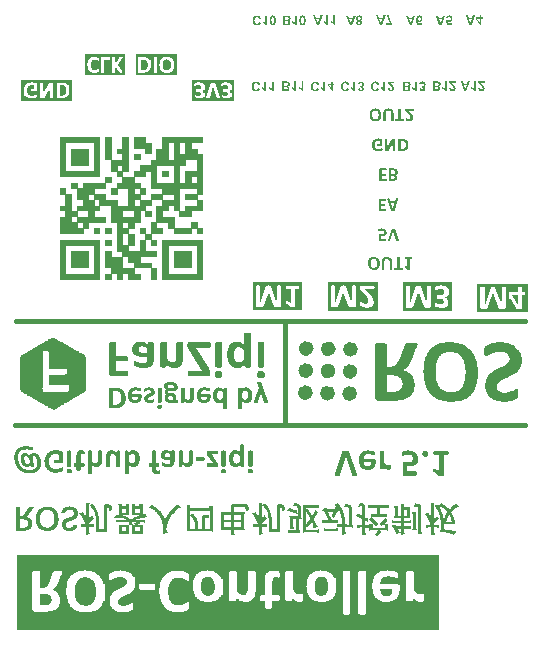
<source format=gbo>
G04*
G04 #@! TF.GenerationSoftware,Altium Limited,Altium Designer,21.0.8 (223)*
G04*
G04 Layer_Color=32896*
%FSLAX25Y25*%
%MOIN*%
G70*
G04*
G04 #@! TF.SameCoordinates,D9C85E8D-87DC-48F8-A205-D673694C3913*
G04*
G04*
G04 #@! TF.FilePolarity,Positive*
G04*
G01*
G75*
%ADD14C,0.01500*%
%ADD101C,0.03000*%
%ADD119C,0.00200*%
G36*
X19394Y207050D02*
X2606D01*
Y214000D01*
X19394D01*
Y207050D01*
D02*
G37*
G36*
X146280Y136993D02*
X129720D01*
Y146500D01*
X146280D01*
Y136993D01*
D02*
G37*
G36*
X142644Y232249D02*
X141954D01*
X140712Y235447D01*
X141396D01*
X141661Y234720D01*
X142940D01*
X143218Y235447D01*
X143923D01*
X142644Y232249D01*
D02*
G37*
G36*
X145292Y235493D02*
X145389Y235481D01*
X145477Y235462D01*
X145561Y235434D01*
X145639Y235403D01*
X145707Y235366D01*
X145773Y235328D01*
X145832Y235288D01*
X145885Y235250D01*
X145929Y235213D01*
X145966Y235175D01*
X146001Y235144D01*
X146026Y235116D01*
X146041Y235097D01*
X146054Y235082D01*
X146057Y235079D01*
X146098Y235019D01*
X146132Y234960D01*
X146163Y234898D01*
X146191Y234835D01*
X146213Y234776D01*
X146232Y234720D01*
X146247Y234664D01*
X146260Y234607D01*
X146269Y234561D01*
X146275Y234514D01*
X146282Y234473D01*
X146285Y234439D01*
X146288Y234411D01*
Y234392D01*
Y234377D01*
Y234373D01*
X146285Y234286D01*
X146275Y234205D01*
X146263Y234127D01*
X146244Y234052D01*
X146222Y233983D01*
X146197Y233921D01*
X146172Y233862D01*
X146147Y233809D01*
X146119Y233762D01*
X146094Y233721D01*
X146069Y233687D01*
X146048Y233656D01*
X146029Y233634D01*
X146016Y233615D01*
X146007Y233606D01*
X146004Y233603D01*
X145951Y233550D01*
X145892Y233503D01*
X145835Y233462D01*
X145776Y233428D01*
X145717Y233400D01*
X145661Y233375D01*
X145605Y233356D01*
X145552Y233341D01*
X145505Y233328D01*
X145458Y233319D01*
X145417Y233313D01*
X145383Y233306D01*
X145355D01*
X145333Y233303D01*
X145314D01*
X145233Y233306D01*
X145158Y233319D01*
X145087Y233338D01*
X145024Y233356D01*
X144971Y233375D01*
X144949Y233384D01*
X144931Y233394D01*
X144915Y233400D01*
X144906Y233406D01*
X144899Y233409D01*
X144896D01*
X144990Y232863D01*
X146147D01*
Y232289D01*
X144528D01*
X144213Y233955D01*
X144709Y234027D01*
X144750Y233987D01*
X144790Y233949D01*
X144831Y233918D01*
X144871Y233893D01*
X144912Y233868D01*
X144949Y233849D01*
X144987Y233834D01*
X145024Y233821D01*
X145055Y233812D01*
X145087Y233806D01*
X145115Y233799D01*
X145136Y233796D01*
X145155Y233793D01*
X145180D01*
X145218Y233796D01*
X145255Y233799D01*
X145324Y233815D01*
X145383Y233840D01*
X145433Y233868D01*
X145470Y233896D01*
X145498Y233918D01*
X145517Y233937D01*
X145523Y233940D01*
Y233943D01*
X145548Y233971D01*
X145567Y234005D01*
X145601Y234074D01*
X145626Y234149D01*
X145642Y234221D01*
X145651Y234283D01*
X145654Y234314D01*
Y234336D01*
X145658Y234358D01*
Y234373D01*
Y234383D01*
Y234386D01*
Y234442D01*
X145651Y234495D01*
X145645Y234545D01*
X145636Y234592D01*
X145626Y234632D01*
X145614Y234670D01*
X145605Y234707D01*
X145592Y234735D01*
X145580Y234763D01*
X145567Y234788D01*
X145555Y234807D01*
X145545Y234826D01*
X145536Y234838D01*
X145530Y234848D01*
X145527Y234851D01*
X145523Y234854D01*
X145498Y234882D01*
X145470Y234904D01*
X145442Y234926D01*
X145417Y234944D01*
X145361Y234973D01*
X145311Y234991D01*
X145268Y235001D01*
X145230Y235007D01*
X145218Y235010D01*
X145199D01*
X145136Y235004D01*
X145080Y234991D01*
X145030Y234973D01*
X144987Y234951D01*
X144952Y234929D01*
X144924Y234910D01*
X144909Y234898D01*
X144903Y234891D01*
X144859Y234841D01*
X144825Y234788D01*
X144799Y234732D01*
X144778Y234679D01*
X144765Y234632D01*
X144759Y234614D01*
X144756Y234595D01*
X144753Y234579D01*
X144750Y234570D01*
Y234564D01*
Y234561D01*
X144138Y234626D01*
X144151Y234698D01*
X144166Y234767D01*
X144188Y234832D01*
X144213Y234894D01*
X144238Y234951D01*
X144266Y235004D01*
X144294Y235051D01*
X144322Y235094D01*
X144350Y235132D01*
X144378Y235166D01*
X144403Y235194D01*
X144425Y235219D01*
X144444Y235238D01*
X144456Y235250D01*
X144466Y235260D01*
X144469Y235263D01*
X144522Y235303D01*
X144581Y235341D01*
X144640Y235372D01*
X144700Y235400D01*
X144762Y235422D01*
X144821Y235440D01*
X144881Y235456D01*
X144937Y235469D01*
X144990Y235481D01*
X145037Y235487D01*
X145080Y235493D01*
X145118Y235497D01*
X145149D01*
X145174Y235500D01*
X145193D01*
X145292Y235493D01*
D02*
G37*
G36*
X120673Y213497D02*
X120763Y213487D01*
X120847Y213475D01*
X120928Y213459D01*
X121003Y213440D01*
X121075Y213419D01*
X121137Y213397D01*
X121197Y213372D01*
X121250Y213350D01*
X121293Y213328D01*
X121334Y213306D01*
X121368Y213288D01*
X121393Y213269D01*
X121412Y213256D01*
X121424Y213250D01*
X121428Y213247D01*
X121487Y213197D01*
X121543Y213141D01*
X121596Y213079D01*
X121643Y213016D01*
X121687Y212954D01*
X121727Y212888D01*
X121761Y212823D01*
X121793Y212760D01*
X121821Y212701D01*
X121846Y212645D01*
X121864Y212595D01*
X121880Y212551D01*
X121892Y212517D01*
X121902Y212489D01*
X121905Y212473D01*
X121908Y212467D01*
X121281Y212267D01*
X121265Y212330D01*
X121247Y212392D01*
X121225Y212445D01*
X121206Y212498D01*
X121184Y212545D01*
X121159Y212586D01*
X121137Y212623D01*
X121116Y212657D01*
X121097Y212689D01*
X121075Y212714D01*
X121059Y212735D01*
X121044Y212754D01*
X121031Y212767D01*
X121022Y212776D01*
X121016Y212782D01*
X121013Y212785D01*
X120978Y212813D01*
X120941Y212838D01*
X120903Y212860D01*
X120866Y212879D01*
X120791Y212907D01*
X120722Y212926D01*
X120691Y212935D01*
X120660Y212938D01*
X120635Y212941D01*
X120613Y212944D01*
X120595Y212948D01*
X120570D01*
X120507Y212944D01*
X120445Y212935D01*
X120389Y212923D01*
X120333Y212907D01*
X120282Y212888D01*
X120236Y212866D01*
X120192Y212845D01*
X120155Y212820D01*
X120120Y212795D01*
X120089Y212773D01*
X120064Y212751D01*
X120042Y212732D01*
X120024Y212717D01*
X120011Y212701D01*
X120005Y212695D01*
X120002Y212692D01*
X119964Y212639D01*
X119930Y212582D01*
X119902Y212517D01*
X119877Y212448D01*
X119855Y212377D01*
X119840Y212305D01*
X119824Y212233D01*
X119815Y212164D01*
X119805Y212096D01*
X119799Y212033D01*
X119793Y211977D01*
X119790Y211927D01*
X119787Y211887D01*
Y211856D01*
Y211843D01*
Y211834D01*
Y211831D01*
Y211827D01*
X119790Y211724D01*
X119796Y211628D01*
X119805Y211540D01*
X119821Y211456D01*
X119836Y211381D01*
X119855Y211316D01*
X119877Y211253D01*
X119896Y211200D01*
X119918Y211154D01*
X119936Y211113D01*
X119955Y211079D01*
X119971Y211051D01*
X119986Y211029D01*
X119995Y211013D01*
X120002Y211004D01*
X120005Y211001D01*
X120049Y210957D01*
X120092Y210916D01*
X120139Y210882D01*
X120189Y210854D01*
X120236Y210829D01*
X120286Y210807D01*
X120333Y210792D01*
X120376Y210776D01*
X120420Y210767D01*
X120457Y210757D01*
X120492Y210751D01*
X120523Y210748D01*
X120548D01*
X120566Y210745D01*
X120629D01*
X120676Y210751D01*
X120760Y210767D01*
X120835Y210792D01*
X120897Y210817D01*
X120925Y210832D01*
X120950Y210845D01*
X120969Y210857D01*
X120988Y210870D01*
X121000Y210879D01*
X121010Y210885D01*
X121016Y210888D01*
X121019Y210891D01*
X121081Y210951D01*
X121134Y211013D01*
X121175Y211079D01*
X121206Y211141D01*
X121231Y211197D01*
X121240Y211219D01*
X121247Y211241D01*
X121253Y211257D01*
X121256Y211269D01*
X121259Y211278D01*
Y211281D01*
X121899Y211129D01*
X121877Y211060D01*
X121852Y210994D01*
X121827Y210932D01*
X121802Y210876D01*
X121774Y210823D01*
X121746Y210773D01*
X121721Y210729D01*
X121693Y210692D01*
X121668Y210657D01*
X121646Y210626D01*
X121624Y210601D01*
X121608Y210579D01*
X121593Y210564D01*
X121581Y210551D01*
X121574Y210545D01*
X121571Y210542D01*
X121499Y210480D01*
X121424Y210427D01*
X121346Y210380D01*
X121265Y210339D01*
X121187Y210305D01*
X121106Y210277D01*
X121031Y210255D01*
X120957Y210236D01*
X120885Y210221D01*
X120822Y210211D01*
X120763Y210202D01*
X120713Y210199D01*
X120673Y210196D01*
X120641Y210193D01*
X120616D01*
X120495Y210199D01*
X120376Y210211D01*
X120267Y210233D01*
X120164Y210261D01*
X120067Y210296D01*
X119980Y210333D01*
X119899Y210373D01*
X119824Y210414D01*
X119758Y210455D01*
X119699Y210495D01*
X119649Y210533D01*
X119609Y210567D01*
X119577Y210595D01*
X119553Y210617D01*
X119540Y210629D01*
X119534Y210636D01*
X119462Y210723D01*
X119396Y210817D01*
X119343Y210913D01*
X119297Y211016D01*
X119256Y211119D01*
X119222Y211222D01*
X119197Y211325D01*
X119175Y211422D01*
X119156Y211515D01*
X119144Y211600D01*
X119134Y211678D01*
X119128Y211746D01*
X119125Y211774D01*
Y211799D01*
Y211824D01*
X119122Y211843D01*
Y211859D01*
Y211868D01*
Y211874D01*
Y211877D01*
X119128Y212015D01*
X119141Y212146D01*
X119159Y212267D01*
X119187Y212383D01*
X119216Y212489D01*
X119250Y212586D01*
X119287Y212673D01*
X119328Y212754D01*
X119365Y212826D01*
X119403Y212888D01*
X119437Y212941D01*
X119468Y212985D01*
X119493Y213022D01*
X119512Y213047D01*
X119527Y213060D01*
X119531Y213066D01*
X119609Y213141D01*
X119693Y213210D01*
X119780Y213266D01*
X119868Y213316D01*
X119955Y213359D01*
X120042Y213394D01*
X120126Y213422D01*
X120208Y213447D01*
X120286Y213462D01*
X120354Y213478D01*
X120417Y213487D01*
X120473Y213493D01*
X120517Y213497D01*
X120551Y213500D01*
X120579D01*
X120673Y213497D01*
D02*
G37*
G36*
X123892Y210236D02*
X123393D01*
X123371Y210289D01*
X123346Y210342D01*
X123290Y210439D01*
X123225Y210526D01*
X123194Y210567D01*
X123162Y210601D01*
X123131Y210636D01*
X123103Y210664D01*
X123075Y210689D01*
X123053Y210711D01*
X123034Y210726D01*
X123019Y210739D01*
X123009Y210745D01*
X123006Y210748D01*
X122953Y210788D01*
X122903Y210823D01*
X122807Y210885D01*
X122719Y210938D01*
X122679Y210960D01*
X122641Y210979D01*
X122607Y210994D01*
X122579Y211007D01*
X122551Y211019D01*
X122529Y211029D01*
X122513Y211035D01*
X122498Y211041D01*
X122492Y211044D01*
X122488D01*
Y211600D01*
X122573Y211568D01*
X122654Y211537D01*
X122732Y211500D01*
X122803Y211466D01*
X122875Y211425D01*
X122941Y211387D01*
X123000Y211350D01*
X123056Y211313D01*
X123106Y211278D01*
X123150Y211244D01*
X123190Y211216D01*
X123222Y211188D01*
X123247Y211169D01*
X123265Y211150D01*
X123278Y211141D01*
X123281Y211138D01*
Y213447D01*
X123892D01*
Y210236D01*
D02*
G37*
G36*
X126878Y212876D02*
X125661D01*
X125699Y212817D01*
X125721Y212785D01*
X125739Y212760D01*
X125758Y212738D01*
X125771Y212723D01*
X125780Y212710D01*
X125783Y212707D01*
X125799Y212689D01*
X125821Y212667D01*
X125846Y212642D01*
X125874Y212614D01*
X125933Y212558D01*
X125995Y212498D01*
X126055Y212442D01*
X126083Y212420D01*
X126104Y212398D01*
X126123Y212380D01*
X126139Y212367D01*
X126148Y212358D01*
X126151Y212355D01*
X126204Y212305D01*
X126254Y212261D01*
X126298Y212217D01*
X126339Y212180D01*
X126376Y212143D01*
X126407Y212108D01*
X126438Y212077D01*
X126463Y212052D01*
X126485Y212027D01*
X126504Y212005D01*
X126519Y211987D01*
X126532Y211971D01*
X126541Y211962D01*
X126548Y211952D01*
X126554Y211949D01*
Y211946D01*
X126613Y211868D01*
X126663Y211793D01*
X126707Y211724D01*
X126741Y211662D01*
X126766Y211612D01*
X126778Y211590D01*
X126785Y211575D01*
X126791Y211559D01*
X126797Y211550D01*
X126800Y211543D01*
Y211540D01*
X126825Y211466D01*
X126844Y211394D01*
X126859Y211325D01*
X126869Y211260D01*
X126875Y211207D01*
Y211185D01*
X126878Y211166D01*
Y211150D01*
Y211138D01*
Y211132D01*
Y211129D01*
X126875Y211060D01*
X126866Y210991D01*
X126853Y210929D01*
X126834Y210870D01*
X126816Y210813D01*
X126794Y210760D01*
X126769Y210711D01*
X126744Y210667D01*
X126716Y210629D01*
X126694Y210592D01*
X126669Y210564D01*
X126651Y210539D01*
X126632Y210517D01*
X126619Y210505D01*
X126610Y210495D01*
X126607Y210492D01*
X126554Y210448D01*
X126498Y210408D01*
X126438Y210373D01*
X126376Y210345D01*
X126313Y210320D01*
X126251Y210299D01*
X126192Y210283D01*
X126133Y210267D01*
X126079Y210258D01*
X126026Y210249D01*
X125983Y210243D01*
X125942Y210239D01*
X125911D01*
X125886Y210236D01*
X125864D01*
X125786Y210239D01*
X125708Y210246D01*
X125636Y210258D01*
X125568Y210271D01*
X125505Y210286D01*
X125446Y210305D01*
X125390Y210327D01*
X125340Y210345D01*
X125296Y210367D01*
X125256Y210389D01*
X125225Y210408D01*
X125197Y210423D01*
X125172Y210436D01*
X125156Y210448D01*
X125147Y210455D01*
X125144Y210458D01*
X125094Y210501D01*
X125047Y210551D01*
X125006Y210608D01*
X124969Y210664D01*
X124938Y210723D01*
X124909Y210785D01*
X124884Y210845D01*
X124866Y210904D01*
X124850Y210960D01*
X124835Y211013D01*
X124825Y211060D01*
X124816Y211104D01*
X124810Y211138D01*
X124806Y211163D01*
X124803Y211178D01*
Y211185D01*
X125415Y211244D01*
X125418Y211197D01*
X125424Y211150D01*
X125434Y211110D01*
X125443Y211072D01*
X125452Y211038D01*
X125462Y211007D01*
X125474Y210979D01*
X125484Y210954D01*
X125505Y210913D01*
X125524Y210885D01*
X125537Y210870D01*
X125543Y210863D01*
X125590Y210823D01*
X125640Y210795D01*
X125689Y210773D01*
X125739Y210760D01*
X125783Y210751D01*
X125817Y210748D01*
X125830Y210745D01*
X125849D01*
X125917Y210751D01*
X125977Y210764D01*
X126030Y210779D01*
X126073Y210801D01*
X126108Y210823D01*
X126133Y210838D01*
X126145Y210851D01*
X126151Y210857D01*
X126189Y210901D01*
X126217Y210954D01*
X126235Y211004D01*
X126251Y211057D01*
X126257Y211101D01*
X126260Y211138D01*
X126264Y211154D01*
Y211163D01*
Y211169D01*
Y211172D01*
X126257Y211241D01*
X126245Y211310D01*
X126223Y211372D01*
X126201Y211428D01*
X126176Y211478D01*
X126167Y211497D01*
X126154Y211515D01*
X126148Y211528D01*
X126142Y211537D01*
X126136Y211543D01*
Y211547D01*
X126114Y211575D01*
X126086Y211609D01*
X126055Y211647D01*
X126017Y211687D01*
X125977Y211728D01*
X125933Y211771D01*
X125846Y211859D01*
X125805Y211902D01*
X125764Y211940D01*
X125727Y211977D01*
X125693Y212008D01*
X125668Y212033D01*
X125646Y212055D01*
X125633Y212068D01*
X125627Y212071D01*
X125533Y212158D01*
X125449Y212239D01*
X125371Y212317D01*
X125303Y212392D01*
X125240Y212461D01*
X125184Y212523D01*
X125134Y212582D01*
X125091Y212632D01*
X125053Y212679D01*
X125019Y212720D01*
X124994Y212757D01*
X124972Y212785D01*
X124956Y212807D01*
X124947Y212826D01*
X124941Y212835D01*
X124938Y212838D01*
X124906Y212891D01*
X124878Y212948D01*
X124835Y213054D01*
X124797Y213157D01*
X124782Y213203D01*
X124769Y213250D01*
X124760Y213291D01*
X124750Y213331D01*
X124744Y213363D01*
X124741Y213391D01*
X124735Y213416D01*
Y213431D01*
X124732Y213444D01*
Y213447D01*
X126878D01*
Y212876D01*
D02*
G37*
G36*
X94333Y232236D02*
X93834D01*
X93812Y232289D01*
X93787Y232342D01*
X93731Y232439D01*
X93665Y232526D01*
X93634Y232567D01*
X93603Y232601D01*
X93572Y232636D01*
X93544Y232664D01*
X93516Y232689D01*
X93494Y232711D01*
X93475Y232726D01*
X93459Y232739D01*
X93450Y232745D01*
X93447Y232748D01*
X93394Y232788D01*
X93344Y232823D01*
X93247Y232885D01*
X93160Y232938D01*
X93119Y232960D01*
X93082Y232979D01*
X93048Y232994D01*
X93020Y233007D01*
X92992Y233019D01*
X92970Y233029D01*
X92954Y233035D01*
X92939Y233041D01*
X92932Y233044D01*
X92929D01*
Y233600D01*
X93013Y233569D01*
X93094Y233537D01*
X93173Y233500D01*
X93244Y233466D01*
X93316Y233425D01*
X93382Y233387D01*
X93441Y233350D01*
X93497Y233313D01*
X93547Y233278D01*
X93590Y233244D01*
X93631Y233216D01*
X93662Y233188D01*
X93687Y233169D01*
X93706Y233150D01*
X93718Y233141D01*
X93722Y233138D01*
Y235447D01*
X94333D01*
Y232236D01*
D02*
G37*
G36*
X90976Y235444D02*
X91148D01*
X91219Y235440D01*
X91282D01*
X91338Y235437D01*
X91385D01*
X91425Y235434D01*
X91460D01*
X91488Y235431D01*
X91509D01*
X91525Y235428D01*
X91544D01*
X91637Y235412D01*
X91719Y235391D01*
X91793Y235366D01*
X91856Y235341D01*
X91881Y235328D01*
X91906Y235316D01*
X91928Y235303D01*
X91943Y235294D01*
X91956Y235288D01*
X91965Y235281D01*
X91971Y235275D01*
X91974D01*
X92037Y235225D01*
X92093Y235172D01*
X92140Y235119D01*
X92180Y235066D01*
X92212Y235019D01*
X92224Y234997D01*
X92233Y234982D01*
X92243Y234966D01*
X92249Y234957D01*
X92252Y234951D01*
Y234947D01*
X92286Y234870D01*
X92311Y234791D01*
X92330Y234720D01*
X92343Y234657D01*
X92349Y234601D01*
X92352Y234579D01*
X92355Y234561D01*
Y234545D01*
Y234533D01*
Y234526D01*
Y234523D01*
X92352Y234473D01*
X92349Y234423D01*
X92330Y234330D01*
X92305Y234249D01*
X92290Y234211D01*
X92277Y234180D01*
X92261Y234149D01*
X92246Y234121D01*
X92233Y234099D01*
X92221Y234080D01*
X92212Y234065D01*
X92202Y234052D01*
X92199Y234046D01*
X92196Y234043D01*
X92165Y234005D01*
X92133Y233971D01*
X92062Y233909D01*
X91987Y233859D01*
X91915Y233818D01*
X91850Y233787D01*
X91821Y233774D01*
X91797Y233765D01*
X91778Y233759D01*
X91762Y233753D01*
X91753Y233749D01*
X91750D01*
X91821Y233709D01*
X91887Y233665D01*
X91943Y233618D01*
X91990Y233575D01*
X92027Y233534D01*
X92055Y233500D01*
X92065Y233487D01*
X92071Y233478D01*
X92077Y233472D01*
Y233469D01*
X92118Y233397D01*
X92149Y233325D01*
X92171Y233257D01*
X92183Y233191D01*
X92193Y233138D01*
X92196Y233113D01*
Y233094D01*
X92199Y233079D01*
Y233066D01*
Y233060D01*
Y233057D01*
X92196Y232982D01*
X92183Y232910D01*
X92168Y232848D01*
X92149Y232792D01*
X92130Y232745D01*
X92121Y232726D01*
X92115Y232711D01*
X92109Y232698D01*
X92102Y232689D01*
X92099Y232685D01*
Y232682D01*
X92062Y232623D01*
X92021Y232570D01*
X91978Y232523D01*
X91940Y232486D01*
X91906Y232455D01*
X91878Y232433D01*
X91859Y232417D01*
X91856Y232414D01*
X91853D01*
X91797Y232380D01*
X91737Y232352D01*
X91684Y232330D01*
X91631Y232311D01*
X91584Y232299D01*
X91550Y232289D01*
X91538Y232286D01*
X91528Y232283D01*
X91519D01*
X91481Y232277D01*
X91441Y232271D01*
X91353Y232264D01*
X91260Y232258D01*
X91166Y232252D01*
X91085D01*
X91048Y232249D01*
X89678D01*
Y235447D01*
X90873D01*
X90976Y235444D01*
D02*
G37*
G36*
X96367Y235497D02*
X96448Y235484D01*
X96523Y235469D01*
X96592Y235450D01*
X96658Y235425D01*
X96717Y235397D01*
X96770Y235369D01*
X96820Y235337D01*
X96863Y235306D01*
X96901Y235278D01*
X96932Y235250D01*
X96960Y235225D01*
X96979Y235207D01*
X96995Y235188D01*
X97004Y235178D01*
X97007Y235175D01*
X97063Y235094D01*
X97110Y235007D01*
X97154Y234907D01*
X97188Y234804D01*
X97219Y234698D01*
X97244Y234589D01*
X97266Y234479D01*
X97281Y234373D01*
X97297Y234274D01*
X97307Y234180D01*
X97313Y234093D01*
X97316Y234055D01*
Y234018D01*
X97319Y233987D01*
Y233959D01*
X97322Y233933D01*
Y233912D01*
Y233893D01*
Y233880D01*
Y233874D01*
Y233871D01*
X97319Y233706D01*
X97310Y233553D01*
X97294Y233413D01*
X97272Y233285D01*
X97250Y233166D01*
X97222Y233060D01*
X97194Y232963D01*
X97166Y232879D01*
X97138Y232804D01*
X97110Y232742D01*
X97082Y232689D01*
X97060Y232645D01*
X97038Y232611D01*
X97023Y232589D01*
X97013Y232573D01*
X97010Y232570D01*
X96960Y232511D01*
X96904Y232461D01*
X96845Y232414D01*
X96785Y232377D01*
X96726Y232345D01*
X96664Y232317D01*
X96605Y232295D01*
X96548Y232277D01*
X96495Y232264D01*
X96445Y232255D01*
X96399Y232246D01*
X96361Y232242D01*
X96327Y232239D01*
X96305Y232236D01*
X96283D01*
X96199Y232239D01*
X96118Y232249D01*
X96043Y232267D01*
X95974Y232286D01*
X95909Y232311D01*
X95849Y232339D01*
X95796Y232370D01*
X95746Y232399D01*
X95703Y232430D01*
X95665Y232461D01*
X95634Y232489D01*
X95606Y232514D01*
X95587Y232533D01*
X95572Y232548D01*
X95562Y232561D01*
X95559Y232564D01*
X95503Y232645D01*
X95456Y232732D01*
X95416Y232832D01*
X95378Y232935D01*
X95350Y233041D01*
X95322Y233150D01*
X95303Y233257D01*
X95288Y233363D01*
X95272Y233462D01*
X95263Y233559D01*
X95257Y233643D01*
X95253Y233681D01*
Y233718D01*
X95250Y233749D01*
Y233777D01*
X95247Y233803D01*
Y233824D01*
Y233843D01*
Y233856D01*
Y233862D01*
Y233865D01*
Y233949D01*
X95250Y234030D01*
X95253Y234108D01*
X95260Y234183D01*
X95266Y234255D01*
X95272Y234324D01*
X95291Y234451D01*
X95313Y234570D01*
X95338Y234673D01*
X95363Y234767D01*
X95391Y234851D01*
X95416Y234919D01*
X95441Y234982D01*
X95466Y235032D01*
X95487Y235072D01*
X95506Y235104D01*
X95519Y235125D01*
X95528Y235141D01*
X95531Y235144D01*
X95587Y235207D01*
X95647Y235263D01*
X95706Y235309D01*
X95771Y235350D01*
X95834Y235384D01*
X95896Y235412D01*
X95955Y235437D01*
X96015Y235456D01*
X96071Y235469D01*
X96121Y235481D01*
X96168Y235487D01*
X96205Y235493D01*
X96239Y235497D01*
X96261Y235500D01*
X96283D01*
X96367Y235497D01*
D02*
G37*
G36*
X81171D02*
X81261Y235487D01*
X81346Y235475D01*
X81427Y235459D01*
X81502Y235440D01*
X81573Y235419D01*
X81636Y235397D01*
X81695Y235372D01*
X81748Y235350D01*
X81792Y235328D01*
X81832Y235306D01*
X81867Y235288D01*
X81892Y235269D01*
X81910Y235256D01*
X81923Y235250D01*
X81926Y235247D01*
X81985Y235197D01*
X82042Y235141D01*
X82095Y235079D01*
X82141Y235016D01*
X82185Y234954D01*
X82226Y234888D01*
X82260Y234823D01*
X82291Y234760D01*
X82319Y234701D01*
X82344Y234645D01*
X82363Y234595D01*
X82378Y234551D01*
X82391Y234517D01*
X82400Y234489D01*
X82403Y234473D01*
X82407Y234467D01*
X81779Y234267D01*
X81764Y234330D01*
X81745Y234392D01*
X81723Y234445D01*
X81704Y234498D01*
X81683Y234545D01*
X81658Y234586D01*
X81636Y234623D01*
X81614Y234657D01*
X81595Y234689D01*
X81573Y234714D01*
X81558Y234735D01*
X81542Y234754D01*
X81530Y234767D01*
X81520Y234776D01*
X81514Y234782D01*
X81511Y234785D01*
X81477Y234813D01*
X81439Y234838D01*
X81402Y234860D01*
X81364Y234879D01*
X81289Y234907D01*
X81221Y234926D01*
X81190Y234935D01*
X81159Y234938D01*
X81134Y234941D01*
X81112Y234944D01*
X81093Y234947D01*
X81068D01*
X81006Y234944D01*
X80943Y234935D01*
X80887Y234923D01*
X80831Y234907D01*
X80781Y234888D01*
X80734Y234866D01*
X80690Y234845D01*
X80653Y234820D01*
X80619Y234795D01*
X80588Y234773D01*
X80563Y234751D01*
X80541Y234732D01*
X80522Y234717D01*
X80510Y234701D01*
X80503Y234695D01*
X80500Y234692D01*
X80463Y234639D01*
X80428Y234582D01*
X80400Y234517D01*
X80375Y234448D01*
X80353Y234377D01*
X80338Y234305D01*
X80322Y234233D01*
X80313Y234164D01*
X80304Y234096D01*
X80297Y234033D01*
X80291Y233977D01*
X80288Y233927D01*
X80285Y233887D01*
Y233856D01*
Y233843D01*
Y233834D01*
Y233831D01*
Y233827D01*
X80288Y233724D01*
X80294Y233628D01*
X80304Y233540D01*
X80319Y233456D01*
X80335Y233381D01*
X80353Y233316D01*
X80375Y233253D01*
X80394Y233200D01*
X80416Y233154D01*
X80435Y233113D01*
X80453Y233079D01*
X80469Y233051D01*
X80485Y233029D01*
X80494Y233013D01*
X80500Y233004D01*
X80503Y233001D01*
X80547Y232957D01*
X80591Y232916D01*
X80638Y232882D01*
X80687Y232854D01*
X80734Y232829D01*
X80784Y232807D01*
X80831Y232792D01*
X80875Y232776D01*
X80918Y232767D01*
X80956Y232757D01*
X80990Y232751D01*
X81021Y232748D01*
X81046D01*
X81065Y232745D01*
X81127D01*
X81174Y232751D01*
X81258Y232767D01*
X81333Y232792D01*
X81396Y232817D01*
X81424Y232832D01*
X81449Y232845D01*
X81467Y232857D01*
X81486Y232870D01*
X81499Y232879D01*
X81508Y232885D01*
X81514Y232888D01*
X81517Y232891D01*
X81580Y232951D01*
X81633Y233013D01*
X81673Y233079D01*
X81704Y233141D01*
X81730Y233197D01*
X81739Y233219D01*
X81745Y233241D01*
X81751Y233257D01*
X81754Y233269D01*
X81758Y233278D01*
Y233281D01*
X82397Y233129D01*
X82375Y233060D01*
X82350Y232994D01*
X82325Y232932D01*
X82300Y232876D01*
X82272Y232823D01*
X82244Y232773D01*
X82219Y232729D01*
X82191Y232692D01*
X82166Y232657D01*
X82144Y232626D01*
X82123Y232601D01*
X82107Y232579D01*
X82091Y232564D01*
X82079Y232551D01*
X82073Y232545D01*
X82070Y232542D01*
X81998Y232480D01*
X81923Y232427D01*
X81845Y232380D01*
X81764Y232339D01*
X81686Y232305D01*
X81605Y232277D01*
X81530Y232255D01*
X81455Y232236D01*
X81383Y232221D01*
X81321Y232211D01*
X81261Y232202D01*
X81212Y232199D01*
X81171Y232196D01*
X81140Y232193D01*
X81115D01*
X80993Y232199D01*
X80875Y232211D01*
X80765Y232233D01*
X80662Y232261D01*
X80566Y232295D01*
X80478Y232333D01*
X80397Y232373D01*
X80322Y232414D01*
X80257Y232455D01*
X80198Y232495D01*
X80148Y232533D01*
X80107Y232567D01*
X80076Y232595D01*
X80051Y232617D01*
X80038Y232629D01*
X80032Y232636D01*
X79960Y232723D01*
X79895Y232817D01*
X79842Y232913D01*
X79795Y233016D01*
X79755Y233119D01*
X79720Y233222D01*
X79695Y233325D01*
X79673Y233422D01*
X79655Y233515D01*
X79642Y233600D01*
X79633Y233678D01*
X79627Y233746D01*
X79624Y233774D01*
Y233799D01*
Y233824D01*
X79620Y233843D01*
Y233859D01*
Y233868D01*
Y233874D01*
Y233877D01*
X79627Y234015D01*
X79639Y234146D01*
X79658Y234267D01*
X79686Y234383D01*
X79714Y234489D01*
X79748Y234586D01*
X79786Y234673D01*
X79826Y234754D01*
X79864Y234826D01*
X79901Y234888D01*
X79935Y234941D01*
X79967Y234985D01*
X79992Y235022D01*
X80010Y235047D01*
X80026Y235060D01*
X80029Y235066D01*
X80107Y235141D01*
X80191Y235210D01*
X80279Y235266D01*
X80366Y235316D01*
X80453Y235359D01*
X80541Y235394D01*
X80625Y235422D01*
X80706Y235447D01*
X80784Y235462D01*
X80853Y235478D01*
X80915Y235487D01*
X80971Y235493D01*
X81015Y235497D01*
X81049Y235500D01*
X81077D01*
X81171Y235497D01*
D02*
G37*
G36*
X84391Y232236D02*
X83892D01*
X83870Y232289D01*
X83845Y232342D01*
X83789Y232439D01*
X83723Y232526D01*
X83692Y232567D01*
X83661Y232601D01*
X83630Y232636D01*
X83601Y232664D01*
X83573Y232689D01*
X83552Y232711D01*
X83533Y232726D01*
X83517Y232739D01*
X83508Y232745D01*
X83505Y232748D01*
X83452Y232788D01*
X83402Y232823D01*
X83305Y232885D01*
X83218Y232938D01*
X83177Y232960D01*
X83140Y232979D01*
X83105Y232994D01*
X83077Y233007D01*
X83049Y233019D01*
X83027Y233029D01*
X83012Y233035D01*
X82996Y233041D01*
X82990Y233044D01*
X82987D01*
Y233600D01*
X83071Y233569D01*
X83152Y233537D01*
X83230Y233500D01*
X83302Y233466D01*
X83374Y233425D01*
X83439Y233387D01*
X83499Y233350D01*
X83555Y233313D01*
X83605Y233278D01*
X83648Y233244D01*
X83689Y233216D01*
X83720Y233188D01*
X83745Y233169D01*
X83764Y233150D01*
X83776Y233141D01*
X83779Y233138D01*
Y235447D01*
X84391D01*
Y232236D01*
D02*
G37*
G36*
X86425Y235497D02*
X86506Y235484D01*
X86581Y235469D01*
X86650Y235450D01*
X86715Y235425D01*
X86774Y235397D01*
X86827Y235369D01*
X86878Y235337D01*
X86921Y235306D01*
X86959Y235278D01*
X86990Y235250D01*
X87018Y235225D01*
X87037Y235207D01*
X87052Y235188D01*
X87062Y235178D01*
X87065Y235175D01*
X87121Y235094D01*
X87168Y235007D01*
X87211Y234907D01*
X87246Y234804D01*
X87277Y234698D01*
X87302Y234589D01*
X87324Y234479D01*
X87339Y234373D01*
X87355Y234274D01*
X87364Y234180D01*
X87370Y234093D01*
X87374Y234055D01*
Y234018D01*
X87377Y233987D01*
Y233959D01*
X87380Y233933D01*
Y233912D01*
Y233893D01*
Y233880D01*
Y233874D01*
Y233871D01*
X87377Y233706D01*
X87367Y233553D01*
X87352Y233413D01*
X87330Y233285D01*
X87308Y233166D01*
X87280Y233060D01*
X87252Y232963D01*
X87224Y232879D01*
X87196Y232804D01*
X87168Y232742D01*
X87139Y232689D01*
X87118Y232645D01*
X87096Y232611D01*
X87080Y232589D01*
X87071Y232573D01*
X87068Y232570D01*
X87018Y232511D01*
X86962Y232461D01*
X86902Y232414D01*
X86843Y232377D01*
X86784Y232345D01*
X86721Y232317D01*
X86662Y232295D01*
X86606Y232277D01*
X86553Y232264D01*
X86503Y232255D01*
X86456Y232246D01*
X86419Y232242D01*
X86384Y232239D01*
X86363Y232236D01*
X86341D01*
X86257Y232239D01*
X86176Y232249D01*
X86101Y232267D01*
X86032Y232286D01*
X85966Y232311D01*
X85907Y232339D01*
X85854Y232370D01*
X85804Y232399D01*
X85760Y232430D01*
X85723Y232461D01*
X85692Y232489D01*
X85664Y232514D01*
X85645Y232533D01*
X85629Y232548D01*
X85620Y232561D01*
X85617Y232564D01*
X85561Y232645D01*
X85514Y232732D01*
X85474Y232832D01*
X85436Y232935D01*
X85408Y233041D01*
X85380Y233150D01*
X85361Y233257D01*
X85346Y233363D01*
X85330Y233462D01*
X85321Y233559D01*
X85314Y233643D01*
X85311Y233681D01*
Y233718D01*
X85308Y233749D01*
Y233777D01*
X85305Y233803D01*
Y233824D01*
Y233843D01*
Y233856D01*
Y233862D01*
Y233865D01*
Y233949D01*
X85308Y234030D01*
X85311Y234108D01*
X85317Y234183D01*
X85324Y234255D01*
X85330Y234324D01*
X85349Y234451D01*
X85370Y234570D01*
X85395Y234673D01*
X85420Y234767D01*
X85448Y234851D01*
X85474Y234919D01*
X85498Y234982D01*
X85523Y235032D01*
X85545Y235072D01*
X85564Y235104D01*
X85576Y235125D01*
X85586Y235141D01*
X85589Y235144D01*
X85645Y235207D01*
X85704Y235263D01*
X85764Y235309D01*
X85829Y235350D01*
X85891Y235384D01*
X85954Y235412D01*
X86013Y235437D01*
X86072Y235456D01*
X86129Y235469D01*
X86179Y235481D01*
X86225Y235487D01*
X86263Y235493D01*
X86297Y235497D01*
X86319Y235500D01*
X86341D01*
X86425Y235497D01*
D02*
G37*
G36*
X126625Y184495D02*
X126700Y184490D01*
X126770Y184485D01*
X126825Y184480D01*
X126865Y184475D01*
X126890Y184470D01*
X126900D01*
X126975Y184455D01*
X127045Y184445D01*
X127110Y184430D01*
X127170Y184415D01*
X127215Y184400D01*
X127255Y184390D01*
X127275Y184380D01*
X127285D01*
X127350Y184355D01*
X127410Y184325D01*
X127465Y184300D01*
X127515Y184275D01*
X127555Y184250D01*
X127585Y184230D01*
X127605Y184220D01*
X127610Y184215D01*
X127665Y184175D01*
X127715Y184135D01*
X127755Y184095D01*
X127795Y184060D01*
X127825Y184030D01*
X127845Y184000D01*
X127860Y183985D01*
X127865Y183980D01*
X127940Y183870D01*
X127965Y183815D01*
X127990Y183765D01*
X128010Y183725D01*
X128025Y183690D01*
X128030Y183670D01*
X128035Y183660D01*
X128055Y183590D01*
X128075Y183520D01*
X128085Y183455D01*
X128090Y183390D01*
X128095Y183340D01*
X128100Y183295D01*
Y183270D01*
Y183260D01*
X128095Y183185D01*
X128090Y183110D01*
X128080Y183045D01*
X128070Y182990D01*
X128055Y182945D01*
X128045Y182910D01*
X128040Y182890D01*
X128035Y182880D01*
X128010Y182820D01*
X127980Y182760D01*
X127950Y182710D01*
X127925Y182670D01*
X127900Y182635D01*
X127880Y182605D01*
X127865Y182590D01*
X127860Y182585D01*
X127815Y182540D01*
X127775Y182500D01*
X127730Y182465D01*
X127690Y182435D01*
X127655Y182410D01*
X127625Y182395D01*
X127605Y182385D01*
X127600Y182380D01*
X127485Y182330D01*
X127430Y182310D01*
X127380Y182290D01*
X127340Y182280D01*
X127305Y182270D01*
X127285Y182265D01*
X127275D01*
X127375Y182225D01*
X127415Y182200D01*
X127450Y182180D01*
X127480Y182165D01*
X127500Y182150D01*
X127515Y182140D01*
X127520Y182135D01*
X127595Y182070D01*
X127625Y182035D01*
X127650Y182005D01*
X127670Y181980D01*
X127690Y181960D01*
X127695Y181945D01*
X127700Y181940D01*
X127750Y181855D01*
X127770Y181815D01*
X127785Y181780D01*
X127800Y181745D01*
X127810Y181720D01*
X127815Y181705D01*
Y181700D01*
X127840Y181600D01*
X127845Y181550D01*
X127850Y181505D01*
X127855Y181470D01*
Y181440D01*
Y181420D01*
Y181415D01*
X127850Y181315D01*
X127840Y181230D01*
X127825Y181150D01*
X127805Y181080D01*
X127785Y181025D01*
X127770Y180985D01*
X127760Y180960D01*
X127755Y180950D01*
X127715Y180880D01*
X127670Y180815D01*
X127625Y180760D01*
X127580Y180710D01*
X127540Y180670D01*
X127510Y180645D01*
X127490Y180625D01*
X127480Y180620D01*
X127410Y180575D01*
X127335Y180535D01*
X127260Y180500D01*
X127190Y180475D01*
X127130Y180450D01*
X127080Y180435D01*
X127060Y180430D01*
X127045D01*
X127040Y180425D01*
X127035D01*
X126930Y180405D01*
X126825Y180385D01*
X126715Y180375D01*
X126615Y180370D01*
X126525Y180365D01*
X126485Y180360D01*
X125345D01*
X125305Y180365D01*
X125275Y180370D01*
X125220Y180390D01*
X125200Y180405D01*
X125185Y180415D01*
X125175Y180420D01*
X125170Y180425D01*
X125145Y180450D01*
X125130Y180480D01*
X125110Y180550D01*
X125105Y180580D01*
X125100Y180605D01*
Y180625D01*
Y180630D01*
Y184235D01*
X125105Y184285D01*
X125110Y184330D01*
X125120Y184365D01*
X125135Y184390D01*
X125150Y184415D01*
X125160Y184430D01*
X125165Y184435D01*
X125170Y184440D01*
X125200Y184460D01*
X125225Y184475D01*
X125285Y184490D01*
X125310Y184495D01*
X125330Y184500D01*
X126540D01*
X126625Y184495D01*
D02*
G37*
G36*
X124250D02*
X124265Y184490D01*
X124275Y184485D01*
X124280D01*
X124295Y184470D01*
X124310Y184450D01*
X124315Y184435D01*
X124320Y184430D01*
X124330Y184395D01*
X124340Y184365D01*
X124345Y184340D01*
Y184330D01*
X124350Y184275D01*
X124355Y184225D01*
Y184205D01*
Y184185D01*
Y184175D01*
Y184170D01*
Y184110D01*
X124350Y184060D01*
X124345Y184030D01*
Y184025D01*
Y184020D01*
X124335Y183975D01*
X124330Y183945D01*
X124325Y183925D01*
X124320Y183920D01*
X124310Y183895D01*
X124295Y183875D01*
X124285Y183865D01*
X124280Y183860D01*
X124260Y183850D01*
X124245Y183840D01*
X122740D01*
Y182675D01*
X123990D01*
X124010Y182670D01*
X124025Y182665D01*
X124035Y182660D01*
X124040D01*
X124055Y182645D01*
X124070Y182630D01*
X124075Y182615D01*
X124080Y182610D01*
X124090Y182575D01*
X124100Y182545D01*
X124105Y182520D01*
Y182510D01*
X124110Y182460D01*
X124115Y182410D01*
Y182390D01*
Y182370D01*
Y182360D01*
Y182355D01*
Y182295D01*
X124110Y182245D01*
X124105Y182215D01*
Y182210D01*
Y182205D01*
X124095Y182160D01*
X124090Y182130D01*
X124085Y182110D01*
X124080Y182105D01*
X124070Y182080D01*
X124055Y182065D01*
X124045Y182055D01*
X124040Y182050D01*
X124020Y182040D01*
X124005Y182030D01*
X122740D01*
Y181020D01*
X124215D01*
X124235Y181015D01*
X124250Y181010D01*
X124260Y181005D01*
X124265D01*
X124280Y180990D01*
X124295Y180970D01*
X124300Y180955D01*
X124305Y180950D01*
X124315Y180915D01*
X124325Y180885D01*
X124330Y180860D01*
Y180850D01*
X124335Y180800D01*
X124340Y180750D01*
Y180725D01*
Y180710D01*
Y180700D01*
Y180695D01*
Y180630D01*
X124335Y180580D01*
Y180565D01*
X124330Y180550D01*
Y180545D01*
Y180540D01*
X124320Y180495D01*
X124315Y180465D01*
X124310Y180440D01*
X124305Y180435D01*
X124295Y180410D01*
X124280Y180390D01*
X124270Y180385D01*
X124265Y180380D01*
X124250Y180370D01*
X124235Y180360D01*
X122145D01*
X122105Y180365D01*
X122075Y180370D01*
X122020Y180390D01*
X122000Y180405D01*
X121985Y180415D01*
X121975Y180420D01*
X121970Y180425D01*
X121945Y180450D01*
X121930Y180480D01*
X121910Y180550D01*
X121905Y180580D01*
X121900Y180605D01*
Y180625D01*
Y180630D01*
Y184235D01*
X121905Y184285D01*
X121910Y184330D01*
X121920Y184365D01*
X121935Y184390D01*
X121950Y184415D01*
X121960Y184430D01*
X121965Y184435D01*
X121970Y184440D01*
X122000Y184460D01*
X122025Y184475D01*
X122085Y184490D01*
X122110Y184495D01*
X122130Y184500D01*
X124230D01*
X124250Y184495D01*
D02*
G37*
G36*
X150947Y210302D02*
X150258D01*
X149016Y213500D01*
X149699D01*
X149964Y212773D01*
X151243D01*
X151521Y213500D01*
X152226D01*
X150947Y210302D01*
D02*
G37*
G36*
X153998Y210289D02*
X153499D01*
X153477Y210342D01*
X153453Y210395D01*
X153396Y210492D01*
X153331Y210579D01*
X153300Y210620D01*
X153268Y210654D01*
X153237Y210689D01*
X153209Y210717D01*
X153181Y210742D01*
X153159Y210764D01*
X153140Y210779D01*
X153125Y210792D01*
X153115Y210798D01*
X153112Y210801D01*
X153059Y210841D01*
X153009Y210876D01*
X152913Y210938D01*
X152825Y210991D01*
X152785Y211013D01*
X152747Y211032D01*
X152713Y211047D01*
X152685Y211060D01*
X152657Y211072D01*
X152635Y211082D01*
X152619Y211088D01*
X152604Y211094D01*
X152598Y211097D01*
X152594D01*
Y211653D01*
X152679Y211621D01*
X152760Y211590D01*
X152838Y211553D01*
X152910Y211519D01*
X152981Y211478D01*
X153047Y211441D01*
X153106Y211403D01*
X153162Y211366D01*
X153212Y211331D01*
X153256Y211297D01*
X153296Y211269D01*
X153328Y211241D01*
X153353Y211222D01*
X153371Y211203D01*
X153384Y211194D01*
X153387Y211191D01*
Y213500D01*
X153998D01*
Y210289D01*
D02*
G37*
G36*
X156984Y212929D02*
X155768D01*
X155805Y212870D01*
X155827Y212838D01*
X155845Y212813D01*
X155864Y212791D01*
X155877Y212776D01*
X155886Y212763D01*
X155889Y212760D01*
X155905Y212742D01*
X155927Y212720D01*
X155952Y212695D01*
X155980Y212667D01*
X156039Y212611D01*
X156101Y212551D01*
X156161Y212495D01*
X156189Y212473D01*
X156210Y212451D01*
X156229Y212433D01*
X156245Y212420D01*
X156254Y212411D01*
X156257Y212408D01*
X156310Y212358D01*
X156360Y212314D01*
X156404Y212270D01*
X156445Y212233D01*
X156482Y212196D01*
X156513Y212161D01*
X156544Y212130D01*
X156569Y212105D01*
X156591Y212080D01*
X156610Y212058D01*
X156625Y212040D01*
X156638Y212024D01*
X156647Y212015D01*
X156654Y212005D01*
X156660Y212002D01*
Y211999D01*
X156719Y211921D01*
X156769Y211846D01*
X156813Y211777D01*
X156847Y211715D01*
X156872Y211665D01*
X156885Y211643D01*
X156891Y211628D01*
X156897Y211612D01*
X156903Y211603D01*
X156906Y211597D01*
Y211593D01*
X156931Y211519D01*
X156950Y211447D01*
X156966Y211378D01*
X156975Y211313D01*
X156981Y211260D01*
Y211238D01*
X156984Y211219D01*
Y211203D01*
Y211191D01*
Y211185D01*
Y211182D01*
X156981Y211113D01*
X156972Y211044D01*
X156959Y210982D01*
X156941Y210923D01*
X156922Y210866D01*
X156900Y210813D01*
X156875Y210764D01*
X156850Y210720D01*
X156822Y210682D01*
X156800Y210645D01*
X156775Y210617D01*
X156756Y210592D01*
X156738Y210570D01*
X156725Y210558D01*
X156716Y210548D01*
X156713Y210545D01*
X156660Y210501D01*
X156604Y210461D01*
X156544Y210427D01*
X156482Y210399D01*
X156420Y210373D01*
X156357Y210352D01*
X156298Y210336D01*
X156239Y210320D01*
X156186Y210311D01*
X156132Y210302D01*
X156089Y210296D01*
X156048Y210292D01*
X156017D01*
X155992Y210289D01*
X155970D01*
X155892Y210292D01*
X155814Y210299D01*
X155743Y210311D01*
X155674Y210324D01*
X155612Y210339D01*
X155552Y210358D01*
X155496Y210380D01*
X155446Y210399D01*
X155403Y210420D01*
X155362Y210442D01*
X155331Y210461D01*
X155303Y210476D01*
X155278Y210489D01*
X155262Y210501D01*
X155253Y210508D01*
X155250Y210511D01*
X155200Y210555D01*
X155153Y210604D01*
X155112Y210661D01*
X155075Y210717D01*
X155044Y210776D01*
X155016Y210838D01*
X154991Y210898D01*
X154972Y210957D01*
X154956Y211013D01*
X154941Y211066D01*
X154931Y211113D01*
X154922Y211157D01*
X154916Y211191D01*
X154913Y211216D01*
X154910Y211231D01*
Y211238D01*
X155521Y211297D01*
X155524Y211250D01*
X155530Y211203D01*
X155540Y211163D01*
X155549Y211125D01*
X155559Y211091D01*
X155568Y211060D01*
X155580Y211032D01*
X155590Y211007D01*
X155612Y210966D01*
X155630Y210938D01*
X155643Y210923D01*
X155649Y210916D01*
X155696Y210876D01*
X155746Y210848D01*
X155796Y210826D01*
X155845Y210813D01*
X155889Y210804D01*
X155923Y210801D01*
X155936Y210798D01*
X155955D01*
X156023Y210804D01*
X156083Y210817D01*
X156136Y210832D01*
X156179Y210854D01*
X156214Y210876D01*
X156239Y210891D01*
X156251Y210904D01*
X156257Y210910D01*
X156295Y210954D01*
X156323Y211007D01*
X156342Y211057D01*
X156357Y211110D01*
X156363Y211154D01*
X156367Y211191D01*
X156370Y211207D01*
Y211216D01*
Y211222D01*
Y211225D01*
X156363Y211294D01*
X156351Y211363D01*
X156329Y211425D01*
X156307Y211481D01*
X156282Y211531D01*
X156273Y211550D01*
X156261Y211568D01*
X156254Y211581D01*
X156248Y211590D01*
X156242Y211597D01*
Y211600D01*
X156220Y211628D01*
X156192Y211662D01*
X156161Y211700D01*
X156123Y211740D01*
X156083Y211781D01*
X156039Y211824D01*
X155952Y211912D01*
X155911Y211955D01*
X155870Y211993D01*
X155833Y212030D01*
X155799Y212061D01*
X155774Y212086D01*
X155752Y212108D01*
X155739Y212121D01*
X155733Y212124D01*
X155640Y212211D01*
X155555Y212292D01*
X155477Y212370D01*
X155409Y212445D01*
X155346Y212514D01*
X155290Y212576D01*
X155240Y212635D01*
X155197Y212685D01*
X155159Y212732D01*
X155125Y212773D01*
X155100Y212810D01*
X155078Y212838D01*
X155062Y212860D01*
X155053Y212879D01*
X155047Y212888D01*
X155044Y212891D01*
X155013Y212944D01*
X154984Y213001D01*
X154941Y213107D01*
X154903Y213210D01*
X154888Y213256D01*
X154875Y213303D01*
X154866Y213344D01*
X154857Y213384D01*
X154850Y213416D01*
X154847Y213444D01*
X154841Y213469D01*
Y213484D01*
X154838Y213497D01*
Y213500D01*
X156984D01*
Y212929D01*
D02*
G37*
G36*
X121660Y194495D02*
X121715D01*
X121765Y194490D01*
X121810Y194485D01*
X121840D01*
X121865Y194480D01*
X121870D01*
X121995Y194465D01*
X122050Y194460D01*
X122100Y194450D01*
X122145Y194445D01*
X122175Y194440D01*
X122200Y194435D01*
X122205D01*
X122325Y194410D01*
X122375Y194400D01*
X122425Y194385D01*
X122465Y194375D01*
X122495Y194365D01*
X122515Y194360D01*
X122520D01*
X122575Y194345D01*
X122625Y194330D01*
X122670Y194315D01*
X122710Y194300D01*
X122740Y194290D01*
X122760Y194280D01*
X122775Y194275D01*
X122780D01*
X122815Y194260D01*
X122845Y194240D01*
X122870Y194220D01*
X122890Y194205D01*
X122915Y194175D01*
X122920Y194170D01*
Y194165D01*
X122940Y194105D01*
X122950Y194050D01*
X122955Y194030D01*
Y194010D01*
Y194000D01*
Y193995D01*
Y192345D01*
X122950Y192300D01*
X122945Y192265D01*
X122940Y192245D01*
X122935Y192235D01*
X122920Y192200D01*
X122905Y192175D01*
X122895Y192155D01*
X122890Y192150D01*
X122865Y192125D01*
X122845Y192110D01*
X122825Y192100D01*
X122820Y192095D01*
X122790Y192085D01*
X122760Y192075D01*
X121330D01*
X121310Y192080D01*
X121290Y192085D01*
X121280Y192090D01*
X121275Y192095D01*
X121260Y192110D01*
X121250Y192130D01*
X121245Y192145D01*
X121240Y192150D01*
X121230Y192180D01*
X121220Y192210D01*
X121215Y192235D01*
Y192240D01*
Y192245D01*
X121210Y192295D01*
Y192340D01*
Y192365D01*
Y192380D01*
Y192390D01*
Y192395D01*
Y192455D01*
X121215Y192505D01*
X121220Y192550D01*
X121225Y192585D01*
X121230Y192610D01*
X121235Y192625D01*
X121240Y192635D01*
Y192640D01*
X121255Y192665D01*
X121265Y192680D01*
X121295Y192700D01*
X121320Y192710D01*
X122115D01*
Y193675D01*
X122025Y193715D01*
X121980Y193735D01*
X121940Y193745D01*
X121905Y193755D01*
X121880Y193765D01*
X121860Y193770D01*
X121855D01*
X121755Y193785D01*
X121710Y193795D01*
X121665D01*
X121630Y193800D01*
X121580D01*
X121475Y193795D01*
X121375Y193785D01*
X121285Y193770D01*
X121205Y193755D01*
X121140Y193740D01*
X121090Y193725D01*
X121075Y193720D01*
X121060Y193715D01*
X121055Y193710D01*
X121050D01*
X120965Y193670D01*
X120890Y193625D01*
X120820Y193580D01*
X120760Y193535D01*
X120710Y193495D01*
X120675Y193465D01*
X120655Y193445D01*
X120645Y193435D01*
X120585Y193365D01*
X120530Y193290D01*
X120485Y193215D01*
X120450Y193140D01*
X120420Y193080D01*
X120400Y193030D01*
X120390Y193010D01*
X120385Y192995D01*
X120380Y192990D01*
Y192985D01*
X120350Y192880D01*
X120330Y192770D01*
X120310Y192665D01*
X120300Y192565D01*
X120295Y192480D01*
Y192445D01*
X120290Y192415D01*
Y192390D01*
Y192370D01*
Y192360D01*
Y192355D01*
X120295Y192240D01*
X120305Y192130D01*
X120320Y192030D01*
X120335Y191940D01*
X120350Y191870D01*
X120365Y191815D01*
X120370Y191795D01*
X120375Y191780D01*
X120380Y191775D01*
Y191770D01*
X120420Y191675D01*
X120460Y191585D01*
X120505Y191505D01*
X120550Y191440D01*
X120585Y191385D01*
X120615Y191345D01*
X120640Y191320D01*
X120645Y191310D01*
X120715Y191245D01*
X120785Y191185D01*
X120855Y191135D01*
X120920Y191090D01*
X120975Y191060D01*
X121020Y191035D01*
X121050Y191020D01*
X121055Y191015D01*
X121060D01*
X121155Y190980D01*
X121250Y190955D01*
X121340Y190935D01*
X121425Y190925D01*
X121495Y190915D01*
X121555Y190910D01*
X121705D01*
X121800Y190920D01*
X121885Y190930D01*
X121960Y190940D01*
X122015Y190950D01*
X122060Y190960D01*
X122090Y190965D01*
X122100Y190970D01*
X122180Y190990D01*
X122250Y191015D01*
X122310Y191035D01*
X122365Y191055D01*
X122405Y191070D01*
X122440Y191085D01*
X122460Y191090D01*
X122465Y191095D01*
X122520Y191120D01*
X122570Y191140D01*
X122610Y191165D01*
X122645Y191180D01*
X122675Y191195D01*
X122695Y191210D01*
X122705Y191215D01*
X122710Y191220D01*
X122745Y191240D01*
X122770Y191250D01*
X122815Y191270D01*
X122835Y191275D01*
X122845D01*
X122865Y191270D01*
X122880Y191265D01*
X122890Y191260D01*
X122895D01*
X122910Y191245D01*
X122920Y191225D01*
X122930Y191210D01*
Y191205D01*
X122940Y191170D01*
X122950Y191135D01*
X122955Y191110D01*
Y191105D01*
Y191100D01*
X122960Y191045D01*
X122965Y190990D01*
Y190970D01*
Y190950D01*
Y190940D01*
Y190935D01*
Y190880D01*
X122960Y190830D01*
Y190790D01*
X122955Y190755D01*
X122950Y190730D01*
Y190710D01*
X122945Y190700D01*
Y190695D01*
X122925Y190640D01*
X122905Y190600D01*
X122890Y190575D01*
X122880Y190570D01*
X122860Y190550D01*
X122840Y190535D01*
X122790Y190500D01*
X122765Y190485D01*
X122750Y190475D01*
X122735Y190470D01*
X122730Y190465D01*
X122685Y190440D01*
X122640Y190420D01*
X122595Y190400D01*
X122550Y190385D01*
X122515Y190370D01*
X122485Y190360D01*
X122460Y190350D01*
X122455D01*
X122390Y190330D01*
X122325Y190315D01*
X122260Y190295D01*
X122200Y190285D01*
X122150Y190275D01*
X122105Y190265D01*
X122080Y190260D01*
X122070D01*
X121900Y190235D01*
X121820Y190230D01*
X121745Y190225D01*
X121675Y190220D01*
X121580D01*
X121400Y190225D01*
X121235Y190245D01*
X121085Y190270D01*
X121015Y190285D01*
X120950Y190295D01*
X120895Y190310D01*
X120845Y190325D01*
X120800Y190340D01*
X120760Y190350D01*
X120730Y190360D01*
X120710Y190370D01*
X120695Y190375D01*
X120690D01*
X120550Y190435D01*
X120415Y190505D01*
X120300Y190580D01*
X120200Y190650D01*
X120160Y190680D01*
X120120Y190710D01*
X120090Y190740D01*
X120060Y190765D01*
X120040Y190785D01*
X120025Y190795D01*
X120015Y190805D01*
X120010Y190810D01*
X119910Y190920D01*
X119825Y191035D01*
X119750Y191150D01*
X119690Y191255D01*
X119640Y191350D01*
X119620Y191390D01*
X119605Y191425D01*
X119590Y191455D01*
X119580Y191475D01*
X119575Y191490D01*
Y191495D01*
X119525Y191650D01*
X119490Y191810D01*
X119460Y191960D01*
X119445Y192100D01*
X119440Y192165D01*
X119435Y192225D01*
X119430Y192275D01*
Y192320D01*
X119425Y192355D01*
Y192380D01*
Y192400D01*
Y192405D01*
X119430Y192585D01*
X119445Y192750D01*
X119470Y192900D01*
X119480Y192970D01*
X119495Y193035D01*
X119510Y193090D01*
X119520Y193140D01*
X119535Y193185D01*
X119545Y193220D01*
X119550Y193250D01*
X119560Y193270D01*
X119565Y193285D01*
Y193290D01*
X119625Y193430D01*
X119690Y193555D01*
X119760Y193670D01*
X119825Y193765D01*
X119885Y193845D01*
X119915Y193875D01*
X119935Y193900D01*
X119955Y193920D01*
X119970Y193935D01*
X119975Y193945D01*
X119980Y193950D01*
X120090Y194045D01*
X120200Y194130D01*
X120310Y194200D01*
X120415Y194255D01*
X120505Y194300D01*
X120545Y194320D01*
X120580Y194335D01*
X120605Y194345D01*
X120630Y194355D01*
X120640Y194360D01*
X120645D01*
X120795Y194405D01*
X120950Y194440D01*
X121100Y194465D01*
X121240Y194480D01*
X121300Y194490D01*
X121360D01*
X121410Y194495D01*
X121450Y194500D01*
X121535D01*
X121660Y194495D01*
D02*
G37*
G36*
X129570Y194425D02*
X129750Y194410D01*
X129835Y194405D01*
X129910Y194395D01*
X129985Y194385D01*
X130050Y194370D01*
X130110Y194360D01*
X130165Y194350D01*
X130210Y194340D01*
X130250Y194335D01*
X130280Y194325D01*
X130300Y194320D01*
X130315Y194315D01*
X130320D01*
X130465Y194265D01*
X130595Y194205D01*
X130710Y194145D01*
X130810Y194080D01*
X130850Y194055D01*
X130885Y194025D01*
X130920Y194005D01*
X130945Y193980D01*
X130965Y193965D01*
X130985Y193950D01*
X130990Y193945D01*
X130995Y193940D01*
X131095Y193835D01*
X131180Y193725D01*
X131255Y193615D01*
X131315Y193510D01*
X131365Y193415D01*
X131380Y193375D01*
X131395Y193340D01*
X131410Y193315D01*
X131420Y193295D01*
X131425Y193280D01*
Y193275D01*
X131475Y193115D01*
X131510Y192950D01*
X131540Y192790D01*
X131555Y192635D01*
X131565Y192565D01*
Y192500D01*
X131570Y192445D01*
X131575Y192395D01*
Y192355D01*
Y192325D01*
Y192305D01*
Y192300D01*
X131570Y192120D01*
X131555Y191960D01*
X131530Y191810D01*
X131520Y191745D01*
X131505Y191685D01*
X131490Y191630D01*
X131480Y191580D01*
X131470Y191535D01*
X131455Y191500D01*
X131450Y191475D01*
X131440Y191450D01*
X131435Y191440D01*
Y191435D01*
X131380Y191300D01*
X131315Y191180D01*
X131245Y191070D01*
X131180Y190980D01*
X131120Y190905D01*
X131095Y190875D01*
X131075Y190850D01*
X131055Y190830D01*
X131040Y190815D01*
X131035Y190810D01*
X131030Y190805D01*
X130930Y190715D01*
X130820Y190635D01*
X130710Y190570D01*
X130610Y190515D01*
X130520Y190475D01*
X130480Y190460D01*
X130450Y190445D01*
X130420Y190435D01*
X130400Y190425D01*
X130390Y190420D01*
X130385D01*
X130235Y190375D01*
X130075Y190345D01*
X129920Y190320D01*
X129770Y190305D01*
X129705Y190300D01*
X129640Y190295D01*
X129585D01*
X129540Y190290D01*
X128380D01*
X128340Y190295D01*
X128310Y190300D01*
X128255Y190320D01*
X128235Y190335D01*
X128220Y190345D01*
X128210Y190350D01*
X128205Y190355D01*
X128180Y190380D01*
X128165Y190410D01*
X128145Y190480D01*
X128140Y190510D01*
X128135Y190535D01*
Y190555D01*
Y190560D01*
Y194165D01*
X128140Y194215D01*
X128145Y194260D01*
X128155Y194295D01*
X128170Y194320D01*
X128185Y194345D01*
X128195Y194360D01*
X128200Y194365D01*
X128205Y194370D01*
X128235Y194390D01*
X128260Y194405D01*
X128320Y194420D01*
X128345Y194425D01*
X128365Y194430D01*
X129370D01*
X129570Y194425D01*
D02*
G37*
G36*
X124300Y194445D02*
X124345D01*
X124360Y194440D01*
X124375D01*
X124425Y194430D01*
X124460Y194425D01*
X124485Y194415D01*
X124490D01*
X124520Y194400D01*
X124540Y194390D01*
X124550Y194380D01*
X124555Y194375D01*
X124565Y194355D01*
X124575Y194335D01*
Y194320D01*
Y194315D01*
Y192150D01*
Y192060D01*
Y191975D01*
X124570Y191895D01*
Y191825D01*
Y191765D01*
X124565Y191720D01*
Y191690D01*
Y191680D01*
Y191595D01*
X124560Y191510D01*
X124555Y191430D01*
Y191360D01*
X124550Y191300D01*
Y191255D01*
X124545Y191225D01*
Y191220D01*
Y191215D01*
X124555D01*
X124610Y191355D01*
X124635Y191420D01*
X124660Y191480D01*
X124685Y191530D01*
X124700Y191570D01*
X124710Y191595D01*
X124715Y191605D01*
X124750Y191680D01*
X124785Y191750D01*
X124815Y191810D01*
X124845Y191865D01*
X124865Y191915D01*
X124885Y191950D01*
X124895Y191970D01*
X124900Y191980D01*
X125930Y193915D01*
X125960Y193970D01*
X125985Y194025D01*
X126010Y194065D01*
X126035Y194105D01*
X126050Y194135D01*
X126065Y194155D01*
X126070Y194170D01*
X126075Y194175D01*
X126125Y194240D01*
X126165Y194290D01*
X126180Y194310D01*
X126195Y194325D01*
X126200Y194330D01*
X126205Y194335D01*
X126260Y194375D01*
X126305Y194395D01*
X126325Y194405D01*
X126340Y194410D01*
X126350Y194415D01*
X126355D01*
X126420Y194425D01*
X126485Y194430D01*
X126510Y194435D01*
X126910D01*
X126955Y194430D01*
X126995Y194425D01*
X127020Y194420D01*
X127030D01*
X127070Y194405D01*
X127105Y194385D01*
X127125Y194370D01*
X127130Y194365D01*
X127160Y194335D01*
X127180Y194300D01*
X127195Y194280D01*
X127200Y194270D01*
X127220Y194225D01*
X127225Y194180D01*
X127230Y194145D01*
Y194140D01*
Y194135D01*
Y190415D01*
X127225Y190395D01*
X127220Y190375D01*
X127215Y190365D01*
X127210Y190360D01*
X127195Y190340D01*
X127175Y190325D01*
X127160Y190320D01*
X127155Y190315D01*
X127120Y190300D01*
X127085Y190290D01*
X127055Y190285D01*
X127040D01*
X126985Y190280D01*
X126925Y190275D01*
X126780D01*
X126750Y190280D01*
X126700D01*
X126685Y190285D01*
X126670D01*
X126620Y190295D01*
X126580Y190305D01*
X126560Y190310D01*
X126550Y190315D01*
X126520Y190330D01*
X126500Y190345D01*
X126490Y190355D01*
X126485Y190360D01*
X126475Y190380D01*
X126470Y190395D01*
Y190410D01*
Y190415D01*
Y192355D01*
Y192520D01*
Y192600D01*
Y192670D01*
Y192730D01*
Y192780D01*
Y192810D01*
Y192815D01*
Y192820D01*
Y192910D01*
X126475Y192995D01*
Y193075D01*
X126480Y193145D01*
Y193200D01*
X126485Y193245D01*
Y193275D01*
Y193280D01*
Y193285D01*
X126440Y193195D01*
X126420Y193150D01*
X126405Y193115D01*
X126385Y193080D01*
X126375Y193055D01*
X126370Y193040D01*
X126365Y193035D01*
X126320Y192940D01*
X126300Y192895D01*
X126280Y192855D01*
X126265Y192825D01*
X126250Y192795D01*
X126245Y192780D01*
X126240Y192775D01*
X126190Y192675D01*
X126170Y192630D01*
X126150Y192590D01*
X126130Y192560D01*
X126115Y192530D01*
X126110Y192515D01*
X126105Y192510D01*
X126055Y192410D01*
X126035Y192365D01*
X126015Y192320D01*
X125995Y192285D01*
X125980Y192260D01*
X125975Y192240D01*
X125970Y192235D01*
X125165Y190725D01*
X125120Y190640D01*
X125100Y190605D01*
X125085Y190575D01*
X125065Y190550D01*
X125055Y190530D01*
X125050Y190520D01*
X125045Y190515D01*
X125000Y190460D01*
X124960Y190420D01*
X124930Y190395D01*
X124925Y190385D01*
X124920D01*
X124870Y190355D01*
X124820Y190330D01*
X124800Y190325D01*
X124785Y190320D01*
X124775Y190315D01*
X124770D01*
X124705Y190300D01*
X124640Y190295D01*
X124610Y190290D01*
X124115D01*
X124070Y190295D01*
X124030Y190300D01*
X123990Y190315D01*
X123960Y190330D01*
X123935Y190345D01*
X123915Y190355D01*
X123905Y190365D01*
X123900Y190370D01*
X123870Y190400D01*
X123850Y190435D01*
X123835Y190475D01*
X123825Y190510D01*
X123820Y190545D01*
X123815Y190570D01*
Y190590D01*
Y190595D01*
Y194315D01*
X123820Y194335D01*
X123825Y194355D01*
X123830Y194370D01*
Y194375D01*
X123845Y194390D01*
X123865Y194405D01*
X123880Y194410D01*
X123885Y194415D01*
X123920Y194425D01*
X123960Y194435D01*
X123990Y194440D01*
X124000D01*
X124060Y194445D01*
X124125Y194450D01*
X124270D01*
X124300Y194445D01*
D02*
G37*
G36*
X112676Y232242D02*
X111987D01*
X110745Y235440D01*
X111428D01*
X111694Y234714D01*
X112973D01*
X113251Y235440D01*
X113956D01*
X112676Y232242D01*
D02*
G37*
G36*
X115303Y235497D02*
X115384Y235487D01*
X115463Y235475D01*
X115534Y235456D01*
X115600Y235437D01*
X115662Y235412D01*
X115718Y235387D01*
X115771Y235363D01*
X115815Y235337D01*
X115856Y235313D01*
X115890Y235288D01*
X115918Y235269D01*
X115943Y235250D01*
X115959Y235238D01*
X115968Y235228D01*
X115971Y235225D01*
X116021Y235172D01*
X116065Y235113D01*
X116102Y235057D01*
X116137Y234994D01*
X116161Y234935D01*
X116186Y234876D01*
X116205Y234817D01*
X116221Y234760D01*
X116230Y234707D01*
X116239Y234661D01*
X116246Y234617D01*
X116252Y234579D01*
Y234548D01*
X116255Y234523D01*
Y234511D01*
Y234505D01*
Y234455D01*
X116249Y234408D01*
X116233Y234317D01*
X116211Y234236D01*
X116199Y234199D01*
X116186Y234168D01*
X116171Y234136D01*
X116158Y234108D01*
X116146Y234086D01*
X116137Y234068D01*
X116127Y234052D01*
X116121Y234040D01*
X116118Y234033D01*
X116115Y234030D01*
X116059Y233959D01*
X115993Y233893D01*
X115927Y233840D01*
X115862Y233796D01*
X115803Y233762D01*
X115778Y233749D01*
X115756Y233737D01*
X115737Y233731D01*
X115725Y233724D01*
X115715Y233718D01*
X115712D01*
X115787Y233681D01*
X115852Y233637D01*
X115906Y233593D01*
X115952Y233550D01*
X115990Y233512D01*
X116015Y233481D01*
X116024Y233469D01*
X116030Y233459D01*
X116037Y233456D01*
Y233453D01*
X116074Y233384D01*
X116102Y233316D01*
X116124Y233250D01*
X116137Y233188D01*
X116146Y233135D01*
X116149Y233113D01*
Y233094D01*
X116152Y233079D01*
Y233066D01*
Y233060D01*
Y233057D01*
X116149Y232991D01*
X116143Y232929D01*
X116130Y232870D01*
X116112Y232813D01*
X116093Y232760D01*
X116071Y232711D01*
X116049Y232667D01*
X116027Y232626D01*
X116002Y232589D01*
X115981Y232558D01*
X115959Y232529D01*
X115940Y232505D01*
X115924Y232489D01*
X115912Y232473D01*
X115902Y232467D01*
X115899Y232464D01*
X115849Y232423D01*
X115796Y232386D01*
X115740Y232355D01*
X115681Y232330D01*
X115622Y232305D01*
X115566Y232286D01*
X115506Y232271D01*
X115450Y232258D01*
X115397Y232249D01*
X115347Y232242D01*
X115303Y232236D01*
X115266Y232233D01*
X115235Y232230D01*
X115191D01*
X115107Y232233D01*
X115029Y232239D01*
X114954Y232252D01*
X114889Y232267D01*
X114823Y232283D01*
X114767Y232305D01*
X114714Y232324D01*
X114664Y232345D01*
X114623Y232367D01*
X114586Y232389D01*
X114555Y232411D01*
X114530Y232427D01*
X114508Y232442D01*
X114495Y232455D01*
X114486Y232461D01*
X114483Y232464D01*
X114439Y232508D01*
X114402Y232558D01*
X114367Y232604D01*
X114339Y232654D01*
X114314Y232704D01*
X114296Y232754D01*
X114277Y232801D01*
X114265Y232848D01*
X114255Y232891D01*
X114246Y232932D01*
X114240Y232966D01*
X114236Y232997D01*
Y233022D01*
X114233Y233041D01*
Y233054D01*
Y233057D01*
X114236Y233135D01*
X114249Y233207D01*
X114268Y233272D01*
X114286Y233328D01*
X114305Y233375D01*
X114314Y233397D01*
X114324Y233413D01*
X114330Y233425D01*
X114336Y233434D01*
X114339Y233441D01*
Y233444D01*
X114386Y233506D01*
X114439Y233559D01*
X114498Y233606D01*
X114555Y233646D01*
X114604Y233678D01*
X114626Y233690D01*
X114648Y233699D01*
X114664Y233709D01*
X114676Y233712D01*
X114682Y233718D01*
X114686D01*
X114636Y233740D01*
X114589Y233768D01*
X114545Y233793D01*
X114505Y233821D01*
X114467Y233849D01*
X114436Y233877D01*
X114405Y233905D01*
X114380Y233930D01*
X114355Y233955D01*
X114336Y233980D01*
X114318Y234002D01*
X114305Y234018D01*
X114293Y234033D01*
X114286Y234046D01*
X114283Y234052D01*
X114280Y234055D01*
X114236Y234136D01*
X114205Y234221D01*
X114183Y234299D01*
X114168Y234373D01*
X114162Y234405D01*
X114158Y234436D01*
X114155Y234464D01*
Y234486D01*
X114152Y234505D01*
Y234517D01*
Y234526D01*
Y234529D01*
X114155Y234617D01*
X114168Y234698D01*
X114183Y234773D01*
X114205Y234845D01*
X114230Y234910D01*
X114261Y234973D01*
X114289Y235026D01*
X114324Y235079D01*
X114355Y235122D01*
X114386Y235160D01*
X114414Y235194D01*
X114439Y235222D01*
X114461Y235244D01*
X114477Y235260D01*
X114489Y235269D01*
X114492Y235272D01*
X114548Y235313D01*
X114608Y235347D01*
X114667Y235378D01*
X114729Y235403D01*
X114789Y235425D01*
X114851Y235444D01*
X114907Y235459D01*
X114963Y235472D01*
X115016Y235481D01*
X115066Y235487D01*
X115110Y235493D01*
X115147Y235497D01*
X115175D01*
X115200Y235500D01*
X115219D01*
X115303Y235497D01*
D02*
G37*
G36*
X110657Y213497D02*
X110747Y213487D01*
X110831Y213475D01*
X110913Y213459D01*
X110987Y213440D01*
X111059Y213419D01*
X111122Y213397D01*
X111181Y213372D01*
X111234Y213350D01*
X111278Y213328D01*
X111318Y213306D01*
X111353Y213288D01*
X111378Y213269D01*
X111396Y213256D01*
X111409Y213250D01*
X111412Y213247D01*
X111471Y213197D01*
X111527Y213141D01*
X111580Y213079D01*
X111627Y213016D01*
X111671Y212954D01*
X111711Y212888D01*
X111746Y212823D01*
X111777Y212760D01*
X111805Y212701D01*
X111830Y212645D01*
X111849Y212595D01*
X111864Y212551D01*
X111877Y212517D01*
X111886Y212489D01*
X111889Y212473D01*
X111892Y212467D01*
X111265Y212267D01*
X111249Y212330D01*
X111231Y212392D01*
X111209Y212445D01*
X111190Y212498D01*
X111168Y212545D01*
X111144Y212586D01*
X111122Y212623D01*
X111100Y212657D01*
X111081Y212689D01*
X111059Y212714D01*
X111044Y212735D01*
X111028Y212754D01*
X111016Y212767D01*
X111006Y212776D01*
X111000Y212782D01*
X110997Y212785D01*
X110962Y212813D01*
X110925Y212838D01*
X110888Y212860D01*
X110850Y212879D01*
X110775Y212907D01*
X110707Y212926D01*
X110676Y212935D01*
X110644Y212938D01*
X110619Y212941D01*
X110598Y212944D01*
X110579Y212948D01*
X110554D01*
X110491Y212944D01*
X110429Y212935D01*
X110373Y212923D01*
X110317Y212907D01*
X110267Y212888D01*
X110220Y212866D01*
X110176Y212845D01*
X110139Y212820D01*
X110105Y212795D01*
X110073Y212773D01*
X110048Y212751D01*
X110027Y212732D01*
X110008Y212717D01*
X109995Y212701D01*
X109989Y212695D01*
X109986Y212692D01*
X109949Y212639D01*
X109914Y212582D01*
X109886Y212517D01*
X109861Y212448D01*
X109839Y212377D01*
X109824Y212305D01*
X109808Y212233D01*
X109799Y212164D01*
X109789Y212096D01*
X109783Y212033D01*
X109777Y211977D01*
X109774Y211927D01*
X109771Y211887D01*
Y211856D01*
Y211843D01*
Y211834D01*
Y211831D01*
Y211827D01*
X109774Y211724D01*
X109780Y211628D01*
X109789Y211540D01*
X109805Y211456D01*
X109821Y211381D01*
X109839Y211316D01*
X109861Y211253D01*
X109880Y211200D01*
X109902Y211154D01*
X109920Y211113D01*
X109939Y211079D01*
X109955Y211051D01*
X109970Y211029D01*
X109980Y211013D01*
X109986Y211004D01*
X109989Y211001D01*
X110033Y210957D01*
X110076Y210916D01*
X110123Y210882D01*
X110173Y210854D01*
X110220Y210829D01*
X110270Y210807D01*
X110317Y210792D01*
X110360Y210776D01*
X110404Y210767D01*
X110442Y210757D01*
X110476Y210751D01*
X110507Y210748D01*
X110532D01*
X110551Y210745D01*
X110613D01*
X110660Y210751D01*
X110744Y210767D01*
X110819Y210792D01*
X110881Y210817D01*
X110909Y210832D01*
X110934Y210845D01*
X110953Y210857D01*
X110972Y210870D01*
X110984Y210879D01*
X110994Y210885D01*
X111000Y210888D01*
X111003Y210891D01*
X111065Y210951D01*
X111118Y211013D01*
X111159Y211079D01*
X111190Y211141D01*
X111215Y211197D01*
X111225Y211219D01*
X111231Y211241D01*
X111237Y211257D01*
X111240Y211269D01*
X111243Y211278D01*
Y211281D01*
X111883Y211129D01*
X111861Y211060D01*
X111836Y210994D01*
X111811Y210932D01*
X111786Y210876D01*
X111758Y210823D01*
X111730Y210773D01*
X111705Y210729D01*
X111677Y210692D01*
X111652Y210657D01*
X111630Y210626D01*
X111608Y210601D01*
X111593Y210579D01*
X111577Y210564D01*
X111565Y210551D01*
X111558Y210545D01*
X111555Y210542D01*
X111484Y210480D01*
X111409Y210427D01*
X111331Y210380D01*
X111249Y210339D01*
X111172Y210305D01*
X111090Y210277D01*
X111016Y210255D01*
X110941Y210236D01*
X110869Y210221D01*
X110807Y210211D01*
X110747Y210202D01*
X110697Y210199D01*
X110657Y210196D01*
X110626Y210193D01*
X110601D01*
X110479Y210199D01*
X110360Y210211D01*
X110251Y210233D01*
X110148Y210261D01*
X110052Y210296D01*
X109964Y210333D01*
X109883Y210373D01*
X109808Y210414D01*
X109743Y210455D01*
X109683Y210495D01*
X109633Y210533D01*
X109593Y210567D01*
X109562Y210595D01*
X109537Y210617D01*
X109524Y210629D01*
X109518Y210636D01*
X109446Y210723D01*
X109381Y210817D01*
X109328Y210913D01*
X109281Y211016D01*
X109240Y211119D01*
X109206Y211222D01*
X109181Y211325D01*
X109159Y211422D01*
X109140Y211515D01*
X109128Y211600D01*
X109119Y211678D01*
X109112Y211746D01*
X109109Y211774D01*
Y211799D01*
Y211824D01*
X109106Y211843D01*
Y211859D01*
Y211868D01*
Y211874D01*
Y211877D01*
X109112Y212015D01*
X109125Y212146D01*
X109144Y212267D01*
X109172Y212383D01*
X109200Y212489D01*
X109234Y212586D01*
X109272Y212673D01*
X109312Y212754D01*
X109350Y212826D01*
X109387Y212888D01*
X109421Y212941D01*
X109452Y212985D01*
X109477Y213022D01*
X109496Y213047D01*
X109512Y213060D01*
X109515Y213066D01*
X109593Y213141D01*
X109677Y213210D01*
X109764Y213266D01*
X109852Y213316D01*
X109939Y213359D01*
X110027Y213394D01*
X110111Y213422D01*
X110192Y213447D01*
X110270Y213462D01*
X110338Y213478D01*
X110401Y213487D01*
X110457Y213493D01*
X110501Y213497D01*
X110535Y213500D01*
X110563D01*
X110657Y213497D01*
D02*
G37*
G36*
X115905D02*
X115986Y213487D01*
X116061Y213472D01*
X116132Y213453D01*
X116201Y213431D01*
X116263Y213406D01*
X116323Y213378D01*
X116376Y213350D01*
X116422Y213325D01*
X116463Y213297D01*
X116500Y213272D01*
X116529Y213250D01*
X116553Y213231D01*
X116572Y213216D01*
X116582Y213207D01*
X116585Y213203D01*
X116638Y213147D01*
X116688Y213088D01*
X116728Y213029D01*
X116763Y212966D01*
X116794Y212907D01*
X116819Y212848D01*
X116838Y212788D01*
X116856Y212735D01*
X116869Y212682D01*
X116878Y212635D01*
X116884Y212595D01*
X116887Y212558D01*
X116891Y212529D01*
X116894Y212508D01*
Y212492D01*
Y212489D01*
X116891Y212436D01*
X116887Y212383D01*
X116869Y212289D01*
X116841Y212205D01*
X116825Y212168D01*
X116813Y212133D01*
X116797Y212102D01*
X116781Y212074D01*
X116766Y212049D01*
X116753Y212030D01*
X116744Y212015D01*
X116735Y212002D01*
X116731Y211996D01*
X116728Y211993D01*
X116697Y211955D01*
X116663Y211921D01*
X116628Y211893D01*
X116591Y211865D01*
X116519Y211818D01*
X116451Y211784D01*
X116388Y211759D01*
X116360Y211749D01*
X116338Y211743D01*
X116316Y211737D01*
X116304Y211734D01*
X116295Y211731D01*
X116291D01*
X116373Y211681D01*
X116444Y211628D01*
X116507Y211575D01*
X116560Y211519D01*
X116604Y211462D01*
X116641Y211406D01*
X116672Y211350D01*
X116697Y211300D01*
X116716Y211250D01*
X116728Y211203D01*
X116741Y211163D01*
X116747Y211125D01*
X116750Y211097D01*
X116753Y211075D01*
Y211063D01*
Y211057D01*
X116750Y211001D01*
X116744Y210948D01*
X116731Y210898D01*
X116719Y210848D01*
X116682Y210757D01*
X116663Y210717D01*
X116641Y210679D01*
X116619Y210645D01*
X116600Y210617D01*
X116582Y210589D01*
X116563Y210567D01*
X116550Y210551D01*
X116538Y210536D01*
X116532Y210529D01*
X116529Y210526D01*
X116475Y210476D01*
X116419Y210430D01*
X116360Y210392D01*
X116301Y210358D01*
X116238Y210330D01*
X116179Y210308D01*
X116120Y210289D01*
X116064Y210274D01*
X116007Y210261D01*
X115961Y210252D01*
X115914Y210246D01*
X115876Y210239D01*
X115845D01*
X115820Y210236D01*
X115802D01*
X115705Y210239D01*
X115618Y210252D01*
X115536Y210267D01*
X115468Y210286D01*
X115437Y210296D01*
X115409Y210305D01*
X115384Y210314D01*
X115365Y210320D01*
X115349Y210327D01*
X115337Y210333D01*
X115331Y210336D01*
X115327D01*
X115252Y210377D01*
X115187Y210420D01*
X115128Y210467D01*
X115081Y210511D01*
X115043Y210551D01*
X115015Y210583D01*
X115006Y210595D01*
X115000Y210601D01*
X114994Y210608D01*
Y210611D01*
X114953Y210679D01*
X114916Y210757D01*
X114887Y210835D01*
X114863Y210907D01*
X114853Y210941D01*
X114844Y210976D01*
X114834Y211004D01*
X114828Y211029D01*
X114825Y211047D01*
X114822Y211063D01*
X114819Y211072D01*
Y211075D01*
X115384Y211169D01*
X115396Y211094D01*
X115415Y211032D01*
X115437Y210976D01*
X115458Y210932D01*
X115480Y210898D01*
X115499Y210870D01*
X115512Y210857D01*
X115518Y210851D01*
X115561Y210813D01*
X115608Y210788D01*
X115652Y210770D01*
X115696Y210754D01*
X115730Y210748D01*
X115761Y210745D01*
X115780Y210742D01*
X115786D01*
X115842Y210745D01*
X115892Y210757D01*
X115936Y210773D01*
X115973Y210788D01*
X116004Y210807D01*
X116023Y210823D01*
X116039Y210835D01*
X116042Y210838D01*
X116073Y210876D01*
X116098Y210919D01*
X116114Y210963D01*
X116126Y211004D01*
X116132Y211041D01*
X116139Y211069D01*
Y211082D01*
Y211091D01*
Y211094D01*
Y211097D01*
X116132Y211163D01*
X116117Y211222D01*
X116098Y211275D01*
X116073Y211319D01*
X116048Y211353D01*
X116029Y211378D01*
X116014Y211394D01*
X116007Y211400D01*
X115954Y211437D01*
X115892Y211466D01*
X115830Y211484D01*
X115767Y211497D01*
X115714Y211503D01*
X115689Y211506D01*
X115627D01*
X115561Y212005D01*
X115621Y211990D01*
X115674Y211977D01*
X115720Y211971D01*
X115761Y211965D01*
X115795Y211962D01*
X115817Y211959D01*
X115873D01*
X115905Y211965D01*
X115961Y211980D01*
X116014Y212002D01*
X116058Y212027D01*
X116092Y212052D01*
X116120Y212074D01*
X116136Y212089D01*
X116142Y212093D01*
Y212096D01*
X116182Y212149D01*
X116214Y212208D01*
X116235Y212270D01*
X116251Y212330D01*
X116260Y212380D01*
X116263Y212402D01*
Y212423D01*
X116267Y212439D01*
Y212451D01*
Y212458D01*
Y212461D01*
X116260Y212548D01*
X116245Y212623D01*
X116226Y212689D01*
X116201Y212745D01*
X116176Y212788D01*
X116157Y212823D01*
X116148Y212832D01*
X116142Y212841D01*
X116139Y212845D01*
X116136Y212848D01*
X116111Y212873D01*
X116086Y212895D01*
X116029Y212932D01*
X115976Y212957D01*
X115926Y212972D01*
X115883Y212985D01*
X115848Y212988D01*
X115836Y212991D01*
X115817D01*
X115752Y212985D01*
X115696Y212972D01*
X115642Y212954D01*
X115599Y212932D01*
X115565Y212910D01*
X115536Y212891D01*
X115521Y212879D01*
X115515Y212873D01*
X115474Y212823D01*
X115440Y212767D01*
X115415Y212707D01*
X115393Y212651D01*
X115380Y212601D01*
X115374Y212579D01*
X115371Y212561D01*
X115368Y212545D01*
X115365Y212533D01*
Y212526D01*
Y212523D01*
X114772Y212598D01*
X114785Y212673D01*
X114800Y212742D01*
X114819Y212807D01*
X114841Y212870D01*
X114869Y212929D01*
X114894Y212982D01*
X114925Y213032D01*
X114953Y213075D01*
X114981Y213116D01*
X115009Y213150D01*
X115031Y213178D01*
X115056Y213203D01*
X115075Y213225D01*
X115087Y213238D01*
X115096Y213247D01*
X115100Y213250D01*
X115156Y213294D01*
X115212Y213331D01*
X115274Y213366D01*
X115334Y213394D01*
X115393Y213419D01*
X115455Y213437D01*
X115512Y213456D01*
X115568Y213469D01*
X115621Y213478D01*
X115667Y213487D01*
X115711Y213493D01*
X115749Y213497D01*
X115780D01*
X115802Y213500D01*
X115820D01*
X115905Y213497D01*
D02*
G37*
G36*
X113877Y210236D02*
X113377D01*
X113356Y210289D01*
X113331Y210342D01*
X113274Y210439D01*
X113209Y210526D01*
X113178Y210567D01*
X113146Y210601D01*
X113115Y210636D01*
X113087Y210664D01*
X113059Y210689D01*
X113037Y210711D01*
X113019Y210726D01*
X113003Y210739D01*
X112994Y210745D01*
X112990Y210748D01*
X112937Y210788D01*
X112888Y210823D01*
X112791Y210885D01*
X112704Y210938D01*
X112663Y210960D01*
X112626Y210979D01*
X112591Y210994D01*
X112563Y211007D01*
X112535Y211019D01*
X112513Y211029D01*
X112498Y211035D01*
X112482Y211041D01*
X112476Y211044D01*
X112473D01*
Y211600D01*
X112557Y211568D01*
X112638Y211537D01*
X112716Y211500D01*
X112788Y211466D01*
X112859Y211425D01*
X112925Y211387D01*
X112984Y211350D01*
X113040Y211313D01*
X113090Y211278D01*
X113134Y211244D01*
X113175Y211216D01*
X113206Y211188D01*
X113231Y211169D01*
X113250Y211150D01*
X113262Y211141D01*
X113265Y211138D01*
Y213447D01*
X113877D01*
Y210236D01*
D02*
G37*
G36*
X128070Y174495D02*
X128130D01*
X128150Y174490D01*
X128165D01*
X128195Y174485D01*
X128225Y174480D01*
X128260Y174465D01*
X128285Y174455D01*
X128290Y174450D01*
X128310Y174420D01*
X128320Y174390D01*
Y174365D01*
Y174360D01*
Y174355D01*
X128310Y174295D01*
X128290Y174235D01*
X128285Y174210D01*
X128275Y174190D01*
X128270Y174175D01*
Y174170D01*
X126990Y170500D01*
X126975Y170460D01*
X126960Y170430D01*
X126945Y170410D01*
X126940Y170405D01*
X126915Y170380D01*
X126890Y170360D01*
X126865Y170355D01*
X126860Y170350D01*
X126855D01*
X126830Y170345D01*
X126805Y170335D01*
X126745Y170330D01*
X126720Y170325D01*
X126635D01*
X126585Y170320D01*
X126185D01*
X126155Y170325D01*
X126115D01*
X126050Y170330D01*
X126000Y170340D01*
X125985Y170345D01*
X125970D01*
X125965Y170350D01*
X125960D01*
X125925Y170365D01*
X125900Y170380D01*
X125885Y170395D01*
X125880Y170400D01*
X125865Y170430D01*
X125850Y170460D01*
X125840Y170480D01*
X125835Y170485D01*
Y170490D01*
X124560Y174165D01*
X124535Y174240D01*
X124525Y174270D01*
X124520Y174295D01*
X124515Y174315D01*
X124510Y174330D01*
Y174340D01*
Y174345D01*
Y174390D01*
X124515Y174420D01*
X124525Y174440D01*
X124530Y174445D01*
X124565Y174465D01*
X124600Y174480D01*
X124630Y174490D01*
X124645D01*
X124680Y174495D01*
X124720D01*
X124795Y174500D01*
X124970D01*
X125010Y174495D01*
X125065D01*
X125085Y174490D01*
X125100D01*
X125155Y174485D01*
X125195Y174480D01*
X125220Y174470D01*
X125230D01*
X125260Y174455D01*
X125285Y174440D01*
X125295Y174430D01*
X125300Y174425D01*
X125315Y174400D01*
X125325Y174375D01*
X125335Y174355D01*
Y174350D01*
X125595Y173535D01*
X127150D01*
X127430Y174370D01*
X127440Y174400D01*
X127450Y174420D01*
X127455Y174435D01*
X127460Y174440D01*
X127480Y174455D01*
X127500Y174470D01*
X127520Y174475D01*
X127525Y174480D01*
X127570Y174485D01*
X127615Y174490D01*
X127635Y174495D01*
X127705D01*
X127745Y174500D01*
X128025D01*
X128070Y174495D01*
D02*
G37*
G36*
X124030Y174475D02*
X124045Y174470D01*
X124055Y174465D01*
X124060D01*
X124075Y174450D01*
X124090Y174430D01*
X124095Y174415D01*
X124100Y174410D01*
X124110Y174375D01*
X124120Y174345D01*
X124125Y174320D01*
Y174310D01*
X124130Y174255D01*
X124135Y174205D01*
Y174185D01*
Y174165D01*
Y174155D01*
Y174150D01*
Y174090D01*
X124130Y174040D01*
X124125Y174010D01*
Y174005D01*
Y174000D01*
X124115Y173955D01*
X124110Y173925D01*
X124105Y173905D01*
X124100Y173900D01*
X124090Y173875D01*
X124075Y173855D01*
X124065Y173845D01*
X124060Y173840D01*
X124040Y173830D01*
X124025Y173820D01*
X122520D01*
Y172655D01*
X123770D01*
X123790Y172650D01*
X123805Y172645D01*
X123815Y172640D01*
X123820D01*
X123835Y172625D01*
X123850Y172610D01*
X123855Y172595D01*
X123860Y172590D01*
X123870Y172555D01*
X123880Y172525D01*
X123885Y172500D01*
Y172490D01*
X123890Y172440D01*
X123895Y172390D01*
Y172370D01*
Y172350D01*
Y172340D01*
Y172335D01*
Y172275D01*
X123890Y172225D01*
X123885Y172195D01*
Y172190D01*
Y172185D01*
X123875Y172140D01*
X123870Y172110D01*
X123865Y172090D01*
X123860Y172085D01*
X123850Y172060D01*
X123835Y172045D01*
X123825Y172035D01*
X123820Y172030D01*
X123800Y172020D01*
X123785Y172010D01*
X122520D01*
Y171000D01*
X123995D01*
X124015Y170995D01*
X124030Y170990D01*
X124040Y170985D01*
X124045D01*
X124060Y170970D01*
X124075Y170950D01*
X124080Y170935D01*
X124085Y170930D01*
X124095Y170895D01*
X124105Y170865D01*
X124110Y170840D01*
Y170830D01*
X124115Y170780D01*
X124120Y170730D01*
Y170705D01*
Y170690D01*
Y170680D01*
Y170675D01*
Y170610D01*
X124115Y170560D01*
Y170545D01*
X124110Y170530D01*
Y170525D01*
Y170520D01*
X124100Y170475D01*
X124095Y170445D01*
X124090Y170420D01*
X124085Y170415D01*
X124075Y170390D01*
X124060Y170370D01*
X124050Y170365D01*
X124045Y170360D01*
X124030Y170350D01*
X124015Y170340D01*
X121925D01*
X121885Y170345D01*
X121855Y170350D01*
X121800Y170370D01*
X121780Y170385D01*
X121765Y170395D01*
X121755Y170400D01*
X121750Y170405D01*
X121725Y170430D01*
X121710Y170460D01*
X121690Y170530D01*
X121685Y170560D01*
X121680Y170585D01*
Y170605D01*
Y170610D01*
Y174215D01*
X121685Y174265D01*
X121690Y174310D01*
X121700Y174345D01*
X121715Y174370D01*
X121730Y174395D01*
X121740Y174410D01*
X121745Y174415D01*
X121750Y174420D01*
X121780Y174440D01*
X121805Y174455D01*
X121865Y174470D01*
X121890Y174475D01*
X121910Y174480D01*
X124010D01*
X124030Y174475D01*
D02*
G37*
G36*
X37212Y215556D02*
X23787D01*
Y222500D01*
X37212D01*
Y215556D01*
D02*
G37*
G36*
X4528Y91887D02*
X4668Y91879D01*
X4799Y91870D01*
X4904Y91861D01*
X4983Y91852D01*
X5035Y91844D01*
X5053D01*
X5201Y91826D01*
X5333Y91809D01*
X5446Y91791D01*
X5551Y91774D01*
X5630Y91756D01*
X5691Y91747D01*
X5735Y91739D01*
X5744D01*
X5849Y91721D01*
X5945Y91695D01*
X6024Y91677D01*
X6094Y91660D01*
X6146Y91642D01*
X6181Y91634D01*
X6208Y91625D01*
X6216D01*
X6278Y91599D01*
X6321Y91581D01*
X6356Y91564D01*
X6391Y91555D01*
X6418Y91537D01*
X6426Y91529D01*
X6470Y91476D01*
X6479Y91459D01*
Y91450D01*
X6496Y91424D01*
X6505Y91389D01*
X6514Y91363D01*
Y91354D01*
X6523Y91301D01*
X6531Y91258D01*
X6540Y91223D01*
Y91205D01*
X6549Y91144D01*
Y91074D01*
Y91021D01*
Y91013D01*
Y91004D01*
Y90908D01*
Y90829D01*
X6540Y90785D01*
Y90768D01*
X6531Y90706D01*
X6523Y90654D01*
X6514Y90619D01*
Y90610D01*
X6496Y90575D01*
X6479Y90557D01*
X6470Y90540D01*
X6461D01*
X6418Y90522D01*
X6374D01*
X6339Y90531D01*
X6260Y90540D01*
X6225Y90549D01*
X6190Y90557D01*
X6173Y90566D01*
X6164D01*
X6094Y90584D01*
X6024Y90601D01*
X5884Y90636D01*
X5831Y90654D01*
X5779Y90662D01*
X5744Y90671D01*
X5735D01*
X5630Y90697D01*
X5525Y90715D01*
X5420Y90733D01*
X5324Y90750D01*
X5245Y90768D01*
X5175Y90776D01*
X5131Y90785D01*
X5114D01*
X4843Y90811D01*
X4711Y90829D01*
X4589D01*
X4484Y90838D01*
X4326D01*
X4029Y90829D01*
X3758Y90811D01*
X3635Y90794D01*
X3521Y90776D01*
X3416Y90759D01*
X3320Y90741D01*
X3241Y90733D01*
X3163Y90715D01*
X3101Y90697D01*
X3040Y90680D01*
X2996Y90671D01*
X2970Y90662D01*
X2953Y90654D01*
X2944D01*
X2751Y90584D01*
X2576Y90496D01*
X2419Y90417D01*
X2296Y90330D01*
X2191Y90260D01*
X2121Y90199D01*
X2078Y90164D01*
X2060Y90146D01*
X1946Y90015D01*
X1850Y89875D01*
X1771Y89744D01*
X1701Y89613D01*
X1658Y89499D01*
X1623Y89411D01*
X1614Y89376D01*
X1605Y89350D01*
X1596Y89341D01*
Y89332D01*
X1553Y89149D01*
X1518Y88956D01*
X1500Y88781D01*
X1483Y88606D01*
X1474Y88466D01*
X1465Y88405D01*
Y88353D01*
Y88309D01*
Y88274D01*
Y88256D01*
Y88248D01*
X1474Y87994D01*
Y87880D01*
X1483Y87766D01*
X1491Y87679D01*
Y87609D01*
X1500Y87565D01*
Y87547D01*
X1518Y87416D01*
X1535Y87285D01*
X1553Y87163D01*
X1579Y87058D01*
X1596Y86970D01*
X1605Y86900D01*
X1623Y86856D01*
Y86839D01*
X1658Y86708D01*
X1693Y86576D01*
X1736Y86454D01*
X1771Y86349D01*
X1798Y86261D01*
X1824Y86191D01*
X1841Y86147D01*
X1850Y86130D01*
X1903Y85999D01*
X1964Y85876D01*
X2025Y85771D01*
X2078Y85666D01*
X2130Y85588D01*
X2165Y85526D01*
X2191Y85491D01*
X2200Y85474D01*
X2279Y85360D01*
X2366Y85246D01*
X2445Y85150D01*
X2524Y85062D01*
X2594Y84992D01*
X2646Y84940D01*
X2681Y84905D01*
X2690Y84896D01*
X2795Y84800D01*
X2909Y84712D01*
X3014Y84634D01*
X3119Y84572D01*
X3198Y84520D01*
X3268Y84476D01*
X3311Y84450D01*
X3329Y84441D01*
X3469Y84371D01*
X3609Y84310D01*
X3740Y84258D01*
X3863Y84214D01*
X3976Y84179D01*
X4055Y84153D01*
X4090Y84144D01*
X4116D01*
X4125Y84135D01*
X4134D01*
X4309Y84100D01*
X4484Y84065D01*
X4650Y84048D01*
X4808Y84039D01*
X4939Y84030D01*
X5000Y84021D01*
X5140D01*
X5429Y84030D01*
X5691Y84048D01*
X5814Y84065D01*
X5919Y84083D01*
X6024Y84100D01*
X6111Y84109D01*
X6199Y84126D01*
X6269Y84144D01*
X6330Y84161D01*
X6383Y84179D01*
X6426Y84188D01*
X6453Y84196D01*
X6470Y84205D01*
X6479D01*
X6671Y84275D01*
X6838Y84354D01*
X6978Y84433D01*
X7100Y84511D01*
X7196Y84581D01*
X7266Y84634D01*
X7301Y84669D01*
X7319Y84686D01*
X7433Y84800D01*
X7520Y84922D01*
X7599Y85036D01*
X7660Y85150D01*
X7704Y85246D01*
X7730Y85316D01*
X7748Y85369D01*
X7756Y85378D01*
Y85386D01*
X7800Y85535D01*
X7835Y85693D01*
X7853Y85833D01*
X7870Y85964D01*
X7879Y86069D01*
X7888Y86156D01*
Y86191D01*
Y86217D01*
Y86226D01*
Y86235D01*
Y86419D01*
X7879Y86506D01*
Y86585D01*
X7870Y86655D01*
Y86708D01*
X7861Y86743D01*
Y86751D01*
X7835Y86944D01*
X7826Y87031D01*
X7809Y87110D01*
X7800Y87180D01*
X7791Y87233D01*
X7783Y87268D01*
Y87276D01*
X7739Y87460D01*
X7713Y87547D01*
X7695Y87617D01*
X7678Y87687D01*
X7660Y87731D01*
X7643Y87766D01*
Y87775D01*
X7573Y87941D01*
X7538Y88011D01*
X7503Y88073D01*
X7476Y88125D01*
X7450Y88160D01*
X7441Y88186D01*
X7433Y88195D01*
X7345Y88309D01*
X7249Y88396D01*
X7214Y88431D01*
X7179Y88458D01*
X7161Y88466D01*
X7153Y88475D01*
X7091Y88510D01*
X7030Y88536D01*
X6916Y88563D01*
X6873Y88571D01*
X6838Y88580D01*
X6803D01*
X6698Y88571D01*
X6610Y88554D01*
X6540Y88519D01*
X6479Y88484D01*
X6444Y88449D01*
X6409Y88414D01*
X6400Y88396D01*
X6391Y88388D01*
X6356Y88309D01*
X6348Y88213D01*
X6339Y88108D01*
Y88011D01*
X6348Y87924D01*
X6356Y87854D01*
X6365Y87801D01*
Y87792D01*
Y87784D01*
X6855Y85281D01*
X6846Y85229D01*
X6838Y85211D01*
Y85202D01*
X6820Y85176D01*
X6794Y85159D01*
X6776Y85141D01*
X6768D01*
X6724Y85124D01*
X6671Y85106D01*
X6628Y85097D01*
X6610D01*
X6531Y85089D01*
X6453Y85080D01*
X6269D01*
X6181Y85089D01*
X6111Y85097D01*
X6059Y85106D01*
X6015Y85115D01*
X5989Y85124D01*
X5971Y85132D01*
X5963D01*
X5928Y85150D01*
X5893Y85176D01*
X5858Y85229D01*
X5840Y85264D01*
X5831Y85273D01*
Y85281D01*
X5735Y85719D01*
X5621Y85579D01*
X5569Y85526D01*
X5525Y85474D01*
X5481Y85439D01*
X5455Y85413D01*
X5438Y85395D01*
X5429Y85386D01*
X5324Y85299D01*
X5228Y85229D01*
X5193Y85202D01*
X5158Y85185D01*
X5140Y85167D01*
X5131D01*
X5018Y85115D01*
X4921Y85071D01*
X4878Y85062D01*
X4843Y85054D01*
X4825Y85045D01*
X4816D01*
X4694Y85019D01*
X4580Y85010D01*
X4536Y85001D01*
X4466D01*
X4318Y85010D01*
X4178Y85027D01*
X4046Y85054D01*
X3941Y85080D01*
X3845Y85106D01*
X3784Y85132D01*
X3740Y85150D01*
X3723Y85159D01*
X3609Y85220D01*
X3504Y85281D01*
X3408Y85351D01*
X3329Y85413D01*
X3259Y85474D01*
X3206Y85518D01*
X3171Y85553D01*
X3163Y85561D01*
X3075Y85658D01*
X2996Y85754D01*
X2935Y85850D01*
X2874Y85929D01*
X2821Y86007D01*
X2786Y86069D01*
X2769Y86104D01*
X2760Y86121D01*
X2655Y86357D01*
X2611Y86471D01*
X2568Y86567D01*
X2541Y86655D01*
X2515Y86716D01*
X2506Y86760D01*
X2498Y86778D01*
X2436Y87023D01*
X2410Y87136D01*
X2393Y87233D01*
X2375Y87320D01*
X2366Y87381D01*
X2358Y87425D01*
Y87442D01*
X2349Y87556D01*
X2340Y87670D01*
X2331Y87766D01*
Y87854D01*
X2323Y87932D01*
Y87985D01*
Y88020D01*
Y88029D01*
Y88178D01*
X2331Y88239D01*
Y88300D01*
Y88353D01*
X2340Y88388D01*
Y88414D01*
Y88423D01*
X2366Y88563D01*
X2384Y88624D01*
X2393Y88685D01*
X2410Y88729D01*
X2419Y88764D01*
X2428Y88790D01*
Y88799D01*
X2480Y88921D01*
X2533Y89026D01*
X2550Y89070D01*
X2568Y89096D01*
X2585Y89114D01*
Y89122D01*
X2673Y89227D01*
X2751Y89306D01*
X2786Y89341D01*
X2813Y89368D01*
X2830Y89376D01*
X2839Y89385D01*
X2953Y89464D01*
X3066Y89516D01*
X3119Y89534D01*
X3154Y89551D01*
X3180Y89560D01*
X3189D01*
X3346Y89595D01*
X3425Y89604D01*
X3495Y89613D01*
X3556Y89621D01*
X3653D01*
X3810Y89613D01*
X3871Y89604D01*
X3941Y89595D01*
X3985D01*
X4029Y89586D01*
X4055Y89578D01*
X4064D01*
X4213Y89534D01*
X4283Y89516D01*
X4344Y89490D01*
X4396Y89473D01*
X4431Y89455D01*
X4458Y89438D01*
X4466D01*
X4615Y89350D01*
X4685Y89315D01*
X4746Y89271D01*
X4799Y89236D01*
X4843Y89210D01*
X4869Y89192D01*
X4878Y89184D01*
X5035Y89061D01*
X5105Y88991D01*
X5175Y88939D01*
X5228Y88886D01*
X5271Y88842D01*
X5298Y88816D01*
X5306Y88807D01*
X5359Y88947D01*
X5385Y89009D01*
X5411Y89061D01*
X5438Y89105D01*
X5455Y89140D01*
X5473Y89157D01*
Y89166D01*
X5569Y89271D01*
X5656Y89350D01*
X5691Y89376D01*
X5726Y89403D01*
X5744Y89411D01*
X5753Y89420D01*
X5884Y89481D01*
X6006Y89534D01*
X6059Y89543D01*
X6103Y89560D01*
X6129Y89569D01*
X6138D01*
X6313Y89595D01*
X6400Y89613D01*
X6479D01*
X6549Y89621D01*
X6645D01*
X6811Y89613D01*
X6969Y89595D01*
X7100Y89578D01*
X7223Y89551D01*
X7319Y89525D01*
X7398Y89499D01*
X7441Y89490D01*
X7459Y89481D01*
X7590Y89420D01*
X7713Y89359D01*
X7826Y89297D01*
X7914Y89236D01*
X7993Y89184D01*
X8054Y89140D01*
X8089Y89105D01*
X8098Y89096D01*
X8203Y89000D01*
X8290Y88904D01*
X8369Y88807D01*
X8439Y88711D01*
X8491Y88633D01*
X8535Y88571D01*
X8561Y88536D01*
X8570Y88519D01*
X8710Y88265D01*
X8763Y88143D01*
X8806Y88029D01*
X8841Y87932D01*
X8868Y87854D01*
X8885Y87810D01*
X8894Y87792D01*
X8981Y87504D01*
X9008Y87372D01*
X9034Y87250D01*
X9051Y87145D01*
X9069Y87066D01*
X9078Y87014D01*
Y87005D01*
Y86996D01*
X9095Y86839D01*
X9113Y86690D01*
X9121Y86550D01*
X9130Y86419D01*
X9139Y86314D01*
Y86235D01*
Y86182D01*
Y86174D01*
Y86165D01*
X9130Y85903D01*
X9104Y85658D01*
X9069Y85439D01*
X9025Y85246D01*
X9008Y85159D01*
X8981Y85080D01*
X8964Y85019D01*
X8946Y84966D01*
X8929Y84922D01*
X8920Y84887D01*
X8911Y84870D01*
Y84861D01*
X8815Y84642D01*
X8710Y84450D01*
X8596Y84275D01*
X8483Y84126D01*
X8378Y84013D01*
X8299Y83925D01*
X8264Y83890D01*
X8238Y83864D01*
X8229Y83855D01*
X8220Y83846D01*
X8036Y83697D01*
X7835Y83566D01*
X7634Y83452D01*
X7441Y83365D01*
X7266Y83295D01*
X7196Y83260D01*
X7135Y83242D01*
X7083Y83225D01*
X7048Y83207D01*
X7021Y83199D01*
X7013D01*
X6733Y83120D01*
X6435Y83059D01*
X6138Y83024D01*
X5866Y82989D01*
X5744Y82980D01*
X5621Y82971D01*
X5525D01*
X5438Y82963D01*
X5263D01*
X5009Y82971D01*
X4764Y82980D01*
X4545Y83006D01*
X4361Y83024D01*
X4274Y83041D01*
X4195Y83050D01*
X4134Y83059D01*
X4081Y83076D01*
X4038Y83085D01*
X4003D01*
X3985Y83094D01*
X3976D01*
X3766Y83146D01*
X3565Y83207D01*
X3381Y83269D01*
X3224Y83330D01*
X3093Y83382D01*
X3040Y83400D01*
X2996Y83426D01*
X2961Y83435D01*
X2935Y83452D01*
X2918Y83461D01*
X2909D01*
X2734Y83557D01*
X2568Y83654D01*
X2419Y83741D01*
X2288Y83837D01*
X2183Y83916D01*
X2104Y83978D01*
X2051Y84013D01*
X2043Y84030D01*
X2034D01*
X1894Y84153D01*
X1763Y84275D01*
X1649Y84398D01*
X1553Y84511D01*
X1465Y84607D01*
X1404Y84677D01*
X1369Y84730D01*
X1351Y84739D01*
Y84747D01*
X1246Y84896D01*
X1141Y85036D01*
X1054Y85176D01*
X984Y85308D01*
X923Y85421D01*
X870Y85500D01*
X861Y85535D01*
X844Y85561D01*
X835Y85570D01*
Y85579D01*
X756Y85745D01*
X695Y85903D01*
X634Y86060D01*
X581Y86191D01*
X538Y86314D01*
X511Y86401D01*
X503Y86436D01*
X494Y86462D01*
X485Y86471D01*
Y86480D01*
X441Y86655D01*
X398Y86821D01*
X363Y86979D01*
X336Y87119D01*
X319Y87241D01*
X301Y87337D01*
Y87372D01*
X293Y87399D01*
Y87407D01*
Y87416D01*
X275Y87591D01*
X258Y87757D01*
X249Y87924D01*
X240Y88064D01*
X231Y88178D01*
Y88274D01*
Y88309D01*
Y88335D01*
Y88344D01*
Y88353D01*
X240Y88650D01*
X266Y88930D01*
X301Y89184D01*
X319Y89297D01*
X345Y89403D01*
X363Y89499D01*
X380Y89578D01*
X398Y89656D01*
X415Y89718D01*
X433Y89761D01*
X441Y89805D01*
X450Y89823D01*
Y89831D01*
X546Y90067D01*
X651Y90277D01*
X765Y90470D01*
X879Y90627D01*
X984Y90759D01*
X1036Y90811D01*
X1071Y90864D01*
X1106Y90899D01*
X1133Y90925D01*
X1141Y90934D01*
X1150Y90943D01*
X1343Y91109D01*
X1544Y91249D01*
X1745Y91371D01*
X1946Y91467D01*
X2113Y91546D01*
X2191Y91581D01*
X2253Y91607D01*
X2305Y91625D01*
X2340Y91642D01*
X2366Y91651D01*
X2375D01*
X2673Y91730D01*
X2979Y91791D01*
X3285Y91835D01*
X3425Y91852D01*
X3565Y91861D01*
X3696Y91879D01*
X3819D01*
X3924Y91887D01*
X4020Y91896D01*
X4361D01*
X4528Y91887D01*
D02*
G37*
G36*
X76313Y92491D02*
X76400D01*
X76426Y92483D01*
X76453D01*
X76549Y92465D01*
X76619Y92448D01*
X76654Y92439D01*
X76671Y92430D01*
X76724Y92404D01*
X76759Y92378D01*
X76776Y92360D01*
X76785Y92351D01*
X76803Y92316D01*
X76820Y92290D01*
Y92264D01*
Y92255D01*
Y85290D01*
X76811Y85255D01*
X76803Y85220D01*
X76794Y85202D01*
X76785Y85194D01*
X76759Y85167D01*
X76724Y85141D01*
X76698Y85132D01*
X76689Y85124D01*
X76636Y85106D01*
X76575Y85089D01*
X76531Y85080D01*
X76514D01*
X76418Y85071D01*
X76330Y85062D01*
X76103D01*
X76015Y85071D01*
X75980D01*
X75954Y85080D01*
X75936D01*
X75858Y85097D01*
X75805Y85106D01*
X75761Y85115D01*
X75753Y85124D01*
X75709Y85141D01*
X75674Y85167D01*
X75656Y85185D01*
X75648Y85194D01*
X75630Y85229D01*
X75621Y85255D01*
Y85281D01*
Y85290D01*
Y85833D01*
X75534Y85745D01*
X75446Y85666D01*
X75368Y85605D01*
X75306Y85544D01*
X75245Y85491D01*
X75201Y85456D01*
X75175Y85439D01*
X75166Y85430D01*
X75018Y85316D01*
X74956Y85273D01*
X74895Y85229D01*
X74843Y85202D01*
X74808Y85176D01*
X74781Y85167D01*
X74773Y85159D01*
X74633Y85089D01*
X74519Y85045D01*
X74466Y85027D01*
X74431Y85019D01*
X74405Y85010D01*
X74396D01*
X74256Y84984D01*
X74186Y84975D01*
X74125D01*
X74073Y84966D01*
X74003D01*
X73810Y84975D01*
X73626Y85001D01*
X73460Y85036D01*
X73320Y85071D01*
X73206Y85106D01*
X73119Y85141D01*
X73093Y85159D01*
X73066Y85167D01*
X73058Y85176D01*
X73049D01*
X72900Y85255D01*
X72769Y85351D01*
X72655Y85448D01*
X72559Y85544D01*
X72480Y85623D01*
X72419Y85693D01*
X72375Y85736D01*
X72366Y85745D01*
Y85754D01*
X72270Y85894D01*
X72183Y86051D01*
X72104Y86200D01*
X72051Y86340D01*
X71999Y86462D01*
X71964Y86567D01*
X71955Y86602D01*
X71946Y86629D01*
X71938Y86646D01*
Y86655D01*
X71894Y86856D01*
X71859Y87066D01*
X71833Y87268D01*
X71815Y87451D01*
X71806Y87617D01*
Y87679D01*
X71798Y87740D01*
Y87792D01*
Y87827D01*
Y87845D01*
Y87854D01*
X71806Y88064D01*
X71815Y88256D01*
X71833Y88431D01*
X71850Y88589D01*
X71868Y88729D01*
X71876Y88781D01*
X71885Y88825D01*
X71894Y88860D01*
X71903Y88886D01*
Y88904D01*
Y88912D01*
X71955Y89096D01*
X72008Y89262D01*
X72069Y89411D01*
X72121Y89534D01*
X72174Y89639D01*
X72218Y89718D01*
X72253Y89770D01*
X72261Y89779D01*
Y89788D01*
X72358Y89919D01*
X72463Y90041D01*
X72568Y90137D01*
X72673Y90225D01*
X72760Y90295D01*
X72830Y90339D01*
X72874Y90374D01*
X72891Y90382D01*
X73040Y90452D01*
X73198Y90505D01*
X73355Y90549D01*
X73504Y90575D01*
X73635Y90592D01*
X73740Y90601D01*
X73828D01*
X73985Y90592D01*
X74055Y90584D01*
X74116Y90575D01*
X74169D01*
X74213Y90566D01*
X74239Y90557D01*
X74248D01*
X74396Y90522D01*
X74458Y90505D01*
X74519Y90487D01*
X74571Y90470D01*
X74606Y90452D01*
X74633Y90444D01*
X74641D01*
X74781Y90374D01*
X74843Y90330D01*
X74904Y90295D01*
X74948Y90269D01*
X74983Y90242D01*
X75009Y90225D01*
X75018Y90216D01*
X75166Y90102D01*
X75228Y90050D01*
X75289Y89998D01*
X75341Y89954D01*
X75385Y89919D01*
X75411Y89901D01*
X75420Y89893D01*
Y92255D01*
X75429Y92290D01*
X75438Y92325D01*
X75446Y92343D01*
Y92351D01*
X75481Y92386D01*
X75516Y92413D01*
X75551Y92421D01*
X75560Y92430D01*
X75630Y92456D01*
X75691Y92465D01*
X75753Y92483D01*
X75770D01*
X75884Y92491D01*
X75998Y92500D01*
X76260D01*
X76313Y92491D01*
D02*
G37*
G36*
X40053Y90592D02*
X40228Y90566D01*
X40385Y90540D01*
X40516Y90496D01*
X40630Y90461D01*
X40709Y90435D01*
X40761Y90409D01*
X40779Y90400D01*
X40928Y90321D01*
X41050Y90225D01*
X41173Y90129D01*
X41269Y90041D01*
X41348Y89954D01*
X41400Y89893D01*
X41444Y89849D01*
X41453Y89831D01*
X41549Y89683D01*
X41636Y89534D01*
X41715Y89376D01*
X41776Y89236D01*
X41820Y89114D01*
X41855Y89009D01*
X41864Y88974D01*
X41873Y88947D01*
X41881Y88930D01*
Y88921D01*
X41934Y88720D01*
X41969Y88510D01*
X41995Y88309D01*
X42013Y88125D01*
X42021Y87959D01*
X42030Y87889D01*
Y87836D01*
Y87784D01*
Y87749D01*
Y87731D01*
Y87722D01*
X42021Y87512D01*
X42013Y87320D01*
X41995Y87145D01*
X41978Y86979D01*
X41951Y86848D01*
X41943Y86795D01*
X41934Y86751D01*
X41925Y86716D01*
Y86690D01*
X41916Y86673D01*
Y86664D01*
X41873Y86480D01*
X41811Y86314D01*
X41750Y86165D01*
X41698Y86042D01*
X41645Y85938D01*
X41601Y85859D01*
X41566Y85806D01*
X41558Y85789D01*
X41461Y85658D01*
X41356Y85535D01*
X41251Y85439D01*
X41155Y85351D01*
X41059Y85281D01*
X40989Y85237D01*
X40945Y85202D01*
X40936Y85194D01*
X40928D01*
X40779Y85115D01*
X40621Y85062D01*
X40464Y85019D01*
X40315Y84992D01*
X40184Y84975D01*
X40123D01*
X40079Y84966D01*
X39983D01*
X39825Y84975D01*
X39755Y84984D01*
X39685D01*
X39633Y84992D01*
X39589Y85001D01*
X39563Y85010D01*
X39554D01*
X39405Y85045D01*
X39344Y85062D01*
X39283Y85080D01*
X39230Y85106D01*
X39195Y85115D01*
X39169Y85132D01*
X39160D01*
X39020Y85202D01*
X38906Y85281D01*
X38854Y85308D01*
X38819Y85334D01*
X38793Y85351D01*
X38784Y85360D01*
X38644Y85465D01*
X38583Y85518D01*
X38521Y85570D01*
X38478Y85614D01*
X38443Y85649D01*
X38416Y85675D01*
X38408Y85684D01*
Y82919D01*
X38399Y82884D01*
X38390Y82849D01*
X38381Y82831D01*
X38373Y82823D01*
X38338Y82788D01*
X38303Y82761D01*
X38268Y82753D01*
X38250Y82744D01*
X38180Y82718D01*
X38119Y82700D01*
X38066Y82691D01*
X38040D01*
X37935Y82683D01*
X37821Y82674D01*
X37559D01*
X37498Y82683D01*
X37410D01*
X37384Y82691D01*
X37358D01*
X37270Y82709D01*
X37200Y82726D01*
X37156Y82735D01*
X37139Y82744D01*
X37086Y82770D01*
X37051Y82796D01*
X37034Y82814D01*
X37025Y82823D01*
X37008Y82858D01*
X36999Y82884D01*
Y82910D01*
Y82919D01*
Y90286D01*
X37008Y90330D01*
X37016Y90365D01*
X37025Y90382D01*
Y90391D01*
X37051Y90417D01*
X37086Y90444D01*
X37113Y90452D01*
X37121Y90461D01*
X37183Y90470D01*
X37244Y90479D01*
X37288Y90487D01*
X37305D01*
X37401Y90496D01*
X37489Y90505D01*
X37708D01*
X37795Y90496D01*
X37830D01*
X37856Y90487D01*
X37874D01*
X37953Y90479D01*
X38014Y90470D01*
X38058Y90461D01*
X38066D01*
X38110Y90435D01*
X38145Y90417D01*
X38154Y90400D01*
X38163Y90391D01*
X38180Y90356D01*
X38198Y90321D01*
Y90295D01*
Y90286D01*
Y89744D01*
X38346Y89901D01*
X38408Y89971D01*
X38469Y90024D01*
X38521Y90076D01*
X38556Y90111D01*
X38583Y90129D01*
X38591Y90137D01*
X38731Y90242D01*
X38801Y90286D01*
X38863Y90330D01*
X38915Y90356D01*
X38950Y90382D01*
X38976Y90391D01*
X38985Y90400D01*
X39134Y90470D01*
X39204Y90496D01*
X39274Y90514D01*
X39326Y90531D01*
X39370Y90540D01*
X39396Y90549D01*
X39405D01*
X39571Y90575D01*
X39650Y90592D01*
X39720D01*
X39781Y90601D01*
X39869D01*
X40053Y90592D01*
D02*
G37*
G36*
X22771Y90575D02*
X22815D01*
X22841Y90566D01*
X22868D01*
X22981Y90549D01*
X23069Y90531D01*
X23104Y90522D01*
X23130D01*
X23148Y90514D01*
X23156D01*
X23244Y90496D01*
X23323Y90470D01*
X23366Y90461D01*
X23384Y90452D01*
X23454Y90417D01*
X23498Y90391D01*
X23524Y90365D01*
X23533Y90356D01*
X23568Y90304D01*
X23594Y90242D01*
X23611Y90190D01*
X23620Y90181D01*
Y90172D01*
X23629Y90120D01*
X23638Y90059D01*
X23655Y89936D01*
Y89884D01*
Y89840D01*
Y89805D01*
Y89796D01*
Y89691D01*
X23646Y89613D01*
X23638Y89560D01*
Y89543D01*
X23629Y89473D01*
X23611Y89420D01*
X23603Y89385D01*
Y89376D01*
X23585Y89341D01*
X23568Y89315D01*
X23559Y89297D01*
X23550D01*
X23515Y89280D01*
X23498D01*
X23436Y89289D01*
X23410Y89297D01*
X23401D01*
X23366Y89315D01*
X23331Y89324D01*
X23296Y89332D01*
X23288Y89341D01*
X23235Y89359D01*
X23183Y89376D01*
X23148Y89385D01*
X23130D01*
X23060Y89394D01*
X22999Y89403D01*
X22929D01*
X22815Y89394D01*
X22719Y89368D01*
X22640Y89341D01*
X22570Y89297D01*
X22526Y89262D01*
X22491Y89236D01*
X22474Y89210D01*
X22465Y89201D01*
X22421Y89114D01*
X22395Y89017D01*
X22369Y88921D01*
X22360Y88816D01*
X22351Y88729D01*
X22343Y88659D01*
Y88606D01*
Y88598D01*
Y88589D01*
Y86235D01*
X23436D01*
X23471Y86226D01*
X23506Y86217D01*
X23559Y86165D01*
X23585Y86121D01*
X23594Y86112D01*
Y86104D01*
X23611Y86051D01*
X23629Y85981D01*
X23646Y85833D01*
X23655Y85771D01*
Y85719D01*
Y85684D01*
Y85666D01*
Y85553D01*
X23646Y85465D01*
Y85439D01*
X23638Y85413D01*
Y85404D01*
Y85395D01*
X23620Y85316D01*
X23611Y85264D01*
X23603Y85229D01*
X23594Y85220D01*
X23576Y85176D01*
X23550Y85141D01*
X23533Y85132D01*
X23524Y85124D01*
X23489Y85106D01*
X23463Y85089D01*
X22343D01*
Y83978D01*
X22334Y83943D01*
X22325Y83908D01*
X22316Y83890D01*
X22308Y83881D01*
X22273Y83855D01*
X22238Y83829D01*
X22211Y83820D01*
X22194Y83811D01*
X22124Y83785D01*
X22054Y83767D01*
X22001Y83759D01*
X21975D01*
X21861Y83750D01*
X21756Y83741D01*
X21494D01*
X21441Y83750D01*
X21345D01*
X21319Y83759D01*
X21293D01*
X21196Y83776D01*
X21135Y83794D01*
X21091Y83802D01*
X21074Y83811D01*
X21021Y83829D01*
X20986Y83855D01*
X20969Y83872D01*
X20960Y83881D01*
X20943Y83916D01*
X20934Y83943D01*
Y83969D01*
Y83978D01*
Y85089D01*
X20339D01*
X20304Y85097D01*
X20269Y85106D01*
X20251Y85115D01*
X20243Y85124D01*
X20216Y85150D01*
X20190Y85185D01*
X20181Y85211D01*
X20173Y85220D01*
X20155Y85273D01*
X20138Y85334D01*
X20129Y85378D01*
Y85386D01*
Y85395D01*
X20120Y85483D01*
Y85570D01*
Y85605D01*
Y85640D01*
Y85658D01*
Y85666D01*
Y85771D01*
X20129Y85868D01*
X20138Y85938D01*
X20146Y85999D01*
X20155Y86042D01*
X20164Y86077D01*
X20173Y86095D01*
Y86104D01*
X20199Y86147D01*
X20216Y86182D01*
X20243Y86200D01*
X20269Y86217D01*
X20313Y86235D01*
X20934D01*
Y88799D01*
Y88965D01*
X20951Y89122D01*
X20960Y89254D01*
X20978Y89376D01*
X20995Y89473D01*
X21004Y89543D01*
X21021Y89586D01*
Y89604D01*
X21065Y89726D01*
X21109Y89831D01*
X21161Y89928D01*
X21205Y90006D01*
X21249Y90067D01*
X21284Y90111D01*
X21310Y90146D01*
X21319Y90155D01*
X21398Y90234D01*
X21485Y90295D01*
X21564Y90356D01*
X21651Y90400D01*
X21721Y90435D01*
X21774Y90461D01*
X21809Y90470D01*
X21826Y90479D01*
X21949Y90514D01*
X22071Y90540D01*
X22194Y90557D01*
X22316Y90566D01*
X22413Y90575D01*
X22491Y90584D01*
X22675D01*
X22771Y90575D01*
D02*
G37*
G36*
X63459Y88230D02*
X63503Y88221D01*
X63564Y88178D01*
X63599Y88134D01*
X63608Y88125D01*
Y88116D01*
X63634Y88055D01*
X63651Y87994D01*
X63669Y87836D01*
X63678Y87766D01*
Y87714D01*
Y87679D01*
Y87661D01*
Y87556D01*
X63669Y87469D01*
Y87434D01*
X63660Y87407D01*
Y87399D01*
Y87390D01*
X63643Y87311D01*
X63625Y87259D01*
X63616Y87224D01*
X63608Y87215D01*
X63581Y87171D01*
X63555Y87136D01*
X63538Y87128D01*
X63529Y87119D01*
X63494Y87101D01*
X63459Y87084D01*
X61088D01*
X61035Y87093D01*
X61000Y87101D01*
X60939Y87145D01*
X60895Y87198D01*
X60886Y87206D01*
Y87215D01*
X60869Y87268D01*
X60851Y87337D01*
X60834Y87486D01*
X60825Y87556D01*
Y87609D01*
Y87644D01*
Y87661D01*
Y87766D01*
X60834Y87862D01*
X60843Y87941D01*
X60860Y88003D01*
X60869Y88046D01*
X60878Y88081D01*
X60886Y88099D01*
Y88108D01*
X60913Y88151D01*
X60948Y88186D01*
X60974Y88204D01*
X61009Y88221D01*
X61061Y88239D01*
X63415D01*
X63459Y88230D01*
D02*
G37*
G36*
X14188Y90584D02*
X14284D01*
X14371Y90575D01*
X14450Y90566D01*
X14503D01*
X14546Y90557D01*
X14555D01*
X14774Y90531D01*
X14870Y90522D01*
X14958Y90505D01*
X15036Y90496D01*
X15089Y90487D01*
X15133Y90479D01*
X15141D01*
X15351Y90435D01*
X15439Y90417D01*
X15526Y90391D01*
X15596Y90374D01*
X15649Y90356D01*
X15684Y90347D01*
X15693D01*
X15789Y90321D01*
X15876Y90295D01*
X15955Y90269D01*
X16025Y90242D01*
X16078Y90225D01*
X16113Y90207D01*
X16139Y90199D01*
X16148D01*
X16209Y90172D01*
X16261Y90137D01*
X16305Y90102D01*
X16340Y90076D01*
X16384Y90024D01*
X16393Y90015D01*
Y90006D01*
X16428Y89901D01*
X16445Y89805D01*
X16454Y89770D01*
Y89735D01*
Y89718D01*
Y89709D01*
Y86821D01*
X16445Y86743D01*
X16436Y86681D01*
X16428Y86646D01*
X16419Y86629D01*
X16393Y86567D01*
X16366Y86524D01*
X16349Y86489D01*
X16340Y86480D01*
X16296Y86436D01*
X16261Y86410D01*
X16226Y86392D01*
X16218Y86384D01*
X16165Y86366D01*
X16113Y86349D01*
X13610D01*
X13575Y86357D01*
X13540Y86366D01*
X13523Y86375D01*
X13514Y86384D01*
X13488Y86410D01*
X13470Y86445D01*
X13461Y86471D01*
X13453Y86480D01*
X13435Y86532D01*
X13418Y86585D01*
X13409Y86629D01*
Y86638D01*
Y86646D01*
X13400Y86734D01*
Y86813D01*
Y86856D01*
Y86883D01*
Y86900D01*
Y86909D01*
Y87014D01*
X13409Y87101D01*
X13418Y87180D01*
X13426Y87241D01*
X13435Y87285D01*
X13444Y87311D01*
X13453Y87329D01*
Y87337D01*
X13479Y87381D01*
X13496Y87407D01*
X13549Y87442D01*
X13593Y87460D01*
X14984D01*
Y89149D01*
X14826Y89219D01*
X14748Y89254D01*
X14678Y89271D01*
X14616Y89289D01*
X14573Y89306D01*
X14538Y89315D01*
X14529D01*
X14354Y89341D01*
X14275Y89359D01*
X14196D01*
X14135Y89368D01*
X14048D01*
X13864Y89359D01*
X13689Y89341D01*
X13531Y89315D01*
X13391Y89289D01*
X13278Y89262D01*
X13190Y89236D01*
X13164Y89227D01*
X13138Y89219D01*
X13129Y89210D01*
X13120D01*
X12971Y89140D01*
X12840Y89061D01*
X12718Y88982D01*
X12613Y88904D01*
X12525Y88834D01*
X12464Y88781D01*
X12429Y88746D01*
X12411Y88729D01*
X12306Y88606D01*
X12210Y88475D01*
X12131Y88344D01*
X12070Y88213D01*
X12018Y88108D01*
X11983Y88020D01*
X11965Y87985D01*
X11956Y87959D01*
X11948Y87950D01*
Y87941D01*
X11895Y87757D01*
X11860Y87565D01*
X11825Y87381D01*
X11808Y87206D01*
X11799Y87058D01*
Y86996D01*
X11790Y86944D01*
Y86900D01*
Y86865D01*
Y86848D01*
Y86839D01*
X11799Y86638D01*
X11816Y86445D01*
X11843Y86270D01*
X11869Y86112D01*
X11895Y85990D01*
X11921Y85894D01*
X11930Y85859D01*
X11939Y85833D01*
X11948Y85824D01*
Y85815D01*
X12018Y85649D01*
X12088Y85491D01*
X12166Y85351D01*
X12245Y85237D01*
X12306Y85141D01*
X12359Y85071D01*
X12403Y85027D01*
X12411Y85010D01*
X12534Y84896D01*
X12656Y84791D01*
X12779Y84704D01*
X12893Y84625D01*
X12989Y84572D01*
X13068Y84529D01*
X13120Y84503D01*
X13129Y84494D01*
X13138D01*
X13304Y84433D01*
X13470Y84389D01*
X13628Y84354D01*
X13776Y84336D01*
X13899Y84319D01*
X14004Y84310D01*
X14266D01*
X14433Y84328D01*
X14581Y84345D01*
X14713Y84363D01*
X14809Y84380D01*
X14888Y84398D01*
X14940Y84406D01*
X14958Y84415D01*
X15098Y84450D01*
X15220Y84494D01*
X15325Y84529D01*
X15421Y84564D01*
X15491Y84590D01*
X15553Y84616D01*
X15588Y84625D01*
X15596Y84634D01*
X15693Y84677D01*
X15780Y84712D01*
X15850Y84756D01*
X15911Y84782D01*
X15964Y84809D01*
X15999Y84835D01*
X16016Y84844D01*
X16025Y84852D01*
X16086Y84887D01*
X16130Y84905D01*
X16209Y84940D01*
X16244Y84949D01*
X16261D01*
X16296Y84940D01*
X16323Y84931D01*
X16340Y84922D01*
X16349D01*
X16375Y84896D01*
X16393Y84861D01*
X16410Y84835D01*
Y84826D01*
X16428Y84765D01*
X16445Y84704D01*
X16454Y84660D01*
Y84651D01*
Y84642D01*
X16463Y84546D01*
X16471Y84450D01*
Y84415D01*
Y84380D01*
Y84363D01*
Y84354D01*
Y84258D01*
X16463Y84170D01*
Y84100D01*
X16454Y84039D01*
X16445Y83995D01*
Y83960D01*
X16436Y83943D01*
Y83934D01*
X16401Y83837D01*
X16366Y83767D01*
X16340Y83724D01*
X16323Y83715D01*
X16288Y83680D01*
X16253Y83654D01*
X16165Y83592D01*
X16121Y83566D01*
X16095Y83549D01*
X16069Y83540D01*
X16060Y83531D01*
X15981Y83487D01*
X15903Y83452D01*
X15824Y83417D01*
X15745Y83391D01*
X15684Y83365D01*
X15631Y83347D01*
X15588Y83330D01*
X15579D01*
X15465Y83295D01*
X15351Y83269D01*
X15238Y83234D01*
X15133Y83216D01*
X15045Y83199D01*
X14966Y83181D01*
X14923Y83173D01*
X14905D01*
X14608Y83129D01*
X14468Y83120D01*
X14336Y83111D01*
X14214Y83103D01*
X14048D01*
X13733Y83111D01*
X13444Y83146D01*
X13181Y83190D01*
X13059Y83216D01*
X12945Y83234D01*
X12849Y83260D01*
X12761Y83286D01*
X12683Y83312D01*
X12613Y83330D01*
X12560Y83347D01*
X12525Y83365D01*
X12499Y83374D01*
X12490D01*
X12245Y83479D01*
X12009Y83601D01*
X11808Y83732D01*
X11633Y83855D01*
X11563Y83908D01*
X11493Y83960D01*
X11440Y84013D01*
X11388Y84056D01*
X11353Y84091D01*
X11326Y84109D01*
X11309Y84126D01*
X11300Y84135D01*
X11125Y84328D01*
X10976Y84529D01*
X10845Y84730D01*
X10740Y84914D01*
X10653Y85080D01*
X10618Y85150D01*
X10591Y85211D01*
X10565Y85264D01*
X10548Y85299D01*
X10539Y85325D01*
Y85334D01*
X10451Y85605D01*
X10390Y85885D01*
X10338Y86147D01*
X10311Y86392D01*
X10303Y86506D01*
X10294Y86611D01*
X10285Y86699D01*
Y86778D01*
X10276Y86839D01*
Y86883D01*
Y86918D01*
Y86926D01*
X10285Y87241D01*
X10311Y87530D01*
X10355Y87792D01*
X10373Y87915D01*
X10399Y88029D01*
X10425Y88125D01*
X10443Y88213D01*
X10469Y88291D01*
X10486Y88353D01*
X10495Y88405D01*
X10513Y88440D01*
X10521Y88466D01*
Y88475D01*
X10626Y88720D01*
X10740Y88939D01*
X10863Y89140D01*
X10976Y89306D01*
X11081Y89446D01*
X11134Y89499D01*
X11169Y89543D01*
X11204Y89578D01*
X11230Y89604D01*
X11239Y89621D01*
X11248Y89630D01*
X11440Y89796D01*
X11633Y89945D01*
X11825Y90067D01*
X12009Y90164D01*
X12166Y90242D01*
X12236Y90277D01*
X12298Y90304D01*
X12341Y90321D01*
X12385Y90339D01*
X12403Y90347D01*
X12411D01*
X12674Y90426D01*
X12945Y90487D01*
X13208Y90531D01*
X13453Y90557D01*
X13558Y90575D01*
X13663D01*
X13750Y90584D01*
X13820Y90592D01*
X13969D01*
X14188Y90584D01*
D02*
G37*
G36*
X59294Y90496D02*
X59390D01*
X59416Y90487D01*
X59443D01*
X59539Y90470D01*
X59609Y90461D01*
X59644Y90452D01*
X59661D01*
X59714Y90426D01*
X59749Y90409D01*
X59766Y90391D01*
X59775Y90382D01*
X59793Y90347D01*
X59810Y90321D01*
Y90295D01*
Y90286D01*
Y87198D01*
Y87005D01*
X59793Y86821D01*
X59784Y86664D01*
X59766Y86532D01*
X59749Y86419D01*
X59731Y86340D01*
X59723Y86287D01*
X59714Y86270D01*
X59670Y86130D01*
X59626Y85999D01*
X59574Y85885D01*
X59521Y85789D01*
X59478Y85710D01*
X59434Y85649D01*
X59408Y85605D01*
X59399Y85596D01*
X59311Y85491D01*
X59215Y85404D01*
X59119Y85325D01*
X59031Y85264D01*
X58953Y85211D01*
X58891Y85167D01*
X58848Y85150D01*
X58830Y85141D01*
X58690Y85080D01*
X58550Y85036D01*
X58401Y85010D01*
X58270Y84984D01*
X58148Y84975D01*
X58060Y84966D01*
X57973D01*
X57798Y84975D01*
X57640Y85001D01*
X57483Y85036D01*
X57351Y85080D01*
X57238Y85124D01*
X57159Y85159D01*
X57124Y85176D01*
X57098Y85185D01*
X57089Y85194D01*
X57080D01*
X56923Y85290D01*
X56765Y85395D01*
X56625Y85509D01*
X56503Y85614D01*
X56389Y85710D01*
X56310Y85798D01*
X56258Y85850D01*
X56249Y85859D01*
X56240Y85868D01*
Y85290D01*
X56231Y85255D01*
X56223Y85220D01*
X56214Y85202D01*
X56205Y85194D01*
X56179Y85167D01*
X56153Y85141D01*
X56126Y85132D01*
X56118Y85124D01*
X56065Y85106D01*
X56004Y85089D01*
X55951Y85080D01*
X55934D01*
X55838Y85071D01*
X55750Y85062D01*
X55523D01*
X55435Y85071D01*
X55400D01*
X55374Y85080D01*
X55356D01*
X55278Y85097D01*
X55216Y85106D01*
X55181Y85115D01*
X55164Y85124D01*
X55120Y85141D01*
X55094Y85167D01*
X55076Y85185D01*
X55068Y85194D01*
X55050Y85229D01*
X55041Y85255D01*
Y85281D01*
Y85290D01*
Y90286D01*
X55050Y90321D01*
X55059Y90356D01*
X55068Y90374D01*
Y90382D01*
X55103Y90409D01*
X55138Y90435D01*
X55173Y90444D01*
X55181Y90452D01*
X55251Y90461D01*
X55321Y90479D01*
X55383Y90487D01*
X55400D01*
X55505Y90496D01*
X55619Y90505D01*
X55881D01*
X55943Y90496D01*
X56030Y90496D01*
X56056Y90487D01*
X56083D01*
X56170Y90470D01*
X56240Y90461D01*
X56275Y90452D01*
X56293D01*
X56345Y90426D01*
X56389Y90409D01*
X56406Y90391D01*
X56415Y90382D01*
X56433Y90347D01*
X56450Y90321D01*
Y90295D01*
Y90286D01*
Y86961D01*
X56555Y86830D01*
X56660Y86716D01*
X56756Y86620D01*
X56835Y86532D01*
X56905Y86471D01*
X56966Y86427D01*
X57001Y86401D01*
X57010Y86392D01*
X57115Y86322D01*
X57211Y86279D01*
X57308Y86244D01*
X57395Y86217D01*
X57465Y86200D01*
X57518Y86191D01*
X57561D01*
X57710Y86209D01*
X57771Y86217D01*
X57824Y86235D01*
X57868Y86252D01*
X57903Y86261D01*
X57920Y86279D01*
X57929D01*
X58034Y86349D01*
X58113Y86419D01*
X58148Y86454D01*
X58165Y86480D01*
X58183Y86497D01*
Y86506D01*
X58253Y86629D01*
X58305Y86743D01*
X58323Y86786D01*
X58331Y86830D01*
X58340Y86856D01*
Y86865D01*
X58358Y86944D01*
X58375Y87040D01*
X58384Y87136D01*
X58393Y87224D01*
X58401Y87303D01*
Y87372D01*
Y87416D01*
Y87434D01*
Y90286D01*
X58410Y90321D01*
X58419Y90356D01*
X58428Y90374D01*
Y90382D01*
X58463Y90409D01*
X58498Y90435D01*
X58533Y90444D01*
X58541Y90452D01*
X58611Y90461D01*
X58681Y90479D01*
X58734Y90487D01*
X58760D01*
X58874Y90496D01*
X58988Y90505D01*
X59241D01*
X59294Y90496D01*
D02*
G37*
G36*
X28931Y90496D02*
X29028D01*
X29054Y90487D01*
X29080D01*
X29176Y90470D01*
X29246Y90461D01*
X29281Y90452D01*
X29299D01*
X29351Y90426D01*
X29386Y90409D01*
X29404Y90391D01*
X29413Y90382D01*
X29430Y90347D01*
X29448Y90321D01*
Y90295D01*
Y90286D01*
Y87224D01*
Y87023D01*
X29430Y86839D01*
X29421Y86681D01*
X29404Y86541D01*
X29386Y86427D01*
X29369Y86349D01*
X29360Y86296D01*
X29351Y86279D01*
X29308Y86139D01*
X29264Y86007D01*
X29211Y85894D01*
X29159Y85789D01*
X29115Y85710D01*
X29071Y85649D01*
X29045Y85605D01*
X29036Y85596D01*
X28949Y85491D01*
X28853Y85404D01*
X28756Y85325D01*
X28669Y85264D01*
X28590Y85211D01*
X28529Y85167D01*
X28485Y85150D01*
X28468Y85141D01*
X28328Y85080D01*
X28188Y85036D01*
X28039Y85010D01*
X27908Y84984D01*
X27785Y84975D01*
X27698Y84966D01*
X27610D01*
X27461Y84975D01*
X27321Y84992D01*
X27181Y85027D01*
X27068Y85054D01*
X26963Y85089D01*
X26893Y85124D01*
X26840Y85141D01*
X26831Y85150D01*
X26823D01*
X26683Y85220D01*
X26551Y85308D01*
X26429Y85395D01*
X26315Y85483D01*
X26219Y85561D01*
X26149Y85623D01*
X26105Y85666D01*
X26088Y85684D01*
Y82919D01*
X26079Y82884D01*
X26070Y82849D01*
X26061Y82831D01*
X26053Y82823D01*
X26018Y82788D01*
X25983Y82761D01*
X25948Y82753D01*
X25930Y82744D01*
X25860Y82718D01*
X25799Y82700D01*
X25746Y82691D01*
X25720D01*
X25615Y82683D01*
X25501Y82674D01*
X25239D01*
X25178Y82683D01*
X25090D01*
X25064Y82691D01*
X25038D01*
X24950Y82709D01*
X24880Y82726D01*
X24836Y82735D01*
X24819Y82744D01*
X24766Y82770D01*
X24731Y82796D01*
X24714Y82814D01*
X24705Y82823D01*
X24688Y82858D01*
X24679Y82884D01*
Y82910D01*
Y82919D01*
Y90286D01*
X24688Y90321D01*
X24696Y90356D01*
X24705Y90374D01*
Y90382D01*
X24740Y90409D01*
X24775Y90435D01*
X24810Y90444D01*
X24819Y90452D01*
X24889Y90461D01*
X24959Y90479D01*
X25020Y90487D01*
X25038D01*
X25143Y90496D01*
X25256Y90505D01*
X25519D01*
X25580Y90496D01*
X25668D01*
X25694Y90487D01*
X25720D01*
X25808Y90470D01*
X25878Y90461D01*
X25913Y90452D01*
X25930D01*
X25983Y90426D01*
X26026Y90409D01*
X26044Y90391D01*
X26053Y90382D01*
X26070Y90347D01*
X26088Y90321D01*
Y90295D01*
Y90286D01*
Y86961D01*
X26193Y86830D01*
X26298Y86716D01*
X26394Y86620D01*
X26473Y86532D01*
X26543Y86471D01*
X26604Y86427D01*
X26639Y86401D01*
X26648Y86392D01*
X26753Y86322D01*
X26849Y86279D01*
X26945Y86244D01*
X27033Y86217D01*
X27103Y86200D01*
X27155Y86191D01*
X27199D01*
X27348Y86209D01*
X27409Y86217D01*
X27461Y86235D01*
X27505Y86252D01*
X27540Y86261D01*
X27558Y86279D01*
X27566D01*
X27671Y86349D01*
X27750Y86419D01*
X27785Y86454D01*
X27803Y86480D01*
X27820Y86497D01*
Y86506D01*
X27890Y86629D01*
X27943Y86743D01*
X27960Y86786D01*
X27969Y86830D01*
X27978Y86856D01*
Y86865D01*
X27995Y86944D01*
X28013Y87040D01*
X28021Y87136D01*
X28030Y87224D01*
X28039Y87303D01*
Y87372D01*
Y87416D01*
Y87434D01*
Y90286D01*
X28048Y90321D01*
X28056Y90356D01*
X28065Y90374D01*
Y90382D01*
X28100Y90409D01*
X28135Y90435D01*
X28170Y90444D01*
X28179Y90452D01*
X28249Y90461D01*
X28319Y90479D01*
X28371Y90487D01*
X28398D01*
X28511Y90496D01*
X28625Y90505D01*
X28879D01*
X28931Y90496D01*
D02*
G37*
G36*
X51060Y90592D02*
X51226Y90575D01*
X51375Y90540D01*
X51506Y90505D01*
X51611Y90479D01*
X51690Y90444D01*
X51743Y90426D01*
X51760Y90417D01*
X51900Y90339D01*
X52040Y90260D01*
X52154Y90172D01*
X52259Y90094D01*
X52346Y90015D01*
X52408Y89954D01*
X52443Y89919D01*
X52460Y89901D01*
Y90304D01*
X52469Y90356D01*
X52486Y90391D01*
X52495Y90417D01*
X52504Y90426D01*
X52556Y90452D01*
X52609Y90470D01*
X52653Y90487D01*
X52670D01*
X52723Y90496D01*
X52784D01*
X52898Y90505D01*
X53195D01*
X53256Y90496D01*
X53344D01*
X53370Y90487D01*
X53396D01*
X53475Y90470D01*
X53528Y90452D01*
X53563Y90435D01*
X53571Y90426D01*
X53606Y90391D01*
X53624Y90347D01*
X53633Y90312D01*
Y90304D01*
Y86944D01*
X53624Y86760D01*
X53615Y86585D01*
X53589Y86436D01*
X53571Y86305D01*
X53545Y86200D01*
X53519Y86121D01*
X53510Y86069D01*
X53501Y86051D01*
X53449Y85920D01*
X53388Y85798D01*
X53326Y85693D01*
X53256Y85605D01*
X53204Y85535D01*
X53151Y85483D01*
X53116Y85448D01*
X53108Y85439D01*
X53003Y85351D01*
X52889Y85281D01*
X52775Y85220D01*
X52670Y85176D01*
X52574Y85141D01*
X52495Y85106D01*
X52443Y85097D01*
X52434Y85089D01*
X52425D01*
X52259Y85045D01*
X52093Y85019D01*
X51926Y84992D01*
X51769Y84984D01*
X51629Y84975D01*
X51568Y84966D01*
X51419D01*
X51174Y84975D01*
X51069Y84984D01*
X50973Y84992D01*
X50885Y85010D01*
X50824Y85019D01*
X50789Y85027D01*
X50771D01*
X50658Y85045D01*
X50553Y85071D01*
X50456Y85097D01*
X50369Y85115D01*
X50299Y85132D01*
X50246Y85150D01*
X50211Y85167D01*
X50203D01*
X50106Y85194D01*
X50019Y85229D01*
X49940Y85255D01*
X49870Y85281D01*
X49818Y85308D01*
X49774Y85325D01*
X49748Y85334D01*
X49739Y85343D01*
X49669Y85378D01*
X49616Y85413D01*
X49573Y85439D01*
X49529Y85474D01*
X49503Y85491D01*
X49485Y85509D01*
X49468Y85526D01*
X49415Y85588D01*
X49389Y85649D01*
X49371Y85693D01*
X49363Y85701D01*
Y85710D01*
X49345Y85789D01*
X49336Y85885D01*
Y85920D01*
Y85955D01*
Y85972D01*
Y85981D01*
Y86077D01*
X49345Y86147D01*
Y86200D01*
Y86209D01*
Y86217D01*
X49363Y86287D01*
X49371Y86349D01*
X49389Y86384D01*
Y86401D01*
X49415Y86445D01*
X49441Y86480D01*
X49459Y86497D01*
X49468Y86506D01*
X49511Y86524D01*
X49546Y86532D01*
X49573Y86541D01*
X49581D01*
X49660Y86532D01*
X49739Y86497D01*
X49765Y86489D01*
X49791Y86471D01*
X49809Y86462D01*
X49818D01*
X49931Y86401D01*
X50045Y86349D01*
X50098Y86331D01*
X50133Y86314D01*
X50159Y86296D01*
X50168D01*
X50334Y86226D01*
X50421Y86200D01*
X50500Y86174D01*
X50570Y86147D01*
X50623Y86139D01*
X50658Y86121D01*
X50666D01*
X50885Y86069D01*
X50990Y86051D01*
X51086Y86042D01*
X51174Y86034D01*
X51393D01*
X51480Y86042D01*
X51559Y86051D01*
X51629Y86060D01*
X51681Y86077D01*
X51716Y86086D01*
X51743Y86095D01*
X51751D01*
X51874Y86147D01*
X51961Y86200D01*
X51996Y86226D01*
X52023Y86252D01*
X52031Y86261D01*
X52040Y86270D01*
X52110Y86366D01*
X52163Y86462D01*
X52180Y86506D01*
X52189Y86532D01*
X52198Y86559D01*
Y86567D01*
X52233Y86708D01*
X52241Y86839D01*
X52250Y86891D01*
Y86935D01*
Y86970D01*
Y86979D01*
Y87276D01*
X51515D01*
X51288Y87294D01*
X51086Y87311D01*
X50920Y87329D01*
X50841Y87337D01*
X50771Y87346D01*
X50719Y87355D01*
X50666Y87364D01*
X50631Y87372D01*
X50605D01*
X50588Y87381D01*
X50579D01*
X50404Y87425D01*
X50238Y87477D01*
X50098Y87530D01*
X49975Y87574D01*
X49870Y87626D01*
X49800Y87661D01*
X49756Y87687D01*
X49739Y87696D01*
X49625Y87775D01*
X49520Y87871D01*
X49433Y87959D01*
X49363Y88038D01*
X49301Y88116D01*
X49266Y88178D01*
X49240Y88213D01*
X49231Y88230D01*
X49179Y88353D01*
X49135Y88484D01*
X49109Y88606D01*
X49083Y88720D01*
X49074Y88825D01*
X49065Y88912D01*
Y88965D01*
Y88974D01*
Y88982D01*
X49074Y89131D01*
X49083Y89262D01*
X49109Y89385D01*
X49135Y89490D01*
X49153Y89569D01*
X49179Y89639D01*
X49188Y89674D01*
X49196Y89691D01*
X49249Y89796D01*
X49310Y89893D01*
X49371Y89980D01*
X49433Y90059D01*
X49485Y90120D01*
X49529Y90164D01*
X49564Y90190D01*
X49573Y90199D01*
X49669Y90269D01*
X49765Y90330D01*
X49861Y90382D01*
X49958Y90426D01*
X50036Y90452D01*
X50098Y90479D01*
X50133Y90487D01*
X50150Y90496D01*
X50281Y90531D01*
X50404Y90557D01*
X50526Y90575D01*
X50640Y90584D01*
X50736Y90592D01*
X50815Y90601D01*
X50885D01*
X51060Y90592D01*
D02*
G37*
G36*
X68035Y90461D02*
X68053Y90452D01*
X68061D01*
X68088Y90426D01*
X68114Y90391D01*
X68123Y90365D01*
X68131Y90356D01*
X68158Y90295D01*
X68175Y90234D01*
X68184Y90190D01*
Y90181D01*
Y90172D01*
X68193Y90085D01*
X68201Y89998D01*
Y89954D01*
Y89928D01*
Y89910D01*
Y89901D01*
Y89788D01*
X68193Y89700D01*
Y89674D01*
X68184Y89648D01*
Y89639D01*
Y89630D01*
X68166Y89551D01*
X68149Y89499D01*
X68140Y89464D01*
X68131Y89455D01*
X68105Y89411D01*
X68079Y89385D01*
X68061Y89376D01*
X68053Y89368D01*
X68018Y89350D01*
X67991Y89341D01*
X65996D01*
X67851Y86454D01*
X67886Y86392D01*
X67921Y86340D01*
X67939Y86305D01*
X67948Y86287D01*
X67974Y86226D01*
X67991Y86182D01*
X68009Y86147D01*
Y86130D01*
X68026Y86069D01*
X68035Y86016D01*
X68044Y85981D01*
Y85964D01*
X68053Y85894D01*
X68061Y85833D01*
Y85780D01*
Y85771D01*
Y85763D01*
Y85491D01*
Y85413D01*
X68053Y85351D01*
X68044Y85308D01*
X68035Y85299D01*
X68018Y85246D01*
X68000Y85211D01*
X67991Y85185D01*
X67983Y85176D01*
X67956Y85141D01*
X67921Y85124D01*
X67895Y85106D01*
X67886D01*
X67843Y85097D01*
X67799Y85089D01*
X64701D01*
X64658Y85097D01*
X64623Y85106D01*
X64605Y85115D01*
X64596Y85124D01*
X64570Y85150D01*
X64544Y85185D01*
X64535Y85211D01*
X64526Y85220D01*
X64509Y85273D01*
X64491Y85325D01*
X64483Y85369D01*
Y85378D01*
Y85386D01*
X64474Y85474D01*
Y85561D01*
Y85596D01*
Y85631D01*
Y85649D01*
Y85658D01*
Y85763D01*
X64483Y85850D01*
X64491Y85920D01*
X64509Y85981D01*
X64518Y86025D01*
X64526Y86060D01*
X64535Y86077D01*
Y86086D01*
X64561Y86130D01*
X64588Y86165D01*
X64614Y86182D01*
X64640Y86200D01*
X64684Y86217D01*
X66478D01*
X64596Y89122D01*
X64553Y89192D01*
X64518Y89245D01*
X64500Y89280D01*
X64491Y89297D01*
X64465Y89359D01*
X64439Y89403D01*
X64430Y89438D01*
X64421Y89455D01*
X64404Y89508D01*
X64395Y89551D01*
X64386Y89586D01*
Y89604D01*
Y89665D01*
Y89726D01*
Y89770D01*
Y89779D01*
Y89788D01*
Y90041D01*
Y90120D01*
X64395Y90190D01*
X64413Y90242D01*
X64430Y90295D01*
X64439Y90330D01*
X64456Y90356D01*
X64465Y90365D01*
Y90374D01*
X64500Y90409D01*
X64535Y90426D01*
X64605Y90461D01*
X64640D01*
X64666Y90470D01*
X68000D01*
X68035Y90461D01*
D02*
G37*
G36*
X79148Y90496D02*
X79235D01*
X79261Y90487D01*
X79288D01*
X79375Y90470D01*
X79445Y90461D01*
X79480Y90452D01*
X79498D01*
X79550Y90426D01*
X79594Y90409D01*
X79611Y90391D01*
X79620Y90382D01*
X79638Y90347D01*
X79655Y90321D01*
Y90295D01*
Y90286D01*
Y85299D01*
X79646Y85264D01*
X79638Y85229D01*
X79629Y85211D01*
X79620Y85202D01*
X79585Y85176D01*
X79550Y85150D01*
X79515Y85141D01*
X79498Y85132D01*
X79428Y85106D01*
X79366Y85089D01*
X79314Y85080D01*
X79288D01*
X79183Y85071D01*
X79069Y85062D01*
X78806D01*
X78745Y85071D01*
X78658D01*
X78631Y85080D01*
X78605D01*
X78518Y85097D01*
X78448Y85115D01*
X78404Y85124D01*
X78386Y85132D01*
X78334Y85150D01*
X78299Y85176D01*
X78281Y85194D01*
X78273Y85202D01*
X78255Y85237D01*
X78246Y85264D01*
Y85290D01*
Y85299D01*
Y90286D01*
X78255Y90321D01*
X78264Y90356D01*
X78273Y90374D01*
Y90382D01*
X78308Y90409D01*
X78343Y90435D01*
X78378Y90444D01*
X78386Y90452D01*
X78456Y90461D01*
X78526Y90479D01*
X78588Y90487D01*
X78605D01*
X78710Y90496D01*
X78824Y90505D01*
X79086D01*
X79148Y90496D01*
D02*
G37*
G36*
X70170D02*
X70258D01*
X70284Y90487D01*
X70310D01*
X70398Y90470D01*
X70468Y90461D01*
X70503Y90452D01*
X70520D01*
X70573Y90426D01*
X70616Y90409D01*
X70634Y90391D01*
X70643Y90382D01*
X70660Y90347D01*
X70678Y90321D01*
Y90295D01*
Y90286D01*
Y85299D01*
X70669Y85264D01*
X70660Y85229D01*
X70651Y85211D01*
X70643Y85202D01*
X70608Y85176D01*
X70573Y85150D01*
X70538Y85141D01*
X70520Y85132D01*
X70450Y85106D01*
X70389Y85089D01*
X70336Y85080D01*
X70310D01*
X70205Y85071D01*
X70091Y85062D01*
X69829D01*
X69768Y85071D01*
X69680D01*
X69654Y85080D01*
X69628D01*
X69540Y85097D01*
X69470Y85115D01*
X69426Y85124D01*
X69409Y85132D01*
X69356Y85150D01*
X69321Y85176D01*
X69304Y85194D01*
X69295Y85202D01*
X69278Y85237D01*
X69269Y85264D01*
Y85290D01*
Y85299D01*
Y90286D01*
X69278Y90321D01*
X69286Y90356D01*
X69295Y90374D01*
Y90382D01*
X69330Y90409D01*
X69365Y90435D01*
X69400Y90444D01*
X69409Y90452D01*
X69479Y90461D01*
X69549Y90479D01*
X69610Y90487D01*
X69628D01*
X69733Y90496D01*
X69846Y90505D01*
X70109D01*
X70170Y90496D01*
D02*
G37*
G36*
X32808Y90592D02*
X32965Y90566D01*
X33123Y90531D01*
X33254Y90487D01*
X33368Y90452D01*
X33455Y90417D01*
X33481Y90400D01*
X33508Y90391D01*
X33516Y90382D01*
X33525D01*
X33683Y90286D01*
X33840Y90181D01*
X33980Y90067D01*
X34103Y89963D01*
X34216Y89858D01*
X34295Y89779D01*
X34348Y89726D01*
X34356Y89718D01*
X34365Y89709D01*
Y90286D01*
X34374Y90321D01*
X34383Y90356D01*
X34391Y90374D01*
Y90382D01*
X34418Y90409D01*
X34453Y90435D01*
X34479Y90444D01*
X34488Y90452D01*
X34549Y90461D01*
X34610Y90479D01*
X34654Y90487D01*
X34671D01*
X34768Y90496D01*
X34864Y90505D01*
X35091D01*
X35179Y90496D01*
X35214D01*
X35240Y90487D01*
X35258D01*
X35336Y90470D01*
X35389Y90461D01*
X35433Y90452D01*
X35441D01*
X35485Y90426D01*
X35520Y90409D01*
X35529Y90391D01*
X35538Y90382D01*
X35555Y90347D01*
X35573Y90321D01*
Y90295D01*
Y90286D01*
Y85290D01*
X35564Y85255D01*
X35555Y85220D01*
X35546Y85202D01*
X35538Y85194D01*
X35503Y85167D01*
X35468Y85141D01*
X35441Y85132D01*
X35424Y85124D01*
X35354Y85106D01*
X35284Y85089D01*
X35231Y85080D01*
X35205D01*
X35100Y85071D01*
X34986Y85062D01*
X34733D01*
X34671Y85071D01*
X34575D01*
X34549Y85080D01*
X34523D01*
X34435Y85097D01*
X34365Y85106D01*
X34330Y85115D01*
X34313Y85124D01*
X34260Y85141D01*
X34225Y85167D01*
X34208Y85185D01*
X34199Y85194D01*
X34181Y85229D01*
X34173Y85255D01*
Y85281D01*
Y85290D01*
Y88615D01*
X34059Y88746D01*
X33945Y88860D01*
X33849Y88956D01*
X33761Y89044D01*
X33691Y89105D01*
X33630Y89149D01*
X33595Y89175D01*
X33586Y89184D01*
X33490Y89245D01*
X33385Y89297D01*
X33298Y89332D01*
X33219Y89350D01*
X33149Y89368D01*
X33096Y89376D01*
X33053D01*
X32904Y89368D01*
X32834Y89350D01*
X32781Y89332D01*
X32738Y89324D01*
X32703Y89306D01*
X32685Y89297D01*
X32676D01*
X32571Y89227D01*
X32484Y89157D01*
X32458Y89122D01*
X32431Y89096D01*
X32423Y89079D01*
X32414Y89070D01*
X32344Y88956D01*
X32300Y88842D01*
X32283Y88790D01*
X32265Y88755D01*
X32256Y88729D01*
Y88720D01*
X32239Y88633D01*
X32230Y88536D01*
X32221Y88440D01*
Y88335D01*
X32213Y88248D01*
Y88178D01*
Y88134D01*
Y88116D01*
Y85290D01*
X32204Y85255D01*
X32195Y85220D01*
X32186Y85202D01*
X32178Y85194D01*
X32143Y85167D01*
X32108Y85141D01*
X32073Y85132D01*
X32055Y85124D01*
X31985Y85106D01*
X31915Y85089D01*
X31863Y85080D01*
X31836D01*
X31731Y85071D01*
X31618Y85062D01*
X31364D01*
X31311Y85071D01*
X31215D01*
X31189Y85080D01*
X31163D01*
X31066Y85097D01*
X31005Y85106D01*
X30961Y85115D01*
X30944Y85124D01*
X30891Y85141D01*
X30856Y85167D01*
X30839Y85185D01*
X30830Y85194D01*
X30813Y85229D01*
X30804Y85255D01*
Y85281D01*
Y85290D01*
Y88353D01*
Y88554D01*
X30821Y88737D01*
X30830Y88904D01*
X30848Y89044D01*
X30865Y89157D01*
X30874Y89236D01*
X30891Y89289D01*
Y89297D01*
Y89306D01*
X30935Y89446D01*
X30979Y89578D01*
X31031Y89691D01*
X31084Y89788D01*
X31128Y89866D01*
X31163Y89928D01*
X31189Y89963D01*
X31198Y89980D01*
X31285Y90085D01*
X31381Y90172D01*
X31478Y90251D01*
X31565Y90312D01*
X31644Y90365D01*
X31705Y90400D01*
X31749Y90426D01*
X31766Y90435D01*
X31906Y90487D01*
X32046Y90531D01*
X32195Y90557D01*
X32335Y90584D01*
X32449Y90592D01*
X32545Y90601D01*
X32633D01*
X32808Y90592D01*
D02*
G37*
G36*
X18781Y90496D02*
X18869D01*
X18895Y90487D01*
X18921D01*
X19009Y90470D01*
X19079Y90461D01*
X19114Y90452D01*
X19131D01*
X19184Y90426D01*
X19228Y90409D01*
X19245Y90391D01*
X19254Y90382D01*
X19271Y90347D01*
X19289Y90321D01*
Y90295D01*
Y90286D01*
Y85299D01*
X19280Y85264D01*
X19271Y85229D01*
X19263Y85211D01*
X19254Y85202D01*
X19219Y85176D01*
X19184Y85150D01*
X19149Y85141D01*
X19131Y85132D01*
X19061Y85106D01*
X19000Y85089D01*
X18948Y85080D01*
X18921D01*
X18816Y85071D01*
X18703Y85062D01*
X18440D01*
X18379Y85071D01*
X18291D01*
X18265Y85080D01*
X18239D01*
X18151Y85097D01*
X18081Y85115D01*
X18038Y85124D01*
X18020Y85132D01*
X17968Y85150D01*
X17933Y85176D01*
X17915Y85194D01*
X17906Y85202D01*
X17889Y85237D01*
X17880Y85264D01*
Y85290D01*
Y85299D01*
Y90286D01*
X17889Y90321D01*
X17898Y90356D01*
X17906Y90374D01*
Y90382D01*
X17941Y90409D01*
X17976Y90435D01*
X18011Y90444D01*
X18020Y90452D01*
X18090Y90461D01*
X18160Y90479D01*
X18221Y90487D01*
X18239D01*
X18344Y90496D01*
X18458Y90505D01*
X18720D01*
X18781Y90496D01*
D02*
G37*
G36*
X79113Y84336D02*
X79244Y84319D01*
X79358Y84293D01*
X79445Y84266D01*
X79515Y84240D01*
X79559Y84214D01*
X79585Y84196D01*
X79594Y84188D01*
X79655Y84118D01*
X79699Y84021D01*
X79725Y83925D01*
X79751Y83829D01*
X79760Y83741D01*
X79769Y83671D01*
Y83619D01*
Y83610D01*
Y83601D01*
X79760Y83461D01*
X79743Y83339D01*
X79716Y83242D01*
X79681Y83164D01*
X79646Y83103D01*
X79620Y83068D01*
X79603Y83041D01*
X79594Y83033D01*
X79515Y82980D01*
X79428Y82936D01*
X79323Y82910D01*
X79209Y82884D01*
X79113Y82875D01*
X79034Y82866D01*
X78955D01*
X78789Y82875D01*
X78658Y82893D01*
X78544Y82919D01*
X78456Y82945D01*
X78386Y82980D01*
X78343Y83006D01*
X78316Y83024D01*
X78308Y83033D01*
X78255Y83103D01*
X78211Y83199D01*
X78185Y83295D01*
X78159Y83391D01*
X78150Y83479D01*
X78141Y83557D01*
Y83610D01*
Y83619D01*
Y83627D01*
X78150Y83767D01*
X78168Y83890D01*
X78194Y83986D01*
X78220Y84065D01*
X78246Y84126D01*
X78273Y84161D01*
X78290Y84188D01*
X78299Y84196D01*
X78378Y84249D01*
X78474Y84284D01*
X78579Y84310D01*
X78684Y84328D01*
X78789Y84336D01*
X78868Y84345D01*
X78946D01*
X79113Y84336D01*
D02*
G37*
G36*
X70135D02*
X70266Y84319D01*
X70380Y84293D01*
X70468Y84266D01*
X70538Y84240D01*
X70581Y84214D01*
X70608Y84196D01*
X70616Y84188D01*
X70678Y84118D01*
X70721Y84021D01*
X70748Y83925D01*
X70774Y83829D01*
X70783Y83741D01*
X70791Y83671D01*
Y83619D01*
Y83610D01*
Y83601D01*
X70783Y83461D01*
X70765Y83339D01*
X70739Y83242D01*
X70704Y83164D01*
X70669Y83103D01*
X70643Y83068D01*
X70625Y83041D01*
X70616Y83033D01*
X70538Y82980D01*
X70450Y82936D01*
X70345Y82910D01*
X70231Y82884D01*
X70135Y82875D01*
X70056Y82866D01*
X69978D01*
X69811Y82875D01*
X69680Y82893D01*
X69566Y82919D01*
X69479Y82945D01*
X69409Y82980D01*
X69365Y83006D01*
X69339Y83024D01*
X69330Y83033D01*
X69278Y83103D01*
X69234Y83199D01*
X69208Y83295D01*
X69181Y83391D01*
X69173Y83479D01*
X69164Y83557D01*
Y83610D01*
Y83619D01*
Y83627D01*
X69173Y83767D01*
X69190Y83890D01*
X69216Y83986D01*
X69243Y84065D01*
X69269Y84126D01*
X69295Y84161D01*
X69313Y84188D01*
X69321Y84196D01*
X69400Y84249D01*
X69496Y84284D01*
X69601Y84310D01*
X69706Y84328D01*
X69811Y84336D01*
X69890Y84345D01*
X69969D01*
X70135Y84336D01*
D02*
G37*
G36*
X18746Y84336D02*
X18878Y84319D01*
X18991Y84293D01*
X19079Y84266D01*
X19149Y84240D01*
X19193Y84214D01*
X19219Y84196D01*
X19228Y84188D01*
X19289Y84118D01*
X19333Y84021D01*
X19359Y83925D01*
X19385Y83829D01*
X19394Y83741D01*
X19403Y83671D01*
Y83619D01*
Y83610D01*
Y83601D01*
X19394Y83461D01*
X19376Y83339D01*
X19350Y83242D01*
X19315Y83164D01*
X19280Y83103D01*
X19254Y83068D01*
X19236Y83041D01*
X19228Y83033D01*
X19149Y82980D01*
X19061Y82936D01*
X18956Y82910D01*
X18843Y82884D01*
X18746Y82875D01*
X18668Y82866D01*
X18589D01*
X18423Y82875D01*
X18291Y82893D01*
X18178Y82919D01*
X18090Y82945D01*
X18020Y82980D01*
X17976Y83006D01*
X17950Y83024D01*
X17941Y83033D01*
X17889Y83103D01*
X17845Y83199D01*
X17819Y83295D01*
X17793Y83391D01*
X17784Y83479D01*
X17775Y83557D01*
Y83610D01*
Y83619D01*
Y83627D01*
X17784Y83767D01*
X17801Y83890D01*
X17828Y83986D01*
X17854Y84065D01*
X17880Y84126D01*
X17906Y84161D01*
X17924Y84188D01*
X17933Y84196D01*
X18011Y84249D01*
X18108Y84284D01*
X18213Y84310D01*
X18318Y84328D01*
X18423Y84336D01*
X18501Y84345D01*
X18580D01*
X18746Y84336D01*
D02*
G37*
G36*
X46913Y90496D02*
X47009D01*
X47035Y90487D01*
X47061D01*
X47158Y90470D01*
X47228Y90461D01*
X47263Y90452D01*
X47280D01*
X47333Y90426D01*
X47368Y90409D01*
X47385Y90391D01*
X47394Y90382D01*
X47411Y90347D01*
X47429Y90321D01*
Y90295D01*
Y90286D01*
Y86235D01*
X48339D01*
X48374Y86226D01*
X48409Y86217D01*
X48461Y86165D01*
X48488Y86121D01*
X48496Y86112D01*
Y86104D01*
X48514Y86051D01*
X48531Y85981D01*
X48549Y85833D01*
X48558Y85771D01*
Y85719D01*
Y85684D01*
Y85666D01*
Y85553D01*
X48549Y85465D01*
Y85439D01*
X48540Y85413D01*
Y85404D01*
Y85395D01*
X48523Y85316D01*
X48514Y85264D01*
X48505Y85229D01*
X48496Y85220D01*
X48479Y85176D01*
X48453Y85141D01*
X48435Y85132D01*
X48426Y85124D01*
X48391Y85106D01*
X48365Y85089D01*
X47429D01*
Y84634D01*
Y84546D01*
X47438Y84468D01*
Y84406D01*
X47446Y84345D01*
Y84293D01*
X47455Y84258D01*
Y84240D01*
Y84231D01*
X47490Y84118D01*
X47525Y84030D01*
X47534Y84004D01*
X47551Y83978D01*
X47560Y83969D01*
Y83960D01*
X47621Y83890D01*
X47683Y83846D01*
X47726Y83820D01*
X47735Y83811D01*
X47744D01*
X47831Y83776D01*
X47919Y83767D01*
X47954Y83759D01*
X48094D01*
X48164Y83767D01*
X48208Y83776D01*
X48225Y83785D01*
X48295Y83802D01*
X48348Y83811D01*
X48383Y83820D01*
X48391Y83829D01*
X48435Y83846D01*
X48479Y83855D01*
X48496Y83864D01*
X48505Y83872D01*
X48540Y83881D01*
X48575Y83890D01*
X48601D01*
X48636Y83881D01*
X48654Y83872D01*
X48680Y83846D01*
X48698Y83820D01*
X48706Y83802D01*
Y83794D01*
X48724Y83750D01*
X48733Y83697D01*
X48741Y83662D01*
Y83645D01*
X48750Y83566D01*
X48759Y83479D01*
Y83444D01*
Y83409D01*
Y83391D01*
Y83382D01*
Y83277D01*
X48750Y83190D01*
X48741Y83138D01*
Y83129D01*
Y83120D01*
X48733Y83041D01*
X48724Y82989D01*
X48715Y82945D01*
X48706Y82936D01*
X48689Y82893D01*
X48663Y82858D01*
X48645Y82840D01*
X48636Y82831D01*
X48601Y82796D01*
X48549Y82779D01*
X48505Y82761D01*
X48496Y82753D01*
X48488D01*
X48444Y82735D01*
X48400Y82718D01*
X48295Y82700D01*
X48251Y82683D01*
X48216D01*
X48190Y82674D01*
X48181D01*
X48033Y82648D01*
X47963Y82639D01*
X47901D01*
X47849Y82630D01*
X47770D01*
X47604Y82639D01*
X47455Y82648D01*
X47324Y82674D01*
X47210Y82691D01*
X47114Y82718D01*
X47044Y82744D01*
X47000Y82753D01*
X46983Y82761D01*
X46860Y82814D01*
X46755Y82875D01*
X46659Y82936D01*
X46580Y83006D01*
X46519Y83059D01*
X46475Y83103D01*
X46440Y83138D01*
X46431Y83146D01*
X46361Y83242D01*
X46291Y83356D01*
X46239Y83461D01*
X46195Y83557D01*
X46160Y83654D01*
X46134Y83724D01*
X46125Y83767D01*
X46116Y83776D01*
Y83785D01*
X46081Y83934D01*
X46064Y84083D01*
X46046Y84231D01*
X46029Y84371D01*
Y84494D01*
X46020Y84590D01*
Y84625D01*
Y84651D01*
Y84669D01*
Y84677D01*
Y85089D01*
X45390D01*
X45355Y85097D01*
X45320Y85106D01*
X45303Y85115D01*
X45294Y85124D01*
X45268Y85150D01*
X45241Y85185D01*
X45233Y85211D01*
X45224Y85220D01*
X45215Y85273D01*
X45198Y85334D01*
X45189Y85378D01*
Y85386D01*
Y85395D01*
X45180Y85483D01*
Y85570D01*
Y85605D01*
Y85640D01*
Y85658D01*
Y85666D01*
Y85771D01*
X45189Y85868D01*
X45198Y85938D01*
X45206Y85999D01*
X45215Y86042D01*
X45224Y86077D01*
X45233Y86095D01*
Y86104D01*
X45259Y86147D01*
X45276Y86182D01*
X45303Y86200D01*
X45329Y86217D01*
X45373Y86235D01*
X46020D01*
Y90286D01*
X46029Y90321D01*
X46038Y90356D01*
X46046Y90374D01*
Y90382D01*
X46081Y90409D01*
X46116Y90435D01*
X46151Y90444D01*
X46160Y90452D01*
X46230Y90461D01*
X46300Y90479D01*
X46353Y90487D01*
X46379D01*
X46493Y90496D01*
X46606Y90505D01*
X46860D01*
X46913Y90496D01*
D02*
G37*
G36*
X152628Y232302D02*
X151938D01*
X150697Y235500D01*
X151380D01*
X151645Y234773D01*
X152924D01*
X153202Y235500D01*
X153907D01*
X152628Y232302D01*
D02*
G37*
G36*
X155907Y234857D02*
X156303D01*
Y234320D01*
X155907D01*
Y232289D01*
X155392D01*
X154004Y234324D01*
Y234857D01*
X155314D01*
Y235500D01*
X155907D01*
Y234857D01*
D02*
G37*
G36*
X136347Y213497D02*
X136428Y213487D01*
X136503Y213472D01*
X136575Y213453D01*
X136643Y213431D01*
X136706Y213406D01*
X136765Y213378D01*
X136818Y213350D01*
X136865Y213325D01*
X136906Y213297D01*
X136943Y213272D01*
X136971Y213250D01*
X136996Y213232D01*
X137015Y213216D01*
X137024Y213207D01*
X137027Y213204D01*
X137080Y213147D01*
X137130Y213088D01*
X137171Y213029D01*
X137205Y212966D01*
X137236Y212907D01*
X137261Y212848D01*
X137280Y212789D01*
X137299Y212736D01*
X137311Y212683D01*
X137320Y212636D01*
X137327Y212595D01*
X137330Y212558D01*
X137333Y212530D01*
X137336Y212508D01*
Y212492D01*
Y212489D01*
X137333Y212436D01*
X137330Y212383D01*
X137311Y212289D01*
X137283Y212205D01*
X137267Y212168D01*
X137255Y212133D01*
X137239Y212102D01*
X137224Y212074D01*
X137208Y212049D01*
X137196Y212030D01*
X137186Y212015D01*
X137177Y212002D01*
X137174Y211996D01*
X137171Y211993D01*
X137139Y211955D01*
X137105Y211921D01*
X137071Y211893D01*
X137033Y211865D01*
X136962Y211818D01*
X136893Y211784D01*
X136831Y211759D01*
X136802Y211750D01*
X136781Y211743D01*
X136759Y211737D01*
X136746Y211734D01*
X136737Y211731D01*
X136734D01*
X136815Y211681D01*
X136887Y211628D01*
X136949Y211575D01*
X137002Y211519D01*
X137046Y211463D01*
X137083Y211406D01*
X137115Y211350D01*
X137139Y211300D01*
X137158Y211250D01*
X137171Y211204D01*
X137183Y211163D01*
X137189Y211126D01*
X137192Y211098D01*
X137196Y211076D01*
Y211063D01*
Y211057D01*
X137192Y211001D01*
X137186Y210948D01*
X137174Y210898D01*
X137161Y210848D01*
X137124Y210757D01*
X137105Y210717D01*
X137083Y210679D01*
X137062Y210645D01*
X137043Y210617D01*
X137024Y210589D01*
X137005Y210567D01*
X136993Y210552D01*
X136980Y210536D01*
X136974Y210530D01*
X136971Y210527D01*
X136918Y210477D01*
X136862Y210430D01*
X136802Y210392D01*
X136743Y210358D01*
X136681Y210330D01*
X136622Y210308D01*
X136562Y210289D01*
X136506Y210274D01*
X136450Y210261D01*
X136403Y210252D01*
X136356Y210246D01*
X136319Y210240D01*
X136288D01*
X136263Y210236D01*
X136244D01*
X136147Y210240D01*
X136060Y210252D01*
X135979Y210268D01*
X135910Y210286D01*
X135879Y210296D01*
X135851Y210305D01*
X135826Y210314D01*
X135807Y210321D01*
X135792Y210327D01*
X135779Y210333D01*
X135773Y210336D01*
X135770D01*
X135695Y210377D01*
X135629Y210420D01*
X135570Y210467D01*
X135523Y210511D01*
X135486Y210552D01*
X135458Y210583D01*
X135448Y210595D01*
X135442Y210601D01*
X135436Y210608D01*
Y210611D01*
X135395Y210679D01*
X135358Y210757D01*
X135330Y210835D01*
X135305Y210907D01*
X135296Y210942D01*
X135286Y210976D01*
X135277Y211004D01*
X135271Y211029D01*
X135267Y211048D01*
X135264Y211063D01*
X135261Y211073D01*
Y211076D01*
X135826Y211169D01*
X135838Y211094D01*
X135857Y211032D01*
X135879Y210976D01*
X135901Y210932D01*
X135923Y210898D01*
X135941Y210870D01*
X135954Y210857D01*
X135960Y210851D01*
X136004Y210814D01*
X136051Y210789D01*
X136094Y210770D01*
X136138Y210754D01*
X136172Y210748D01*
X136204Y210745D01*
X136222Y210742D01*
X136228D01*
X136285Y210745D01*
X136335Y210757D01*
X136378Y210773D01*
X136416Y210789D01*
X136447Y210807D01*
X136466Y210823D01*
X136481Y210835D01*
X136484Y210839D01*
X136515Y210876D01*
X136540Y210920D01*
X136556Y210963D01*
X136568Y211004D01*
X136575Y211041D01*
X136581Y211069D01*
Y211082D01*
Y211091D01*
Y211094D01*
Y211098D01*
X136575Y211163D01*
X136559Y211222D01*
X136540Y211275D01*
X136515Y211319D01*
X136490Y211353D01*
X136472Y211378D01*
X136456Y211394D01*
X136450Y211400D01*
X136397Y211438D01*
X136335Y211466D01*
X136272Y211484D01*
X136210Y211497D01*
X136157Y211503D01*
X136132Y211506D01*
X136069D01*
X136004Y212005D01*
X136063Y211990D01*
X136116Y211977D01*
X136163Y211971D01*
X136204Y211965D01*
X136238Y211962D01*
X136260Y211959D01*
X136316D01*
X136347Y211965D01*
X136403Y211981D01*
X136456Y212002D01*
X136500Y212027D01*
X136534Y212052D01*
X136562Y212074D01*
X136578Y212090D01*
X136584Y212093D01*
Y212096D01*
X136625Y212149D01*
X136656Y212208D01*
X136678Y212271D01*
X136693Y212330D01*
X136703Y212380D01*
X136706Y212402D01*
Y212423D01*
X136709Y212439D01*
Y212452D01*
Y212458D01*
Y212461D01*
X136703Y212548D01*
X136687Y212623D01*
X136668Y212689D01*
X136643Y212745D01*
X136618Y212789D01*
X136600Y212823D01*
X136590Y212832D01*
X136584Y212842D01*
X136581Y212845D01*
X136578Y212848D01*
X136553Y212873D01*
X136528Y212895D01*
X136472Y212932D01*
X136419Y212957D01*
X136369Y212973D01*
X136325Y212985D01*
X136291Y212988D01*
X136278Y212991D01*
X136260D01*
X136194Y212985D01*
X136138Y212973D01*
X136085Y212954D01*
X136041Y212932D01*
X136007Y212910D01*
X135979Y212892D01*
X135963Y212879D01*
X135957Y212873D01*
X135916Y212823D01*
X135882Y212767D01*
X135857Y212707D01*
X135835Y212651D01*
X135823Y212601D01*
X135817Y212579D01*
X135813Y212561D01*
X135810Y212545D01*
X135807Y212533D01*
Y212526D01*
Y212523D01*
X135214Y212598D01*
X135227Y212673D01*
X135242Y212742D01*
X135261Y212807D01*
X135283Y212870D01*
X135311Y212929D01*
X135336Y212982D01*
X135367Y213032D01*
X135395Y213076D01*
X135424Y213116D01*
X135452Y213151D01*
X135473Y213179D01*
X135498Y213204D01*
X135517Y213225D01*
X135530Y213238D01*
X135539Y213247D01*
X135542Y213250D01*
X135598Y213294D01*
X135654Y213331D01*
X135717Y213366D01*
X135776Y213394D01*
X135835Y213419D01*
X135898Y213438D01*
X135954Y213456D01*
X136010Y213469D01*
X136063Y213478D01*
X136110Y213487D01*
X136154Y213494D01*
X136191Y213497D01*
X136222D01*
X136244Y213500D01*
X136263D01*
X136347Y213497D01*
D02*
G37*
G36*
X134319Y210236D02*
X133820D01*
X133798Y210289D01*
X133773Y210343D01*
X133717Y210439D01*
X133651Y210527D01*
X133620Y210567D01*
X133589Y210601D01*
X133558Y210636D01*
X133530Y210664D01*
X133502Y210689D01*
X133480Y210711D01*
X133461Y210726D01*
X133445Y210739D01*
X133436Y210745D01*
X133433Y210748D01*
X133380Y210789D01*
X133330Y210823D01*
X133233Y210885D01*
X133146Y210938D01*
X133105Y210960D01*
X133068Y210979D01*
X133034Y210995D01*
X133005Y211007D01*
X132977Y211019D01*
X132956Y211029D01*
X132940Y211035D01*
X132924Y211041D01*
X132918Y211045D01*
X132915D01*
Y211600D01*
X132999Y211569D01*
X133080Y211537D01*
X133158Y211500D01*
X133230Y211466D01*
X133302Y211425D01*
X133367Y211388D01*
X133427Y211350D01*
X133483Y211313D01*
X133533Y211279D01*
X133576Y211244D01*
X133617Y211216D01*
X133648Y211188D01*
X133673Y211169D01*
X133692Y211151D01*
X133704Y211141D01*
X133707Y211138D01*
Y213447D01*
X134319D01*
Y210236D01*
D02*
G37*
G36*
X130962Y213444D02*
X131133D01*
X131205Y213441D01*
X131268D01*
X131324Y213438D01*
X131371D01*
X131411Y213434D01*
X131446D01*
X131474Y213431D01*
X131495D01*
X131511Y213428D01*
X131530D01*
X131623Y213413D01*
X131704Y213391D01*
X131779Y213366D01*
X131842Y213341D01*
X131867Y213328D01*
X131892Y213316D01*
X131913Y213303D01*
X131929Y213294D01*
X131942Y213288D01*
X131951Y213281D01*
X131957Y213275D01*
X131960D01*
X132023Y213225D01*
X132079Y213172D01*
X132126Y213119D01*
X132166Y213066D01*
X132197Y213019D01*
X132210Y212998D01*
X132219Y212982D01*
X132229Y212966D01*
X132235Y212957D01*
X132238Y212951D01*
Y212948D01*
X132272Y212870D01*
X132297Y212792D01*
X132316Y212720D01*
X132328Y212657D01*
X132335Y212601D01*
X132338Y212579D01*
X132341Y212561D01*
Y212545D01*
Y212533D01*
Y212526D01*
Y212523D01*
X132338Y212473D01*
X132335Y212423D01*
X132316Y212330D01*
X132291Y212249D01*
X132275Y212211D01*
X132263Y212180D01*
X132247Y212149D01*
X132232Y212121D01*
X132219Y212099D01*
X132207Y212080D01*
X132197Y212065D01*
X132188Y212052D01*
X132185Y212046D01*
X132182Y212043D01*
X132151Y212005D01*
X132119Y211971D01*
X132048Y211909D01*
X131973Y211859D01*
X131901Y211818D01*
X131835Y211787D01*
X131807Y211775D01*
X131782Y211765D01*
X131764Y211759D01*
X131748Y211753D01*
X131739Y211750D01*
X131736D01*
X131807Y211709D01*
X131873Y211665D01*
X131929Y211619D01*
X131976Y211575D01*
X132013Y211534D01*
X132041Y211500D01*
X132051Y211488D01*
X132057Y211478D01*
X132063Y211472D01*
Y211469D01*
X132104Y211397D01*
X132135Y211325D01*
X132157Y211257D01*
X132169Y211191D01*
X132179Y211138D01*
X132182Y211113D01*
Y211094D01*
X132185Y211079D01*
Y211066D01*
Y211060D01*
Y211057D01*
X132182Y210982D01*
X132169Y210910D01*
X132154Y210848D01*
X132135Y210792D01*
X132116Y210745D01*
X132107Y210726D01*
X132101Y210711D01*
X132094Y210698D01*
X132088Y210689D01*
X132085Y210686D01*
Y210683D01*
X132048Y210623D01*
X132007Y210570D01*
X131963Y210523D01*
X131926Y210486D01*
X131892Y210455D01*
X131864Y210433D01*
X131845Y210417D01*
X131842Y210414D01*
X131839D01*
X131782Y210380D01*
X131723Y210352D01*
X131670Y210330D01*
X131617Y210311D01*
X131570Y210299D01*
X131536Y210289D01*
X131524Y210286D01*
X131514Y210283D01*
X131505D01*
X131467Y210277D01*
X131427Y210271D01*
X131339Y210264D01*
X131246Y210258D01*
X131152Y210252D01*
X131071D01*
X131034Y210249D01*
X129664D01*
Y213447D01*
X130859D01*
X130962Y213444D01*
D02*
G37*
G36*
X132656Y232249D02*
X131967D01*
X130725Y235447D01*
X131408D01*
X131673Y234720D01*
X132952D01*
X133230Y235447D01*
X133935D01*
X132656Y232249D01*
D02*
G37*
G36*
X135330Y235497D02*
X135408Y235487D01*
X135483Y235472D01*
X135552Y235453D01*
X135617Y235431D01*
X135679Y235406D01*
X135735Y235378D01*
X135785Y235350D01*
X135829Y235325D01*
X135870Y235297D01*
X135904Y235272D01*
X135932Y235250D01*
X135957Y235231D01*
X135973Y235216D01*
X135982Y235207D01*
X135985Y235203D01*
X136035Y235144D01*
X136082Y235085D01*
X136119Y235019D01*
X136154Y234957D01*
X136182Y234888D01*
X136204Y234823D01*
X136222Y234760D01*
X136238Y234698D01*
X136250Y234642D01*
X136260Y234589D01*
X136266Y234539D01*
X136272Y234498D01*
Y234464D01*
X136275Y234439D01*
Y234423D01*
Y234417D01*
X136272Y234333D01*
X136263Y234252D01*
X136250Y234177D01*
X136232Y234105D01*
X136213Y234036D01*
X136188Y233974D01*
X136163Y233918D01*
X136138Y233865D01*
X136113Y233821D01*
X136088Y233781D01*
X136063Y233743D01*
X136044Y233715D01*
X136026Y233693D01*
X136013Y233675D01*
X136004Y233665D01*
X136001Y233662D01*
X135948Y233609D01*
X135895Y233565D01*
X135838Y233525D01*
X135782Y233494D01*
X135726Y233466D01*
X135673Y233441D01*
X135620Y233422D01*
X135570Y233406D01*
X135520Y233394D01*
X135480Y233384D01*
X135439Y233378D01*
X135408Y233372D01*
X135380D01*
X135358Y233369D01*
X135342D01*
X135280Y233372D01*
X135221Y233381D01*
X135165Y233394D01*
X135112Y233413D01*
X135062Y233431D01*
X135015Y233453D01*
X134971Y233478D01*
X134931Y233503D01*
X134896Y233531D01*
X134865Y233553D01*
X134837Y233578D01*
X134815Y233597D01*
X134796Y233615D01*
X134784Y233628D01*
X134778Y233637D01*
X134775Y233640D01*
X134781Y233540D01*
X134793Y233450D01*
X134803Y233369D01*
X134815Y233294D01*
X134828Y233228D01*
X134843Y233169D01*
X134859Y233119D01*
X134871Y233072D01*
X134887Y233032D01*
X134899Y233001D01*
X134912Y232973D01*
X134921Y232951D01*
X134931Y232935D01*
X134937Y232926D01*
X134943Y232920D01*
Y232916D01*
X134968Y232885D01*
X134996Y232857D01*
X135024Y232835D01*
X135052Y232817D01*
X135105Y232785D01*
X135158Y232764D01*
X135202Y232751D01*
X135240Y232745D01*
X135252Y232742D01*
X135271D01*
X135324Y232745D01*
X135371Y232754D01*
X135411Y232770D01*
X135445Y232785D01*
X135470Y232801D01*
X135492Y232817D01*
X135505Y232826D01*
X135508Y232829D01*
X135539Y232867D01*
X135564Y232907D01*
X135586Y232951D01*
X135601Y232994D01*
X135611Y233035D01*
X135617Y233066D01*
X135620Y233079D01*
X135623Y233088D01*
Y233094D01*
Y233097D01*
X136216Y233035D01*
X136200Y232963D01*
X136185Y232898D01*
X136163Y232835D01*
X136141Y232779D01*
X136116Y232726D01*
X136091Y232676D01*
X136063Y232632D01*
X136038Y232592D01*
X136013Y232558D01*
X135991Y232526D01*
X135970Y232501D01*
X135948Y232480D01*
X135932Y232464D01*
X135920Y232452D01*
X135913Y232445D01*
X135910Y232442D01*
X135863Y232405D01*
X135817Y232373D01*
X135767Y232345D01*
X135717Y232324D01*
X135667Y232302D01*
X135617Y232286D01*
X135520Y232261D01*
X135477Y232252D01*
X135436Y232246D01*
X135399Y232242D01*
X135371Y232239D01*
X135342Y232236D01*
X135308D01*
X135214Y232239D01*
X135124Y232252D01*
X135037Y232274D01*
X134959Y232295D01*
X134884Y232327D01*
X134815Y232361D01*
X134750Y232395D01*
X134694Y232430D01*
X134640Y232467D01*
X134597Y232501D01*
X134556Y232536D01*
X134525Y232564D01*
X134500Y232589D01*
X134481Y232611D01*
X134469Y232623D01*
X134466Y232626D01*
X134409Y232704D01*
X134360Y232792D01*
X134316Y232885D01*
X134279Y232988D01*
X134247Y233091D01*
X134219Y233197D01*
X134201Y233303D01*
X134182Y233403D01*
X134169Y233503D01*
X134160Y233593D01*
X134151Y233678D01*
X134148Y233715D01*
Y233749D01*
X134144Y233781D01*
Y233809D01*
X134141Y233834D01*
Y233856D01*
Y233871D01*
Y233884D01*
Y233890D01*
Y233893D01*
X134144Y234049D01*
X134154Y234192D01*
X134169Y234324D01*
X134191Y234445D01*
X134213Y234558D01*
X134238Y234657D01*
X134266Y234748D01*
X134297Y234829D01*
X134325Y234901D01*
X134353Y234960D01*
X134378Y235013D01*
X134403Y235054D01*
X134422Y235085D01*
X134438Y235107D01*
X134447Y235122D01*
X134450Y235125D01*
X134509Y235191D01*
X134575Y235250D01*
X134640Y235300D01*
X134706Y235341D01*
X134772Y235378D01*
X134840Y235409D01*
X134903Y235434D01*
X134965Y235453D01*
X135024Y235469D01*
X135077Y235481D01*
X135124Y235487D01*
X135165Y235493D01*
X135199Y235497D01*
X135224Y235500D01*
X135246D01*
X135330Y235497D01*
D02*
G37*
G36*
X141801Y55500D02*
Y30777D01*
X1199D01*
Y55500D01*
X141801D01*
D02*
G37*
G36*
X96267Y137168D02*
X79733D01*
Y146500D01*
X96267D01*
Y137168D01*
D02*
G37*
G36*
X122820Y164495D02*
X122945Y164485D01*
X123055Y164470D01*
X123155Y164450D01*
X123235Y164435D01*
X123270Y164425D01*
X123300Y164420D01*
X123320Y164415D01*
X123335Y164410D01*
X123345Y164405D01*
X123350D01*
X123460Y164365D01*
X123555Y164320D01*
X123645Y164275D01*
X123720Y164230D01*
X123780Y164190D01*
X123825Y164160D01*
X123850Y164140D01*
X123860Y164130D01*
X123935Y164060D01*
X124000Y163985D01*
X124060Y163910D01*
X124105Y163840D01*
X124140Y163780D01*
X124170Y163730D01*
X124180Y163710D01*
X124185Y163695D01*
X124190Y163690D01*
Y163685D01*
X124230Y163585D01*
X124260Y163480D01*
X124280Y163380D01*
X124295Y163285D01*
X124305Y163205D01*
Y163170D01*
X124310Y163140D01*
Y163120D01*
Y163100D01*
Y163090D01*
Y163085D01*
X124305Y162980D01*
X124295Y162880D01*
X124280Y162790D01*
X124265Y162715D01*
X124245Y162650D01*
X124230Y162605D01*
X124220Y162575D01*
X124215Y162565D01*
X124175Y162485D01*
X124135Y162410D01*
X124090Y162345D01*
X124045Y162295D01*
X124005Y162250D01*
X123975Y162215D01*
X123955Y162195D01*
X123945Y162190D01*
X123875Y162135D01*
X123805Y162090D01*
X123730Y162045D01*
X123660Y162015D01*
X123600Y161990D01*
X123550Y161970D01*
X123530Y161965D01*
X123515Y161960D01*
X123510Y161955D01*
X123505D01*
X123405Y161930D01*
X123305Y161910D01*
X123205Y161895D01*
X123110Y161885D01*
X123030Y161880D01*
X122995Y161875D01*
X122750D01*
X122720Y161880D01*
X122680D01*
X122600Y161885D01*
X122560D01*
X122530Y161890D01*
X122500D01*
X122480Y161895D01*
X122460D01*
Y161005D01*
X123925D01*
X123950Y161000D01*
X123970Y160990D01*
X124000Y160960D01*
X124020Y160935D01*
X124025Y160925D01*
Y160920D01*
X124035Y160885D01*
X124045Y160840D01*
X124055Y160750D01*
X124060Y160710D01*
Y160675D01*
Y160655D01*
Y160645D01*
Y160575D01*
X124055Y160525D01*
Y160505D01*
X124050Y160490D01*
Y160485D01*
Y160480D01*
X124040Y160435D01*
X124030Y160400D01*
X124025Y160375D01*
X124020Y160370D01*
X124010Y160340D01*
X123995Y160320D01*
X123985Y160310D01*
X123980Y160305D01*
X123960Y160295D01*
X123945Y160285D01*
X121925D01*
X121895Y160295D01*
X121865Y160305D01*
X121845Y160315D01*
X121825Y160325D01*
X121815Y160335D01*
X121810Y160340D01*
X121805Y160345D01*
X121790Y160370D01*
X121780Y160395D01*
X121765Y160460D01*
Y160485D01*
X121760Y160510D01*
Y160525D01*
Y160530D01*
Y162330D01*
Y162375D01*
X121765Y162410D01*
X121770Y162440D01*
X121780Y162460D01*
X121785Y162480D01*
X121790Y162490D01*
X121795Y162500D01*
X121810Y162515D01*
X121835Y162525D01*
X121880Y162540D01*
X121900D01*
X121915Y162545D01*
X121930D01*
X122030Y162540D01*
X122080D01*
X122125Y162535D01*
X122160Y162530D01*
X122190D01*
X122210Y162525D01*
X122215D01*
X122335Y162515D01*
X122390Y162510D01*
X122445Y162505D01*
X122640D01*
X122715Y162510D01*
X122780Y162520D01*
X122835Y162525D01*
X122880Y162535D01*
X122915Y162545D01*
X122940Y162550D01*
X122945D01*
X123005Y162565D01*
X123055Y162585D01*
X123100Y162605D01*
X123140Y162625D01*
X123170Y162645D01*
X123190Y162660D01*
X123205Y162670D01*
X123210Y162675D01*
X123245Y162705D01*
X123280Y162740D01*
X123305Y162775D01*
X123325Y162805D01*
X123345Y162835D01*
X123355Y162855D01*
X123365Y162870D01*
Y162875D01*
X123395Y162970D01*
X123405Y163015D01*
X123410Y163055D01*
X123415Y163095D01*
Y163125D01*
Y163145D01*
Y163150D01*
Y163215D01*
X123405Y163275D01*
X123395Y163325D01*
X123385Y163370D01*
X123375Y163410D01*
X123365Y163435D01*
X123360Y163455D01*
X123355Y163460D01*
X123305Y163545D01*
X123275Y163580D01*
X123250Y163610D01*
X123225Y163635D01*
X123210Y163655D01*
X123195Y163665D01*
X123190Y163670D01*
X123105Y163725D01*
X123020Y163765D01*
X122985Y163780D01*
X122955Y163785D01*
X122935Y163795D01*
X122930D01*
X122815Y163815D01*
X122760Y163820D01*
X122705Y163825D01*
X122660Y163830D01*
X122520D01*
X122450Y163825D01*
X122385Y163820D01*
X122335Y163810D01*
X122290Y163805D01*
X122260Y163800D01*
X122235Y163795D01*
X122230D01*
X122175Y163780D01*
X122125Y163770D01*
X122080Y163755D01*
X122040Y163740D01*
X122010Y163730D01*
X121985Y163720D01*
X121970Y163715D01*
X121965D01*
X121895Y163685D01*
X121840Y163660D01*
X121820Y163650D01*
X121805Y163640D01*
X121800Y163635D01*
X121795D01*
X121755Y163610D01*
X121725Y163600D01*
X121705Y163595D01*
X121700D01*
X121685Y163600D01*
X121670Y163605D01*
X121660Y163610D01*
X121655Y163615D01*
X121640Y163630D01*
X121630Y163650D01*
X121625Y163665D01*
X121620Y163670D01*
X121610Y163700D01*
X121605Y163735D01*
X121600Y163760D01*
Y163765D01*
Y163770D01*
X121595Y163820D01*
Y163865D01*
Y163890D01*
Y163905D01*
Y163915D01*
Y163920D01*
Y163980D01*
Y164025D01*
Y164055D01*
Y164060D01*
Y164065D01*
X121600Y164105D01*
Y164135D01*
X121605Y164160D01*
Y164165D01*
X121615Y164195D01*
X121620Y164215D01*
X121625Y164230D01*
Y164235D01*
X121640Y164255D01*
X121650Y164275D01*
X121660Y164285D01*
X121665Y164290D01*
X121680Y164300D01*
X121695Y164310D01*
X121735Y164325D01*
X121765Y164345D01*
X121775Y164350D01*
X121780D01*
X121855Y164375D01*
X121925Y164400D01*
X121960Y164405D01*
X121985Y164415D01*
X122000Y164420D01*
X122005D01*
X122115Y164440D01*
X122165Y164450D01*
X122215Y164460D01*
X122255Y164465D01*
X122285Y164470D01*
X122310Y164475D01*
X122315D01*
X122445Y164490D01*
X122510Y164495D01*
X122565D01*
X122615Y164500D01*
X122685D01*
X122820Y164495D01*
D02*
G37*
G36*
X126770Y164440D02*
X126840D01*
X126905Y164435D01*
X126955Y164430D01*
X126985Y164420D01*
X126995D01*
X127035Y164405D01*
X127060Y164390D01*
X127075Y164375D01*
X127080Y164370D01*
X127095Y164340D01*
X127110Y164310D01*
X127115Y164290D01*
X127120Y164280D01*
X128355Y160605D01*
X128380Y160530D01*
X128390Y160500D01*
X128395Y160475D01*
X128400Y160455D01*
X128405Y160440D01*
Y160435D01*
Y160430D01*
Y160385D01*
X128400Y160350D01*
X128390Y160330D01*
X128385Y160325D01*
X128370Y160310D01*
X128355Y160300D01*
X128315Y160285D01*
X128285Y160275D01*
X128270D01*
X128240Y160270D01*
X128200D01*
X128130Y160265D01*
X127945D01*
X127905Y160270D01*
X127840D01*
X127820Y160275D01*
X127805D01*
X127750Y160280D01*
X127705Y160290D01*
X127680Y160295D01*
X127670Y160300D01*
X127640Y160315D01*
X127620Y160335D01*
X127610Y160350D01*
X127605Y160355D01*
X127595Y160380D01*
X127585Y160410D01*
X127580Y160430D01*
X127575Y160435D01*
Y160440D01*
X126590Y163620D01*
X126585D01*
X125580Y160425D01*
X125570Y160390D01*
X125555Y160365D01*
X125550Y160350D01*
X125545Y160345D01*
X125530Y160320D01*
X125510Y160305D01*
X125490Y160300D01*
X125485Y160295D01*
X125445Y160285D01*
X125405Y160280D01*
X125385Y160275D01*
X125355D01*
X125320Y160270D01*
X125285D01*
X125210Y160265D01*
X125010D01*
X124965Y160270D01*
X124895D01*
X124875Y160275D01*
X124855D01*
X124820Y160280D01*
X124795Y160285D01*
X124750Y160300D01*
X124730Y160315D01*
X124720Y160320D01*
X124700Y160350D01*
X124690Y160380D01*
X124685Y160410D01*
Y160415D01*
Y160420D01*
X124695Y160475D01*
X124715Y160535D01*
X124720Y160560D01*
X124730Y160580D01*
X124735Y160595D01*
Y160600D01*
X125965Y164270D01*
X125975Y164300D01*
X125985Y164320D01*
X125995Y164335D01*
Y164340D01*
X126020Y164370D01*
X126030Y164380D01*
X126035Y164385D01*
X126055Y164400D01*
X126075Y164405D01*
X126095Y164415D01*
X126100D01*
X126135Y164420D01*
X126170Y164425D01*
X126195Y164430D01*
X126205D01*
X126255Y164435D01*
X126305Y164440D01*
X126360D01*
X126435Y164445D01*
X126735D01*
X126770Y164440D01*
D02*
G37*
G36*
X144335Y210289D02*
X143835D01*
X143814Y210343D01*
X143789Y210396D01*
X143732Y210492D01*
X143667Y210580D01*
X143636Y210620D01*
X143605Y210654D01*
X143573Y210689D01*
X143545Y210717D01*
X143517Y210742D01*
X143495Y210764D01*
X143477Y210779D01*
X143461Y210792D01*
X143452Y210798D01*
X143448Y210801D01*
X143395Y210842D01*
X143346Y210876D01*
X143249Y210938D01*
X143161Y210991D01*
X143121Y211013D01*
X143084Y211032D01*
X143049Y211048D01*
X143021Y211060D01*
X142993Y211073D01*
X142971Y211082D01*
X142956Y211088D01*
X142940Y211094D01*
X142934Y211098D01*
X142931D01*
Y211653D01*
X143015Y211622D01*
X143096Y211591D01*
X143174Y211553D01*
X143246Y211519D01*
X143317Y211478D01*
X143383Y211441D01*
X143442Y211403D01*
X143498Y211366D01*
X143548Y211332D01*
X143592Y211297D01*
X143633Y211269D01*
X143664Y211241D01*
X143689Y211222D01*
X143708Y211204D01*
X143720Y211194D01*
X143723Y211191D01*
Y213500D01*
X144335D01*
Y210289D01*
D02*
G37*
G36*
X147320Y212929D02*
X146104D01*
X146141Y212870D01*
X146163Y212839D01*
X146182Y212813D01*
X146200Y212792D01*
X146213Y212776D01*
X146222Y212764D01*
X146225Y212760D01*
X146241Y212742D01*
X146263Y212720D01*
X146288Y212695D01*
X146316Y212667D01*
X146375Y212611D01*
X146438Y212551D01*
X146497Y212495D01*
X146525Y212473D01*
X146547Y212452D01*
X146565Y212433D01*
X146581Y212420D01*
X146590Y212411D01*
X146593Y212408D01*
X146646Y212358D01*
X146696Y212314D01*
X146740Y212271D01*
X146781Y212233D01*
X146818Y212196D01*
X146849Y212161D01*
X146880Y212130D01*
X146906Y212105D01*
X146927Y212080D01*
X146946Y212058D01*
X146962Y212040D01*
X146974Y212024D01*
X146984Y212015D01*
X146990Y212005D01*
X146996Y212002D01*
Y211999D01*
X147055Y211921D01*
X147105Y211846D01*
X147149Y211778D01*
X147183Y211715D01*
X147208Y211665D01*
X147221Y211644D01*
X147227Y211628D01*
X147233Y211612D01*
X147239Y211603D01*
X147242Y211597D01*
Y211594D01*
X147267Y211519D01*
X147286Y211447D01*
X147302Y211378D01*
X147311Y211313D01*
X147317Y211260D01*
Y211238D01*
X147320Y211219D01*
Y211204D01*
Y211191D01*
Y211185D01*
Y211182D01*
X147317Y211113D01*
X147308Y211045D01*
X147295Y210982D01*
X147277Y210923D01*
X147258Y210867D01*
X147236Y210814D01*
X147211Y210764D01*
X147186Y210720D01*
X147158Y210683D01*
X147136Y210645D01*
X147111Y210617D01*
X147093Y210592D01*
X147074Y210570D01*
X147062Y210558D01*
X147052Y210548D01*
X147049Y210545D01*
X146996Y210502D01*
X146940Y210461D01*
X146880Y210427D01*
X146818Y210399D01*
X146756Y210374D01*
X146693Y210352D01*
X146634Y210336D01*
X146575Y210321D01*
X146522Y210311D01*
X146469Y210302D01*
X146425Y210296D01*
X146384Y210293D01*
X146353D01*
X146328Y210289D01*
X146306D01*
X146228Y210293D01*
X146150Y210299D01*
X146079Y210311D01*
X146010Y210324D01*
X145948Y210339D01*
X145888Y210358D01*
X145832Y210380D01*
X145782Y210399D01*
X145739Y210420D01*
X145698Y210442D01*
X145667Y210461D01*
X145639Y210477D01*
X145614Y210489D01*
X145598Y210502D01*
X145589Y210508D01*
X145586Y210511D01*
X145536Y210555D01*
X145489Y210605D01*
X145448Y210661D01*
X145411Y210717D01*
X145380Y210776D01*
X145352Y210839D01*
X145327Y210898D01*
X145308Y210957D01*
X145292Y211013D01*
X145277Y211066D01*
X145267Y211113D01*
X145258Y211157D01*
X145252Y211191D01*
X145249Y211216D01*
X145246Y211232D01*
Y211238D01*
X145857Y211297D01*
X145860Y211250D01*
X145867Y211204D01*
X145876Y211163D01*
X145885Y211126D01*
X145895Y211091D01*
X145904Y211060D01*
X145916Y211032D01*
X145926Y211007D01*
X145948Y210966D01*
X145966Y210938D01*
X145979Y210923D01*
X145985Y210917D01*
X146032Y210876D01*
X146082Y210848D01*
X146132Y210826D01*
X146182Y210814D01*
X146225Y210804D01*
X146260Y210801D01*
X146272Y210798D01*
X146291D01*
X146360Y210804D01*
X146419Y210817D01*
X146472Y210832D01*
X146516Y210854D01*
X146550Y210876D01*
X146575Y210892D01*
X146587Y210904D01*
X146593Y210910D01*
X146631Y210954D01*
X146659Y211007D01*
X146678Y211057D01*
X146693Y211110D01*
X146700Y211154D01*
X146703Y211191D01*
X146706Y211207D01*
Y211216D01*
Y211222D01*
Y211225D01*
X146700Y211294D01*
X146687Y211363D01*
X146665Y211425D01*
X146643Y211481D01*
X146618Y211531D01*
X146609Y211550D01*
X146597Y211569D01*
X146590Y211581D01*
X146584Y211591D01*
X146578Y211597D01*
Y211600D01*
X146556Y211628D01*
X146528Y211662D01*
X146497Y211700D01*
X146459Y211740D01*
X146419Y211781D01*
X146375Y211824D01*
X146288Y211912D01*
X146247Y211955D01*
X146207Y211993D01*
X146169Y212030D01*
X146135Y212062D01*
X146110Y212087D01*
X146088Y212108D01*
X146076Y212121D01*
X146069Y212124D01*
X145976Y212211D01*
X145891Y212293D01*
X145814Y212370D01*
X145745Y212445D01*
X145682Y212514D01*
X145626Y212576D01*
X145576Y212636D01*
X145533Y212686D01*
X145495Y212732D01*
X145461Y212773D01*
X145436Y212810D01*
X145414Y212839D01*
X145398Y212860D01*
X145389Y212879D01*
X145383Y212888D01*
X145380Y212892D01*
X145349Y212945D01*
X145320Y213001D01*
X145277Y213107D01*
X145239Y213210D01*
X145224Y213257D01*
X145211Y213303D01*
X145202Y213344D01*
X145193Y213385D01*
X145186Y213416D01*
X145183Y213444D01*
X145177Y213469D01*
Y213484D01*
X145174Y213497D01*
Y213500D01*
X147320D01*
Y212929D01*
D02*
G37*
G36*
X140978Y213497D02*
X141149D01*
X141221Y213494D01*
X141283D01*
X141339Y213491D01*
X141386D01*
X141427Y213487D01*
X141461D01*
X141489Y213484D01*
X141511D01*
X141527Y213481D01*
X141545D01*
X141639Y213466D01*
X141720Y213444D01*
X141795Y213419D01*
X141857Y213394D01*
X141882Y213381D01*
X141907Y213369D01*
X141929Y213356D01*
X141945Y213347D01*
X141957Y213341D01*
X141966Y213335D01*
X141973Y213328D01*
X141976D01*
X142038Y213278D01*
X142094Y213225D01*
X142141Y213172D01*
X142182Y213119D01*
X142213Y213072D01*
X142226Y213051D01*
X142235Y213035D01*
X142244Y213019D01*
X142250Y213010D01*
X142254Y213004D01*
Y213001D01*
X142288Y212923D01*
X142313Y212845D01*
X142332Y212773D01*
X142344Y212711D01*
X142350Y212654D01*
X142353Y212633D01*
X142357Y212614D01*
Y212598D01*
Y212586D01*
Y212579D01*
Y212576D01*
X142353Y212526D01*
X142350Y212477D01*
X142332Y212383D01*
X142307Y212302D01*
X142291Y212264D01*
X142279Y212233D01*
X142263Y212202D01*
X142247Y212174D01*
X142235Y212152D01*
X142222Y212133D01*
X142213Y212118D01*
X142204Y212105D01*
X142201Y212099D01*
X142197Y212096D01*
X142166Y212058D01*
X142135Y212024D01*
X142063Y211962D01*
X141988Y211912D01*
X141917Y211871D01*
X141851Y211840D01*
X141823Y211828D01*
X141798Y211818D01*
X141779Y211812D01*
X141764Y211806D01*
X141754Y211803D01*
X141751D01*
X141823Y211762D01*
X141888Y211718D01*
X141945Y211672D01*
X141991Y211628D01*
X142029Y211587D01*
X142057Y211553D01*
X142066Y211541D01*
X142073Y211531D01*
X142079Y211525D01*
Y211522D01*
X142119Y211450D01*
X142151Y211378D01*
X142172Y211310D01*
X142185Y211244D01*
X142194Y211191D01*
X142197Y211166D01*
Y211147D01*
X142201Y211132D01*
Y211119D01*
Y211113D01*
Y211110D01*
X142197Y211035D01*
X142185Y210963D01*
X142169Y210901D01*
X142151Y210845D01*
X142132Y210798D01*
X142122Y210779D01*
X142116Y210764D01*
X142110Y210751D01*
X142104Y210742D01*
X142101Y210739D01*
Y210736D01*
X142063Y210676D01*
X142023Y210623D01*
X141979Y210577D01*
X141942Y210539D01*
X141907Y210508D01*
X141879Y210486D01*
X141860Y210470D01*
X141857Y210467D01*
X141854D01*
X141798Y210433D01*
X141739Y210405D01*
X141686Y210383D01*
X141633Y210364D01*
X141586Y210352D01*
X141552Y210343D01*
X141539Y210339D01*
X141530Y210336D01*
X141520D01*
X141483Y210330D01*
X141442Y210324D01*
X141355Y210317D01*
X141261Y210311D01*
X141168Y210305D01*
X141087D01*
X141049Y210302D01*
X139680D01*
Y213500D01*
X140875D01*
X140978Y213497D01*
D02*
G37*
G36*
X73528Y207037D02*
X59472D01*
Y214000D01*
X73528D01*
Y207037D01*
D02*
G37*
G36*
X80924Y213497D02*
X81014Y213487D01*
X81098Y213475D01*
X81179Y213459D01*
X81254Y213440D01*
X81326Y213419D01*
X81389Y213397D01*
X81448Y213372D01*
X81501Y213350D01*
X81545Y213328D01*
X81585Y213306D01*
X81620Y213288D01*
X81644Y213269D01*
X81663Y213256D01*
X81676Y213250D01*
X81679Y213247D01*
X81738Y213197D01*
X81794Y213141D01*
X81847Y213079D01*
X81894Y213016D01*
X81938Y212954D01*
X81978Y212888D01*
X82013Y212823D01*
X82044Y212760D01*
X82072Y212701D01*
X82097Y212645D01*
X82116Y212595D01*
X82131Y212551D01*
X82144Y212517D01*
X82153Y212489D01*
X82156Y212473D01*
X82159Y212467D01*
X81532Y212267D01*
X81516Y212330D01*
X81498Y212392D01*
X81476Y212445D01*
X81457Y212498D01*
X81435Y212545D01*
X81410Y212586D01*
X81389Y212623D01*
X81367Y212657D01*
X81348Y212689D01*
X81326Y212714D01*
X81311Y212735D01*
X81295Y212754D01*
X81283Y212767D01*
X81273Y212776D01*
X81267Y212782D01*
X81264Y212785D01*
X81230Y212813D01*
X81192Y212838D01*
X81155Y212860D01*
X81117Y212879D01*
X81042Y212907D01*
X80974Y212926D01*
X80942Y212935D01*
X80911Y212938D01*
X80886Y212941D01*
X80864Y212944D01*
X80846Y212948D01*
X80821D01*
X80758Y212944D01*
X80696Y212935D01*
X80640Y212923D01*
X80584Y212907D01*
X80534Y212888D01*
X80487Y212866D01*
X80443Y212845D01*
X80406Y212820D01*
X80371Y212795D01*
X80340Y212773D01*
X80315Y212751D01*
X80294Y212732D01*
X80275Y212717D01*
X80262Y212701D01*
X80256Y212695D01*
X80253Y212692D01*
X80216Y212639D01*
X80181Y212582D01*
X80153Y212517D01*
X80128Y212448D01*
X80106Y212377D01*
X80091Y212305D01*
X80075Y212233D01*
X80066Y212164D01*
X80056Y212096D01*
X80050Y212033D01*
X80044Y211977D01*
X80041Y211927D01*
X80038Y211887D01*
Y211856D01*
Y211843D01*
Y211834D01*
Y211831D01*
Y211827D01*
X80041Y211724D01*
X80047Y211628D01*
X80056Y211540D01*
X80072Y211456D01*
X80088Y211381D01*
X80106Y211316D01*
X80128Y211253D01*
X80147Y211200D01*
X80169Y211154D01*
X80187Y211113D01*
X80206Y211079D01*
X80222Y211051D01*
X80237Y211029D01*
X80247Y211013D01*
X80253Y211004D01*
X80256Y211001D01*
X80300Y210957D01*
X80343Y210916D01*
X80390Y210882D01*
X80440Y210854D01*
X80487Y210829D01*
X80537Y210807D01*
X80584Y210792D01*
X80627Y210776D01*
X80671Y210767D01*
X80708Y210757D01*
X80743Y210751D01*
X80774Y210748D01*
X80799D01*
X80818Y210745D01*
X80880D01*
X80927Y210751D01*
X81011Y210767D01*
X81086Y210792D01*
X81148Y210817D01*
X81176Y210832D01*
X81201Y210845D01*
X81220Y210857D01*
X81239Y210870D01*
X81251Y210879D01*
X81261Y210885D01*
X81267Y210888D01*
X81270Y210891D01*
X81332Y210951D01*
X81385Y211013D01*
X81426Y211079D01*
X81457Y211141D01*
X81482Y211197D01*
X81492Y211219D01*
X81498Y211241D01*
X81504Y211257D01*
X81507Y211269D01*
X81510Y211278D01*
Y211281D01*
X82150Y211129D01*
X82128Y211060D01*
X82103Y210994D01*
X82078Y210932D01*
X82053Y210876D01*
X82025Y210823D01*
X81997Y210773D01*
X81972Y210729D01*
X81944Y210692D01*
X81919Y210657D01*
X81897Y210626D01*
X81875Y210601D01*
X81860Y210579D01*
X81844Y210564D01*
X81832Y210551D01*
X81825Y210545D01*
X81822Y210542D01*
X81751Y210480D01*
X81676Y210427D01*
X81598Y210380D01*
X81516Y210339D01*
X81438Y210305D01*
X81357Y210277D01*
X81283Y210255D01*
X81208Y210236D01*
X81136Y210221D01*
X81073Y210211D01*
X81014Y210202D01*
X80964Y210199D01*
X80924Y210196D01*
X80892Y210193D01*
X80868D01*
X80746Y210199D01*
X80627Y210211D01*
X80518Y210233D01*
X80415Y210261D01*
X80318Y210296D01*
X80231Y210333D01*
X80150Y210373D01*
X80075Y210414D01*
X80010Y210455D01*
X79950Y210495D01*
X79900Y210533D01*
X79860Y210567D01*
X79829Y210595D01*
X79804Y210617D01*
X79791Y210629D01*
X79785Y210636D01*
X79713Y210723D01*
X79648Y210817D01*
X79595Y210913D01*
X79548Y211016D01*
X79507Y211119D01*
X79473Y211222D01*
X79448Y211325D01*
X79426Y211422D01*
X79407Y211515D01*
X79395Y211600D01*
X79386Y211678D01*
X79379Y211746D01*
X79376Y211774D01*
Y211799D01*
Y211824D01*
X79373Y211843D01*
Y211859D01*
Y211868D01*
Y211874D01*
Y211877D01*
X79379Y212015D01*
X79392Y212146D01*
X79410Y212267D01*
X79439Y212383D01*
X79467Y212489D01*
X79501Y212586D01*
X79538Y212673D01*
X79579Y212754D01*
X79616Y212826D01*
X79654Y212888D01*
X79688Y212941D01*
X79719Y212985D01*
X79744Y213022D01*
X79763Y213047D01*
X79779Y213060D01*
X79782Y213066D01*
X79860Y213141D01*
X79944Y213210D01*
X80031Y213266D01*
X80119Y213316D01*
X80206Y213359D01*
X80294Y213394D01*
X80378Y213422D01*
X80459Y213447D01*
X80537Y213462D01*
X80606Y213478D01*
X80668Y213487D01*
X80724Y213493D01*
X80768Y213497D01*
X80802Y213500D01*
X80830D01*
X80924Y213497D01*
D02*
G37*
G36*
X86627Y210236D02*
X86128D01*
X86106Y210289D01*
X86081Y210342D01*
X86025Y210439D01*
X85959Y210526D01*
X85928Y210567D01*
X85897Y210601D01*
X85866Y210636D01*
X85838Y210664D01*
X85810Y210689D01*
X85788Y210711D01*
X85769Y210726D01*
X85754Y210739D01*
X85744Y210745D01*
X85741Y210748D01*
X85688Y210788D01*
X85638Y210823D01*
X85541Y210885D01*
X85454Y210938D01*
X85413Y210960D01*
X85376Y210979D01*
X85342Y210994D01*
X85313Y211007D01*
X85286Y211019D01*
X85264Y211029D01*
X85248Y211035D01*
X85232Y211041D01*
X85226Y211044D01*
X85223D01*
Y211600D01*
X85307Y211568D01*
X85388Y211537D01*
X85466Y211500D01*
X85538Y211466D01*
X85610Y211425D01*
X85676Y211387D01*
X85735Y211350D01*
X85791Y211313D01*
X85841Y211278D01*
X85884Y211244D01*
X85925Y211216D01*
X85956Y211188D01*
X85981Y211169D01*
X86000Y211150D01*
X86012Y211141D01*
X86015Y211138D01*
Y213447D01*
X86627D01*
Y210236D01*
D02*
G37*
G36*
X84144D02*
X83644D01*
X83622Y210289D01*
X83598Y210342D01*
X83541Y210439D01*
X83476Y210526D01*
X83445Y210567D01*
X83413Y210601D01*
X83382Y210636D01*
X83354Y210664D01*
X83326Y210689D01*
X83304Y210711D01*
X83286Y210726D01*
X83270Y210739D01*
X83261Y210745D01*
X83258Y210748D01*
X83204Y210788D01*
X83154Y210823D01*
X83058Y210885D01*
X82970Y210938D01*
X82930Y210960D01*
X82892Y210979D01*
X82858Y210994D01*
X82830Y211007D01*
X82802Y211019D01*
X82780Y211029D01*
X82765Y211035D01*
X82749Y211041D01*
X82743Y211044D01*
X82740D01*
Y211600D01*
X82824Y211568D01*
X82905Y211537D01*
X82983Y211500D01*
X83055Y211466D01*
X83126Y211425D01*
X83192Y211387D01*
X83251Y211350D01*
X83307Y211313D01*
X83357Y211278D01*
X83401Y211244D01*
X83442Y211216D01*
X83473Y211188D01*
X83498Y211169D01*
X83516Y211150D01*
X83529Y211141D01*
X83532Y211138D01*
Y213447D01*
X84144D01*
Y210236D01*
D02*
G37*
G36*
X132755Y154920D02*
X132770Y154915D01*
X132780Y154910D01*
X132785D01*
X132800Y154895D01*
X132815Y154880D01*
X132820Y154865D01*
X132825Y154860D01*
X132840Y154825D01*
X132850Y154795D01*
X132855Y154770D01*
Y154760D01*
X132860Y154710D01*
X132865Y154660D01*
Y154635D01*
Y154620D01*
Y154610D01*
Y154605D01*
Y154545D01*
X132860Y154495D01*
X132855Y154465D01*
Y154460D01*
Y154455D01*
X132845Y154410D01*
X132835Y154380D01*
X132830Y154360D01*
X132825Y154355D01*
X132815Y154330D01*
X132800Y154310D01*
X132790Y154300D01*
X132785Y154295D01*
X132770Y154285D01*
X132755Y154275D01*
X132060D01*
Y150855D01*
Y150835D01*
X132055Y150825D01*
X132050Y150815D01*
X132045Y150810D01*
X132030Y150795D01*
X132010Y150785D01*
X131995Y150780D01*
X131990D01*
X131960Y150770D01*
X131920Y150765D01*
X131890Y150760D01*
X131880D01*
X131815Y150755D01*
X131565D01*
X131545Y150760D01*
X131450D01*
X131425Y150765D01*
X131420D01*
X131395Y150770D01*
X131375Y150775D01*
X131360Y150780D01*
X131355D01*
X131330Y150790D01*
X131320Y150795D01*
X131315Y150800D01*
X130430Y151375D01*
X130405Y151395D01*
X130385Y151410D01*
X130370Y151420D01*
X130365Y151425D01*
X130350Y151440D01*
X130340Y151460D01*
X130335Y151475D01*
X130330Y151480D01*
X130325Y151510D01*
X130320Y151535D01*
X130315Y151555D01*
Y151565D01*
Y151605D01*
Y151650D01*
Y151680D01*
Y151690D01*
Y151695D01*
Y151735D01*
Y151775D01*
Y151810D01*
X130320Y151835D01*
Y151855D01*
Y151870D01*
Y151880D01*
Y151885D01*
X130330Y151925D01*
X130340Y151955D01*
X130350Y151975D01*
X130355Y151980D01*
X130380Y151995D01*
X130405Y152000D01*
X130430D01*
X130470Y151990D01*
X130510Y151970D01*
X130540Y151955D01*
X130545Y151950D01*
X130550D01*
X131220Y151580D01*
Y154275D01*
X130445D01*
X130425Y154280D01*
X130410Y154285D01*
X130400Y154290D01*
X130395Y154295D01*
X130380Y154315D01*
X130370Y154330D01*
X130360Y154350D01*
X130355Y154355D01*
X130345Y154385D01*
X130335Y154420D01*
X130330Y154445D01*
Y154450D01*
Y154455D01*
X130325Y154505D01*
Y154550D01*
Y154575D01*
Y154590D01*
Y154600D01*
Y154605D01*
Y154665D01*
X130330Y154715D01*
Y154735D01*
Y154750D01*
Y154755D01*
Y154760D01*
X130340Y154800D01*
X130345Y154830D01*
X130355Y154855D01*
Y154860D01*
X130370Y154880D01*
X130385Y154900D01*
X130390Y154905D01*
X130395Y154910D01*
X130415Y154920D01*
X130430Y154925D01*
X132735D01*
X132755Y154920D01*
D02*
G37*
G36*
X128330Y154940D02*
X128385D01*
X128400Y154935D01*
X128415D01*
X128470Y154925D01*
X128510Y154920D01*
X128535Y154910D01*
X128545D01*
X128575Y154895D01*
X128600Y154885D01*
X128610Y154875D01*
X128615Y154870D01*
X128630Y154850D01*
X128635Y154835D01*
X128640Y154820D01*
Y154815D01*
Y151475D01*
X129675D01*
X129695Y151470D01*
X129710Y151465D01*
X129720Y151460D01*
X129725D01*
X129740Y151440D01*
X129755Y151420D01*
X129760Y151405D01*
X129765Y151400D01*
X129775Y151365D01*
X129785Y151330D01*
X129790Y151305D01*
Y151300D01*
Y151295D01*
X129795Y151240D01*
X129800Y151190D01*
Y151165D01*
Y151150D01*
Y151140D01*
Y151135D01*
Y151070D01*
X129795Y151020D01*
Y151000D01*
X129790Y150985D01*
Y150980D01*
Y150975D01*
X129780Y150930D01*
X129775Y150895D01*
X129770Y150870D01*
X129765Y150865D01*
X129755Y150840D01*
X129740Y150820D01*
X129730Y150810D01*
X129725Y150805D01*
X129705Y150795D01*
X129690Y150785D01*
X126755D01*
X126735Y150790D01*
X126715Y150795D01*
X126705Y150800D01*
X126700Y150805D01*
X126685Y150825D01*
X126675Y150840D01*
X126670Y150860D01*
X126665Y150865D01*
X126655Y150900D01*
X126645Y150935D01*
X126640Y150965D01*
Y150970D01*
Y150975D01*
X126635Y151025D01*
Y151080D01*
Y151100D01*
Y151120D01*
Y151130D01*
Y151135D01*
Y151200D01*
X126640Y151250D01*
Y151270D01*
Y151280D01*
Y151290D01*
Y151295D01*
X126650Y151340D01*
X126655Y151370D01*
X126665Y151395D01*
Y151400D01*
X126675Y151425D01*
X126690Y151445D01*
X126695Y151455D01*
X126700Y151460D01*
X126720Y151470D01*
X126735Y151475D01*
X127795D01*
Y154815D01*
X127800Y154835D01*
X127805Y154855D01*
X127810Y154865D01*
X127815Y154870D01*
X127835Y154885D01*
X127855Y154900D01*
X127875Y154905D01*
X127880Y154910D01*
X127920Y154920D01*
X127965Y154930D01*
X127995Y154935D01*
X128010D01*
X128080Y154940D01*
X128145Y154945D01*
X128295D01*
X128330Y154940D01*
D02*
G37*
G36*
X124580Y154995D02*
X124720Y154985D01*
X124845Y154965D01*
X124955Y154945D01*
X125000Y154940D01*
X125040Y154930D01*
X125080Y154920D01*
X125110Y154910D01*
X125135Y154905D01*
X125150Y154900D01*
X125160Y154895D01*
X125165D01*
X125280Y154850D01*
X125385Y154800D01*
X125480Y154745D01*
X125555Y154695D01*
X125620Y154650D01*
X125665Y154615D01*
X125695Y154590D01*
X125705Y154580D01*
X125785Y154500D01*
X125850Y154410D01*
X125905Y154325D01*
X125955Y154245D01*
X125990Y154175D01*
X126015Y154120D01*
X126025Y154100D01*
X126030Y154085D01*
X126035Y154075D01*
Y154070D01*
X126075Y153955D01*
X126100Y153835D01*
X126120Y153720D01*
X126135Y153615D01*
X126145Y153520D01*
Y153480D01*
X126150Y153450D01*
Y153420D01*
Y153400D01*
Y153390D01*
Y153385D01*
Y150900D01*
X126145Y150880D01*
X126140Y150860D01*
X126135Y150850D01*
X126130Y150845D01*
X126110Y150830D01*
X126090Y150815D01*
X126070Y150810D01*
X126060Y150805D01*
X126020Y150790D01*
X125980Y150780D01*
X125950Y150775D01*
X125935D01*
X125870Y150770D01*
X125805Y150765D01*
X125655D01*
X125620Y150770D01*
X125565D01*
X125545Y150775D01*
X125530D01*
X125475Y150785D01*
X125435Y150795D01*
X125410Y150800D01*
X125400Y150805D01*
X125370Y150815D01*
X125350Y150830D01*
X125340Y150840D01*
X125335Y150845D01*
X125325Y150865D01*
X125320Y150880D01*
Y150895D01*
Y150900D01*
Y153395D01*
Y153475D01*
X125310Y153550D01*
X125300Y153615D01*
X125290Y153670D01*
X125280Y153720D01*
X125270Y153755D01*
X125265Y153775D01*
X125260Y153785D01*
X125235Y153845D01*
X125210Y153900D01*
X125180Y153950D01*
X125155Y153995D01*
X125130Y154030D01*
X125110Y154055D01*
X125095Y154070D01*
X125090Y154075D01*
X125045Y154115D01*
X125000Y154150D01*
X124955Y154180D01*
X124915Y154205D01*
X124875Y154225D01*
X124845Y154240D01*
X124825Y154245D01*
X124820Y154250D01*
X124760Y154270D01*
X124700Y154285D01*
X124640Y154295D01*
X124585Y154300D01*
X124535Y154305D01*
X124500Y154310D01*
X124465D01*
X124395Y154305D01*
X124325Y154300D01*
X124265Y154290D01*
X124215Y154280D01*
X124170Y154270D01*
X124140Y154265D01*
X124115Y154255D01*
X124110D01*
X124055Y154230D01*
X124005Y154200D01*
X123955Y154170D01*
X123915Y154140D01*
X123885Y154115D01*
X123860Y154095D01*
X123845Y154080D01*
X123840Y154075D01*
X123800Y154025D01*
X123765Y153975D01*
X123735Y153925D01*
X123710Y153880D01*
X123690Y153840D01*
X123675Y153805D01*
X123670Y153785D01*
X123665Y153775D01*
X123645Y153705D01*
X123630Y153630D01*
X123620Y153560D01*
X123615Y153495D01*
X123610Y153435D01*
X123605Y153390D01*
Y153360D01*
Y153355D01*
Y153350D01*
Y150900D01*
X123600Y150880D01*
X123595Y150860D01*
X123585Y150850D01*
X123580Y150845D01*
X123560Y150830D01*
X123540Y150815D01*
X123520Y150810D01*
X123510Y150805D01*
X123470Y150790D01*
X123430Y150780D01*
X123400Y150775D01*
X123385D01*
X123320Y150770D01*
X123255Y150765D01*
X123100D01*
X123065Y150770D01*
X123010D01*
X122995Y150775D01*
X122980D01*
X122925Y150785D01*
X122885Y150795D01*
X122860Y150800D01*
X122850Y150805D01*
X122820Y150815D01*
X122795Y150830D01*
X122785Y150840D01*
X122780Y150845D01*
X122770Y150865D01*
X122765Y150880D01*
Y150895D01*
Y150900D01*
Y153420D01*
X122770Y153565D01*
X122780Y153695D01*
X122800Y153815D01*
X122820Y153915D01*
X122830Y153960D01*
X122840Y154000D01*
X122850Y154035D01*
X122860Y154060D01*
X122865Y154085D01*
X122870Y154100D01*
X122875Y154110D01*
Y154115D01*
X122920Y154220D01*
X122975Y154315D01*
X123030Y154400D01*
X123085Y154475D01*
X123130Y154530D01*
X123170Y154575D01*
X123195Y154600D01*
X123205Y154610D01*
X123290Y154680D01*
X123380Y154740D01*
X123465Y154790D01*
X123550Y154830D01*
X123620Y154865D01*
X123680Y154885D01*
X123700Y154895D01*
X123715Y154900D01*
X123725Y154905D01*
X123730D01*
X123850Y154935D01*
X123970Y154960D01*
X124090Y154975D01*
X124195Y154990D01*
X124245D01*
X124290Y154995D01*
X124330D01*
X124365Y155000D01*
X124430D01*
X124580Y154995D01*
D02*
G37*
G36*
X120235D02*
X120395Y154975D01*
X120470Y154965D01*
X120545Y154955D01*
X120610Y154940D01*
X120670Y154925D01*
X120725Y154915D01*
X120770Y154900D01*
X120815Y154890D01*
X120850Y154875D01*
X120880Y154870D01*
X120900Y154860D01*
X120910Y154855D01*
X120915D01*
X121050Y154795D01*
X121170Y154725D01*
X121280Y154655D01*
X121370Y154585D01*
X121440Y154520D01*
X121470Y154495D01*
X121495Y154470D01*
X121515Y154450D01*
X121530Y154435D01*
X121535Y154430D01*
X121540Y154425D01*
X121630Y154315D01*
X121710Y154195D01*
X121775Y154080D01*
X121830Y153975D01*
X121870Y153880D01*
X121885Y153835D01*
X121900Y153805D01*
X121910Y153775D01*
X121920Y153755D01*
X121925Y153740D01*
Y153735D01*
X121970Y153575D01*
X122000Y153415D01*
X122025Y153260D01*
X122040Y153120D01*
X122045Y153055D01*
X122050Y152995D01*
Y152940D01*
X122055Y152895D01*
Y152860D01*
Y152835D01*
Y152815D01*
Y152810D01*
X122050Y152615D01*
X122035Y152435D01*
X122025Y152355D01*
X122015Y152275D01*
X122005Y152205D01*
X121995Y152140D01*
X121980Y152080D01*
X121970Y152030D01*
X121960Y151985D01*
X121950Y151945D01*
X121940Y151915D01*
X121935Y151895D01*
X121930Y151880D01*
Y151875D01*
X121880Y151735D01*
X121820Y151605D01*
X121760Y151495D01*
X121700Y151400D01*
X121650Y151325D01*
X121625Y151290D01*
X121605Y151265D01*
X121590Y151245D01*
X121575Y151230D01*
X121570Y151225D01*
X121565Y151220D01*
X121470Y151130D01*
X121370Y151050D01*
X121270Y150985D01*
X121175Y150930D01*
X121090Y150890D01*
X121055Y150870D01*
X121025Y150860D01*
X121000Y150850D01*
X120980Y150840D01*
X120970Y150835D01*
X120965D01*
X120825Y150795D01*
X120685Y150765D01*
X120545Y150740D01*
X120415Y150725D01*
X120355Y150720D01*
X120305Y150715D01*
X120255D01*
X120215Y150710D01*
X120135D01*
X119955Y150715D01*
X119790Y150735D01*
X119715Y150745D01*
X119640Y150760D01*
X119575Y150775D01*
X119515Y150785D01*
X119460Y150800D01*
X119410Y150815D01*
X119365Y150830D01*
X119330Y150840D01*
X119305Y150850D01*
X119280Y150860D01*
X119270Y150865D01*
X119265D01*
X119130Y150925D01*
X119010Y150995D01*
X118905Y151065D01*
X118815Y151135D01*
X118740Y151200D01*
X118710Y151225D01*
X118685Y151250D01*
X118665Y151270D01*
X118650Y151285D01*
X118645Y151290D01*
X118640Y151295D01*
X118550Y151405D01*
X118475Y151520D01*
X118410Y151635D01*
X118355Y151740D01*
X118315Y151835D01*
X118300Y151875D01*
X118285Y151910D01*
X118275Y151940D01*
X118265Y151960D01*
X118260Y151975D01*
Y151980D01*
X118220Y152135D01*
X118190Y152290D01*
X118165Y152440D01*
X118150Y152580D01*
X118145Y152645D01*
X118140Y152705D01*
Y152755D01*
X118135Y152800D01*
Y152835D01*
Y152860D01*
Y152880D01*
Y152885D01*
X118140Y153080D01*
X118155Y153260D01*
X118165Y153345D01*
X118175Y153425D01*
X118185Y153495D01*
X118195Y153560D01*
X118205Y153620D01*
X118215Y153675D01*
X118225Y153720D01*
X118235Y153760D01*
X118245Y153790D01*
X118250Y153810D01*
X118255Y153825D01*
Y153830D01*
X118305Y153975D01*
X118360Y154100D01*
X118420Y154215D01*
X118480Y154310D01*
X118505Y154350D01*
X118535Y154385D01*
X118555Y154415D01*
X118575Y154445D01*
X118590Y154465D01*
X118605Y154480D01*
X118610Y154485D01*
X118615Y154490D01*
X118710Y154580D01*
X118810Y154660D01*
X118910Y154725D01*
X119005Y154780D01*
X119090Y154820D01*
X119125Y154840D01*
X119155Y154850D01*
X119180Y154860D01*
X119200Y154870D01*
X119210Y154875D01*
X119215D01*
X119355Y154915D01*
X119500Y154945D01*
X119640Y154970D01*
X119770Y154985D01*
X119830Y154990D01*
X119885Y154995D01*
X119935D01*
X119975Y155000D01*
X120055D01*
X120235Y154995D01*
D02*
G37*
G36*
X171411Y136685D02*
X154589D01*
Y146000D01*
X171411D01*
Y136685D01*
D02*
G37*
G36*
X133273Y204420D02*
X133292Y204415D01*
X133302Y204410D01*
X133308D01*
X133323Y204390D01*
X133337Y204370D01*
X133343Y204355D01*
X133347Y204350D01*
X133358Y204315D01*
X133368Y204280D01*
X133372Y204255D01*
Y204250D01*
Y204245D01*
X133378Y204190D01*
X133382Y204140D01*
Y204120D01*
Y204100D01*
Y204090D01*
Y204085D01*
Y204025D01*
X133378Y203975D01*
Y203955D01*
X133372Y203940D01*
Y203935D01*
Y203930D01*
X133362Y203885D01*
X133352Y203855D01*
X133347Y203830D01*
X133343Y203825D01*
X133327Y203800D01*
X133312Y203780D01*
X133298Y203770D01*
X133292Y203765D01*
X133273Y203755D01*
X133257Y203745D01*
X131603D01*
X132082Y203250D01*
X132212Y203120D01*
X132333Y203000D01*
X132432Y202890D01*
X132518Y202795D01*
X132582Y202720D01*
X132613Y202690D01*
X132633Y202665D01*
X132648Y202645D01*
X132662Y202625D01*
X132673Y202620D01*
Y202615D01*
X132753Y202515D01*
X132817Y202420D01*
X132878Y202335D01*
X132928Y202260D01*
X132963Y202200D01*
X132992Y202155D01*
X133008Y202125D01*
X133012Y202115D01*
X133057Y202030D01*
X133092Y201955D01*
X133117Y201885D01*
X133142Y201820D01*
X133158Y201770D01*
X133168Y201730D01*
X133177Y201705D01*
Y201695D01*
X133203Y201550D01*
X133207Y201485D01*
X133212Y201420D01*
X133218Y201370D01*
Y201330D01*
Y201305D01*
Y201295D01*
X133212Y201210D01*
X133207Y201130D01*
X133193Y201060D01*
X133177Y200995D01*
X133162Y200940D01*
X133152Y200900D01*
X133142Y200875D01*
X133138Y200865D01*
X133103Y200795D01*
X133068Y200725D01*
X133028Y200670D01*
X132987Y200615D01*
X132952Y200575D01*
X132922Y200545D01*
X132903Y200525D01*
X132897Y200520D01*
X132833Y200470D01*
X132767Y200425D01*
X132697Y200385D01*
X132638Y200355D01*
X132578Y200330D01*
X132533Y200310D01*
X132502Y200300D01*
X132498Y200295D01*
X132492D01*
X132397Y200265D01*
X132302Y200245D01*
X132208Y200230D01*
X132123Y200220D01*
X132043Y200215D01*
X132012Y200210D01*
X131852D01*
X131778Y200215D01*
X131712Y200220D01*
X131652Y200230D01*
X131603Y200235D01*
X131568Y200245D01*
X131543Y200250D01*
X131533D01*
X131463Y200265D01*
X131403Y200280D01*
X131342Y200300D01*
X131292Y200315D01*
X131247Y200330D01*
X131218Y200340D01*
X131193Y200345D01*
X131187Y200350D01*
X131132Y200370D01*
X131082Y200390D01*
X131037Y200410D01*
X130998Y200430D01*
X130967Y200445D01*
X130942Y200455D01*
X130928Y200460D01*
X130922Y200465D01*
X130887Y200485D01*
X130858Y200505D01*
X130833Y200520D01*
X130813Y200535D01*
X130788Y200555D01*
X130778Y200560D01*
X130753Y200590D01*
X130733Y200610D01*
X130722Y200625D01*
X130718Y200630D01*
X130698Y200670D01*
X130693Y200685D01*
Y200690D01*
X130687Y200720D01*
X130683Y200745D01*
X130677Y200765D01*
Y200775D01*
Y200815D01*
Y200855D01*
Y200885D01*
Y200895D01*
Y200900D01*
Y200975D01*
Y201005D01*
X130683Y201035D01*
Y201055D01*
Y201070D01*
Y201080D01*
Y201085D01*
X130693Y201135D01*
X130698Y201175D01*
X130702Y201195D01*
Y201205D01*
X130712Y201235D01*
X130728Y201255D01*
X130733Y201265D01*
X130737Y201270D01*
X130753Y201280D01*
X130772Y201285D01*
X130788D01*
X130823Y201280D01*
X130862Y201260D01*
X130893Y201245D01*
X130897Y201240D01*
X130903D01*
X130963Y201200D01*
X131023Y201165D01*
X131047Y201150D01*
X131068Y201140D01*
X131082Y201135D01*
X131088Y201130D01*
X131173Y201085D01*
X131218Y201070D01*
X131257Y201050D01*
X131292Y201040D01*
X131317Y201030D01*
X131337Y201020D01*
X131342D01*
X131457Y200990D01*
X131518Y200980D01*
X131568Y200975D01*
X131613Y200970D01*
X131683D01*
X131778Y200975D01*
X131817Y200980D01*
X131852Y200990D01*
X131878Y200995D01*
X131897Y201005D01*
X131913Y201010D01*
X131918D01*
X131988Y201045D01*
X132037Y201080D01*
X132057Y201100D01*
X132072Y201110D01*
X132078Y201120D01*
X132082Y201125D01*
X132127Y201180D01*
X132158Y201235D01*
X132167Y201255D01*
X132177Y201275D01*
X132183Y201285D01*
Y201290D01*
X132202Y201360D01*
X132212Y201420D01*
X132218Y201445D01*
Y201465D01*
Y201480D01*
Y201485D01*
X132212Y201570D01*
X132208Y201615D01*
X132202Y201650D01*
X132197Y201685D01*
X132193Y201710D01*
X132187Y201725D01*
Y201730D01*
X132162Y201830D01*
X132148Y201875D01*
X132127Y201920D01*
X132113Y201960D01*
X132097Y201990D01*
X132092Y202010D01*
X132088Y202015D01*
X132057Y202070D01*
X132023Y202130D01*
X131988Y202185D01*
X131953Y202240D01*
X131922Y202285D01*
X131897Y202320D01*
X131883Y202340D01*
X131878Y202350D01*
X131827Y202420D01*
X131767Y202490D01*
X131712Y202555D01*
X131658Y202620D01*
X131607Y202675D01*
X131568Y202715D01*
X131543Y202745D01*
X131537Y202750D01*
X131533Y202755D01*
X130817Y203525D01*
X130772Y203570D01*
X130743Y203610D01*
X130718Y203635D01*
X130712Y203640D01*
Y203645D01*
X130683Y203685D01*
X130663Y203725D01*
X130648Y203750D01*
X130642Y203755D01*
Y203760D01*
X130628Y203805D01*
X130617Y203850D01*
X130607Y203880D01*
Y203890D01*
Y203895D01*
X130603Y203955D01*
Y204015D01*
Y204040D01*
Y204055D01*
Y204070D01*
Y204075D01*
Y204150D01*
X130607Y204185D01*
Y204210D01*
Y204230D01*
X130613Y204245D01*
Y204255D01*
Y204260D01*
X130628Y204305D01*
X130642Y204340D01*
X130652Y204360D01*
X130657Y204365D01*
X130687Y204385D01*
X130712Y204405D01*
X130733Y204410D01*
X130743Y204415D01*
X130788Y204420D01*
X130827Y204425D01*
X133247D01*
X133273Y204420D01*
D02*
G37*
G36*
X128813Y204440D02*
X128867D01*
X128883Y204435D01*
X128898D01*
X128953Y204425D01*
X128992Y204420D01*
X129017Y204410D01*
X129027D01*
X129058Y204395D01*
X129083Y204385D01*
X129093Y204375D01*
X129097Y204370D01*
X129113Y204350D01*
X129118Y204335D01*
X129122Y204320D01*
Y204315D01*
Y200975D01*
X130157D01*
X130177Y200970D01*
X130192Y200965D01*
X130202Y200960D01*
X130208D01*
X130222Y200940D01*
X130237Y200920D01*
X130243Y200905D01*
X130247Y200900D01*
X130257Y200865D01*
X130268Y200830D01*
X130272Y200805D01*
Y200800D01*
Y200795D01*
X130278Y200740D01*
X130282Y200690D01*
Y200665D01*
Y200650D01*
Y200640D01*
Y200635D01*
Y200570D01*
X130278Y200520D01*
Y200500D01*
X130272Y200485D01*
Y200480D01*
Y200475D01*
X130262Y200430D01*
X130257Y200395D01*
X130253Y200370D01*
X130247Y200365D01*
X130237Y200340D01*
X130222Y200320D01*
X130212Y200310D01*
X130208Y200305D01*
X130187Y200295D01*
X130173Y200285D01*
X127237D01*
X127217Y200290D01*
X127198Y200295D01*
X127188Y200300D01*
X127182Y200305D01*
X127167Y200325D01*
X127157Y200340D01*
X127153Y200360D01*
X127147Y200365D01*
X127137Y200400D01*
X127128Y200435D01*
X127122Y200465D01*
Y200470D01*
Y200475D01*
X127118Y200525D01*
Y200580D01*
Y200600D01*
Y200620D01*
Y200630D01*
Y200635D01*
Y200700D01*
X127122Y200750D01*
Y200770D01*
Y200780D01*
Y200790D01*
Y200795D01*
X127132Y200840D01*
X127137Y200870D01*
X127147Y200895D01*
Y200900D01*
X127157Y200925D01*
X127173Y200945D01*
X127178Y200955D01*
X127182Y200960D01*
X127202Y200970D01*
X127217Y200975D01*
X128278D01*
Y204315D01*
X128282Y204335D01*
X128287Y204355D01*
X128293Y204365D01*
X128297Y204370D01*
X128317Y204385D01*
X128338Y204400D01*
X128358Y204405D01*
X128363Y204410D01*
X128402Y204420D01*
X128447Y204430D01*
X128478Y204435D01*
X128492D01*
X128562Y204440D01*
X128628Y204445D01*
X128778D01*
X128813Y204440D01*
D02*
G37*
G36*
X125063Y204495D02*
X125203Y204485D01*
X125328Y204465D01*
X125437Y204445D01*
X125482Y204440D01*
X125522Y204430D01*
X125563Y204420D01*
X125593Y204410D01*
X125618Y204405D01*
X125633Y204400D01*
X125643Y204395D01*
X125647D01*
X125762Y204350D01*
X125867Y204300D01*
X125962Y204245D01*
X126038Y204195D01*
X126102Y204150D01*
X126147Y204115D01*
X126178Y204090D01*
X126188Y204080D01*
X126268Y204000D01*
X126332Y203910D01*
X126388Y203825D01*
X126437Y203745D01*
X126472Y203675D01*
X126497Y203620D01*
X126507Y203600D01*
X126513Y203585D01*
X126517Y203575D01*
Y203570D01*
X126558Y203455D01*
X126583Y203335D01*
X126602Y203220D01*
X126618Y203115D01*
X126628Y203020D01*
Y202980D01*
X126632Y202950D01*
Y202920D01*
Y202900D01*
Y202890D01*
Y202885D01*
Y200400D01*
X126628Y200380D01*
X126622Y200360D01*
X126618Y200350D01*
X126612Y200345D01*
X126593Y200330D01*
X126573Y200315D01*
X126552Y200310D01*
X126542Y200305D01*
X126503Y200290D01*
X126462Y200280D01*
X126433Y200275D01*
X126418D01*
X126353Y200270D01*
X126287Y200265D01*
X126137D01*
X126102Y200270D01*
X126048D01*
X126028Y200275D01*
X126013D01*
X125958Y200285D01*
X125917Y200295D01*
X125892Y200300D01*
X125882Y200305D01*
X125853Y200315D01*
X125832Y200330D01*
X125822Y200340D01*
X125818Y200345D01*
X125807Y200365D01*
X125803Y200380D01*
Y200395D01*
Y200400D01*
Y202895D01*
Y202975D01*
X125793Y203050D01*
X125783Y203115D01*
X125773Y203170D01*
X125762Y203220D01*
X125752Y203255D01*
X125748Y203275D01*
X125742Y203285D01*
X125717Y203345D01*
X125692Y203400D01*
X125663Y203450D01*
X125637Y203495D01*
X125612Y203530D01*
X125593Y203555D01*
X125577Y203570D01*
X125573Y203575D01*
X125528Y203615D01*
X125482Y203650D01*
X125437Y203680D01*
X125398Y203705D01*
X125357Y203725D01*
X125328Y203740D01*
X125308Y203745D01*
X125303Y203750D01*
X125242Y203770D01*
X125182Y203785D01*
X125122Y203795D01*
X125067Y203800D01*
X125017Y203805D01*
X124983Y203810D01*
X124948D01*
X124878Y203805D01*
X124808Y203800D01*
X124748Y203790D01*
X124697Y203780D01*
X124653Y203770D01*
X124622Y203765D01*
X124598Y203755D01*
X124592D01*
X124538Y203730D01*
X124487Y203700D01*
X124437Y203670D01*
X124398Y203640D01*
X124367Y203615D01*
X124343Y203595D01*
X124328Y203580D01*
X124322Y203575D01*
X124283Y203525D01*
X124248Y203475D01*
X124217Y203425D01*
X124193Y203380D01*
X124172Y203340D01*
X124158Y203305D01*
X124153Y203285D01*
X124147Y203275D01*
X124127Y203205D01*
X124112Y203130D01*
X124102Y203060D01*
X124098Y202995D01*
X124092Y202935D01*
X124088Y202890D01*
Y202860D01*
Y202855D01*
Y202850D01*
Y200400D01*
X124083Y200380D01*
X124077Y200360D01*
X124067Y200350D01*
X124063Y200345D01*
X124042Y200330D01*
X124022Y200315D01*
X124003Y200310D01*
X123993Y200305D01*
X123952Y200290D01*
X123913Y200280D01*
X123882Y200275D01*
X123867D01*
X123802Y200270D01*
X123738Y200265D01*
X123582D01*
X123547Y200270D01*
X123493D01*
X123477Y200275D01*
X123462D01*
X123407Y200285D01*
X123368Y200295D01*
X123343Y200300D01*
X123333Y200305D01*
X123302Y200315D01*
X123277Y200330D01*
X123267Y200340D01*
X123263Y200345D01*
X123252Y200365D01*
X123248Y200380D01*
Y200395D01*
Y200400D01*
Y202920D01*
X123252Y203065D01*
X123263Y203195D01*
X123283Y203315D01*
X123302Y203415D01*
X123312Y203460D01*
X123322Y203500D01*
X123333Y203535D01*
X123343Y203560D01*
X123347Y203585D01*
X123353Y203600D01*
X123357Y203610D01*
Y203615D01*
X123403Y203720D01*
X123458Y203815D01*
X123512Y203900D01*
X123567Y203975D01*
X123612Y204030D01*
X123653Y204075D01*
X123678Y204100D01*
X123688Y204110D01*
X123773Y204180D01*
X123863Y204240D01*
X123948Y204290D01*
X124032Y204330D01*
X124102Y204365D01*
X124162Y204385D01*
X124182Y204395D01*
X124197Y204400D01*
X124207Y204405D01*
X124213D01*
X124332Y204435D01*
X124452Y204460D01*
X124573Y204475D01*
X124678Y204490D01*
X124727D01*
X124773Y204495D01*
X124812D01*
X124847Y204500D01*
X124913D01*
X125063Y204495D01*
D02*
G37*
G36*
X120718D02*
X120878Y204475D01*
X120952Y204465D01*
X121028Y204455D01*
X121092Y204440D01*
X121152Y204425D01*
X121207Y204415D01*
X121253Y204400D01*
X121298Y204390D01*
X121333Y204375D01*
X121362Y204370D01*
X121382Y204360D01*
X121393Y204355D01*
X121397D01*
X121532Y204295D01*
X121652Y204225D01*
X121763Y204155D01*
X121853Y204085D01*
X121923Y204020D01*
X121952Y203995D01*
X121977Y203970D01*
X121997Y203950D01*
X122012Y203935D01*
X122018Y203930D01*
X122022Y203925D01*
X122113Y203815D01*
X122193Y203695D01*
X122257Y203580D01*
X122312Y203475D01*
X122353Y203380D01*
X122368Y203335D01*
X122382Y203305D01*
X122392Y203275D01*
X122403Y203255D01*
X122407Y203240D01*
Y203235D01*
X122452Y203075D01*
X122483Y202915D01*
X122508Y202760D01*
X122522Y202620D01*
X122528Y202555D01*
X122532Y202495D01*
Y202440D01*
X122538Y202395D01*
Y202360D01*
Y202335D01*
Y202315D01*
Y202310D01*
X122532Y202115D01*
X122518Y201935D01*
X122508Y201855D01*
X122497Y201775D01*
X122487Y201705D01*
X122477Y201640D01*
X122462Y201580D01*
X122452Y201530D01*
X122442Y201485D01*
X122432Y201445D01*
X122423Y201415D01*
X122417Y201395D01*
X122413Y201380D01*
Y201375D01*
X122362Y201235D01*
X122302Y201105D01*
X122242Y200995D01*
X122183Y200900D01*
X122133Y200825D01*
X122108Y200790D01*
X122088Y200765D01*
X122073Y200745D01*
X122057Y200730D01*
X122053Y200725D01*
X122047Y200720D01*
X121952Y200630D01*
X121853Y200550D01*
X121753Y200485D01*
X121658Y200430D01*
X121572Y200390D01*
X121537Y200370D01*
X121508Y200360D01*
X121483Y200350D01*
X121463Y200340D01*
X121452Y200335D01*
X121448D01*
X121308Y200295D01*
X121168Y200265D01*
X121028Y200240D01*
X120897Y200225D01*
X120837Y200220D01*
X120788Y200215D01*
X120738D01*
X120697Y200210D01*
X120617D01*
X120438Y200215D01*
X120273Y200235D01*
X120197Y200245D01*
X120123Y200260D01*
X120057Y200275D01*
X119998Y200285D01*
X119942Y200300D01*
X119893Y200315D01*
X119848Y200330D01*
X119813Y200340D01*
X119788Y200350D01*
X119763Y200360D01*
X119753Y200365D01*
X119747D01*
X119613Y200425D01*
X119492Y200495D01*
X119387Y200565D01*
X119298Y200635D01*
X119222Y200700D01*
X119193Y200725D01*
X119167Y200750D01*
X119148Y200770D01*
X119132Y200785D01*
X119128Y200790D01*
X119123Y200795D01*
X119033Y200905D01*
X118957Y201020D01*
X118893Y201135D01*
X118837Y201240D01*
X118798Y201335D01*
X118782Y201375D01*
X118767Y201410D01*
X118757Y201440D01*
X118747Y201460D01*
X118743Y201475D01*
Y201480D01*
X118702Y201635D01*
X118673Y201790D01*
X118648Y201940D01*
X118632Y202080D01*
X118628Y202145D01*
X118623Y202205D01*
Y202255D01*
X118617Y202300D01*
Y202335D01*
Y202360D01*
Y202380D01*
Y202385D01*
X118623Y202580D01*
X118638Y202760D01*
X118648Y202845D01*
X118658Y202925D01*
X118667Y202995D01*
X118677Y203060D01*
X118687Y203120D01*
X118698Y203175D01*
X118708Y203220D01*
X118718Y203260D01*
X118728Y203290D01*
X118733Y203310D01*
X118737Y203325D01*
Y203330D01*
X118788Y203475D01*
X118842Y203600D01*
X118903Y203715D01*
X118963Y203810D01*
X118988Y203850D01*
X119018Y203885D01*
X119037Y203915D01*
X119058Y203945D01*
X119072Y203965D01*
X119088Y203980D01*
X119093Y203985D01*
X119097Y203990D01*
X119193Y204080D01*
X119292Y204160D01*
X119393Y204225D01*
X119488Y204280D01*
X119572Y204320D01*
X119607Y204340D01*
X119638Y204350D01*
X119662Y204360D01*
X119683Y204370D01*
X119693Y204375D01*
X119697D01*
X119837Y204415D01*
X119983Y204445D01*
X120123Y204470D01*
X120253Y204485D01*
X120312Y204490D01*
X120368Y204495D01*
X120417D01*
X120457Y204500D01*
X120537D01*
X120718Y204495D01*
D02*
G37*
G36*
X100612Y213497D02*
X100702Y213487D01*
X100786Y213475D01*
X100868Y213459D01*
X100942Y213440D01*
X101014Y213419D01*
X101077Y213397D01*
X101136Y213372D01*
X101189Y213350D01*
X101233Y213328D01*
X101273Y213306D01*
X101307Y213288D01*
X101332Y213269D01*
X101351Y213256D01*
X101364Y213250D01*
X101367Y213247D01*
X101426Y213197D01*
X101482Y213141D01*
X101535Y213079D01*
X101582Y213016D01*
X101626Y212954D01*
X101666Y212888D01*
X101701Y212823D01*
X101732Y212760D01*
X101760Y212701D01*
X101785Y212645D01*
X101804Y212595D01*
X101819Y212551D01*
X101832Y212517D01*
X101841Y212489D01*
X101844Y212473D01*
X101847Y212467D01*
X101220Y212267D01*
X101205Y212330D01*
X101186Y212392D01*
X101164Y212445D01*
X101145Y212498D01*
X101123Y212545D01*
X101099Y212586D01*
X101077Y212623D01*
X101055Y212657D01*
X101036Y212689D01*
X101014Y212714D01*
X100999Y212735D01*
X100983Y212754D01*
X100970Y212767D01*
X100961Y212776D01*
X100955Y212782D01*
X100952Y212785D01*
X100917Y212813D01*
X100880Y212838D01*
X100843Y212860D01*
X100805Y212879D01*
X100730Y212907D01*
X100662Y212926D01*
X100630Y212935D01*
X100599Y212938D01*
X100574Y212941D01*
X100552Y212944D01*
X100534Y212948D01*
X100509D01*
X100446Y212944D01*
X100384Y212935D01*
X100328Y212923D01*
X100272Y212907D01*
X100222Y212888D01*
X100175Y212866D01*
X100131Y212845D01*
X100094Y212820D01*
X100059Y212795D01*
X100028Y212773D01*
X100003Y212751D01*
X99981Y212732D01*
X99963Y212717D01*
X99950Y212701D01*
X99944Y212695D01*
X99941Y212692D01*
X99904Y212639D01*
X99869Y212582D01*
X99841Y212517D01*
X99816Y212448D01*
X99794Y212377D01*
X99779Y212305D01*
X99763Y212233D01*
X99754Y212164D01*
X99744Y212096D01*
X99738Y212033D01*
X99732Y211977D01*
X99729Y211927D01*
X99726Y211887D01*
Y211856D01*
Y211843D01*
Y211834D01*
Y211831D01*
Y211827D01*
X99729Y211724D01*
X99735Y211628D01*
X99744Y211540D01*
X99760Y211456D01*
X99776Y211381D01*
X99794Y211316D01*
X99816Y211253D01*
X99835Y211200D01*
X99857Y211154D01*
X99875Y211113D01*
X99894Y211079D01*
X99910Y211051D01*
X99925Y211029D01*
X99935Y211013D01*
X99941Y211004D01*
X99944Y211001D01*
X99988Y210957D01*
X100031Y210916D01*
X100078Y210882D01*
X100128Y210854D01*
X100175Y210829D01*
X100225Y210807D01*
X100272Y210792D01*
X100315Y210776D01*
X100359Y210767D01*
X100397Y210757D01*
X100431Y210751D01*
X100462Y210748D01*
X100487D01*
X100506Y210745D01*
X100568D01*
X100615Y210751D01*
X100699Y210767D01*
X100774Y210792D01*
X100836Y210817D01*
X100864Y210832D01*
X100889Y210845D01*
X100908Y210857D01*
X100927Y210870D01*
X100939Y210879D01*
X100949Y210885D01*
X100955Y210888D01*
X100958Y210891D01*
X101021Y210951D01*
X101074Y211013D01*
X101114Y211079D01*
X101145Y211141D01*
X101170Y211197D01*
X101180Y211219D01*
X101186Y211241D01*
X101192Y211257D01*
X101195Y211269D01*
X101198Y211278D01*
Y211281D01*
X101838Y211129D01*
X101816Y211060D01*
X101791Y210994D01*
X101766Y210932D01*
X101741Y210876D01*
X101713Y210823D01*
X101685Y210773D01*
X101660Y210729D01*
X101632Y210692D01*
X101607Y210657D01*
X101585Y210626D01*
X101563Y210601D01*
X101548Y210579D01*
X101532Y210564D01*
X101520Y210551D01*
X101513Y210545D01*
X101510Y210542D01*
X101438Y210480D01*
X101364Y210427D01*
X101286Y210380D01*
X101205Y210339D01*
X101127Y210305D01*
X101045Y210277D01*
X100970Y210255D01*
X100896Y210236D01*
X100824Y210221D01*
X100761Y210211D01*
X100702Y210202D01*
X100652Y210199D01*
X100612Y210196D01*
X100581Y210193D01*
X100556D01*
X100434Y210199D01*
X100315Y210211D01*
X100206Y210233D01*
X100103Y210261D01*
X100006Y210296D01*
X99919Y210333D01*
X99838Y210373D01*
X99763Y210414D01*
X99698Y210455D01*
X99638Y210495D01*
X99588Y210533D01*
X99548Y210567D01*
X99517Y210595D01*
X99492Y210617D01*
X99479Y210629D01*
X99473Y210636D01*
X99401Y210723D01*
X99336Y210817D01*
X99283Y210913D01*
X99236Y211016D01*
X99195Y211119D01*
X99161Y211222D01*
X99136Y211325D01*
X99114Y211422D01*
X99095Y211515D01*
X99083Y211600D01*
X99074Y211678D01*
X99067Y211746D01*
X99064Y211774D01*
Y211799D01*
Y211824D01*
X99061Y211843D01*
Y211859D01*
Y211868D01*
Y211874D01*
Y211877D01*
X99067Y212015D01*
X99080Y212146D01*
X99098Y212267D01*
X99127Y212383D01*
X99155Y212489D01*
X99189Y212586D01*
X99226Y212673D01*
X99267Y212754D01*
X99304Y212826D01*
X99342Y212888D01*
X99376Y212941D01*
X99407Y212985D01*
X99432Y213022D01*
X99451Y213047D01*
X99467Y213060D01*
X99470Y213066D01*
X99548Y213141D01*
X99632Y213210D01*
X99719Y213266D01*
X99807Y213316D01*
X99894Y213359D01*
X99981Y213394D01*
X100066Y213422D01*
X100147Y213447D01*
X100225Y213462D01*
X100294Y213478D01*
X100356Y213487D01*
X100412Y213493D01*
X100456Y213497D01*
X100490Y213500D01*
X100518D01*
X100612Y213497D01*
D02*
G37*
G36*
X103832Y210236D02*
X103332D01*
X103311Y210289D01*
X103286Y210342D01*
X103229Y210439D01*
X103164Y210526D01*
X103133Y210567D01*
X103102Y210601D01*
X103070Y210636D01*
X103042Y210664D01*
X103014Y210689D01*
X102992Y210711D01*
X102974Y210726D01*
X102958Y210739D01*
X102949Y210745D01*
X102945Y210748D01*
X102892Y210788D01*
X102842Y210823D01*
X102746Y210885D01*
X102658Y210938D01*
X102618Y210960D01*
X102580Y210979D01*
X102546Y210994D01*
X102518Y211007D01*
X102490Y211019D01*
X102468Y211029D01*
X102453Y211035D01*
X102437Y211041D01*
X102431Y211044D01*
X102428D01*
Y211600D01*
X102512Y211568D01*
X102593Y211537D01*
X102671Y211500D01*
X102743Y211466D01*
X102814Y211425D01*
X102880Y211387D01*
X102939Y211350D01*
X102995Y211313D01*
X103045Y211278D01*
X103089Y211244D01*
X103130Y211216D01*
X103161Y211188D01*
X103186Y211169D01*
X103204Y211150D01*
X103217Y211141D01*
X103220Y211138D01*
Y213447D01*
X103832D01*
Y210236D01*
D02*
G37*
G36*
X106543Y212804D02*
X106939D01*
Y212267D01*
X106543D01*
Y210236D01*
X106028D01*
X104640Y212270D01*
Y212804D01*
X105950D01*
Y213447D01*
X106543D01*
Y212804D01*
D02*
G37*
G36*
X96569Y210289D02*
X96070D01*
X96048Y210342D01*
X96023Y210395D01*
X95967Y210492D01*
X95902Y210579D01*
X95871Y210620D01*
X95839Y210654D01*
X95808Y210689D01*
X95780Y210717D01*
X95752Y210742D01*
X95730Y210764D01*
X95711Y210779D01*
X95696Y210792D01*
X95686Y210798D01*
X95683Y210801D01*
X95630Y210841D01*
X95580Y210876D01*
X95484Y210938D01*
X95396Y210991D01*
X95356Y211013D01*
X95318Y211032D01*
X95284Y211047D01*
X95256Y211060D01*
X95228Y211072D01*
X95206Y211082D01*
X95190Y211088D01*
X95175Y211094D01*
X95169Y211097D01*
X95165D01*
Y211653D01*
X95250Y211621D01*
X95331Y211590D01*
X95409Y211553D01*
X95481Y211519D01*
X95552Y211478D01*
X95618Y211441D01*
X95677Y211403D01*
X95733Y211366D01*
X95783Y211331D01*
X95827Y211297D01*
X95867Y211269D01*
X95899Y211241D01*
X95924Y211222D01*
X95942Y211203D01*
X95955Y211194D01*
X95958Y211191D01*
Y213500D01*
X96569D01*
Y210289D01*
D02*
G37*
G36*
X94086D02*
X93587D01*
X93565Y210342D01*
X93540Y210395D01*
X93484Y210492D01*
X93418Y210579D01*
X93387Y210620D01*
X93356Y210654D01*
X93325Y210689D01*
X93296Y210717D01*
X93268Y210742D01*
X93247Y210764D01*
X93228Y210779D01*
X93212Y210792D01*
X93203Y210798D01*
X93200Y210801D01*
X93147Y210841D01*
X93097Y210876D01*
X93000Y210938D01*
X92913Y210991D01*
X92872Y211013D01*
X92835Y211032D01*
X92800Y211047D01*
X92772Y211060D01*
X92744Y211072D01*
X92722Y211082D01*
X92707Y211088D01*
X92691Y211094D01*
X92685Y211097D01*
X92682D01*
Y211653D01*
X92766Y211621D01*
X92847Y211590D01*
X92925Y211553D01*
X92997Y211519D01*
X93069Y211478D01*
X93134Y211441D01*
X93194Y211403D01*
X93250Y211366D01*
X93300Y211331D01*
X93343Y211297D01*
X93384Y211269D01*
X93415Y211241D01*
X93440Y211222D01*
X93459Y211203D01*
X93471Y211194D01*
X93474Y211191D01*
Y213500D01*
X94086D01*
Y210289D01*
D02*
G37*
G36*
X90729Y213497D02*
X90900D01*
X90972Y213493D01*
X91035D01*
X91091Y213490D01*
X91137D01*
X91178Y213487D01*
X91212D01*
X91240Y213484D01*
X91262D01*
X91278Y213481D01*
X91297D01*
X91390Y213465D01*
X91471Y213444D01*
X91546Y213419D01*
X91609Y213394D01*
X91633Y213381D01*
X91659Y213369D01*
X91680Y213356D01*
X91696Y213347D01*
X91708Y213341D01*
X91718Y213334D01*
X91724Y213328D01*
X91727D01*
X91790Y213278D01*
X91846Y213225D01*
X91892Y213172D01*
X91933Y213119D01*
X91964Y213072D01*
X91977Y213051D01*
X91986Y213035D01*
X91995Y213019D01*
X92002Y213010D01*
X92005Y213004D01*
Y213001D01*
X92039Y212923D01*
X92064Y212845D01*
X92083Y212773D01*
X92095Y212710D01*
X92102Y212654D01*
X92105Y212632D01*
X92108Y212614D01*
Y212598D01*
Y212586D01*
Y212579D01*
Y212576D01*
X92105Y212526D01*
X92102Y212476D01*
X92083Y212383D01*
X92058Y212302D01*
X92042Y212264D01*
X92030Y212233D01*
X92014Y212202D01*
X91999Y212174D01*
X91986Y212152D01*
X91974Y212133D01*
X91964Y212118D01*
X91955Y212105D01*
X91952Y212099D01*
X91949Y212096D01*
X91917Y212058D01*
X91886Y212024D01*
X91815Y211962D01*
X91740Y211912D01*
X916
... [445835 chars truncated]
</source>
